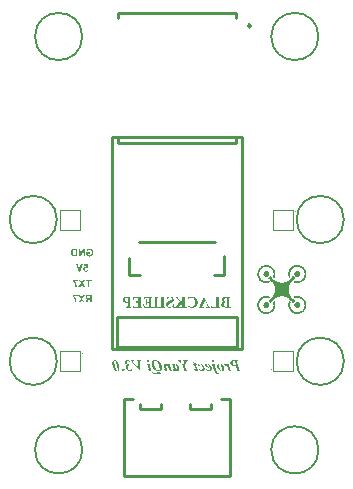
<source format=gbr>
G04*
G04 #@! TF.GenerationSoftware,Altium Limited,Altium Designer,24.1.2 (44)*
G04*
G04 Layer_Color=32896*
%FSLAX25Y25*%
%MOIN*%
G70*
G04*
G04 #@! TF.SameCoordinates,EC497B79-CED4-4E58-A43C-F9202C23BEB1*
G04*
G04*
G04 #@! TF.FilePolarity,Positive*
G04*
G01*
G75*
%ADD11C,0.01000*%
%ADD12C,0.00787*%
%ADD13C,0.00394*%
G36*
X91697Y71349D02*
X91706Y71343D01*
X91728Y71340D01*
X91752Y71337D01*
X91766Y71329D01*
X91776Y71322D01*
X91793Y71319D01*
X91813Y71312D01*
X91834Y71298D01*
X91853Y71283D01*
X91868Y71276D01*
X91921Y71245D01*
X92023Y71167D01*
X92152Y71029D01*
X92225Y70916D01*
X92232Y70900D01*
X92247Y70882D01*
X92261Y70864D01*
X92268Y70844D01*
X92271Y70827D01*
X92278Y70817D01*
X92286Y70803D01*
X92289Y70779D01*
X92292Y70757D01*
X92298Y70748D01*
X92347Y70451D01*
X92307Y70105D01*
X92294Y70085D01*
X92289Y70063D01*
X92267Y69993D01*
X92235Y69945D01*
X92228Y69939D01*
X92225Y69924D01*
X92222Y69909D01*
X92215Y69903D01*
X92207Y69898D01*
X92204Y69888D01*
X92197Y69870D01*
X92181Y69847D01*
X92153Y69815D01*
X92120Y69776D01*
X92042Y69692D01*
X91991Y69649D01*
X91977Y69640D01*
X91951Y69617D01*
X91921Y69595D01*
X91897Y69586D01*
X91883Y69582D01*
X91877Y69575D01*
X91835Y69545D01*
X91779Y69522D01*
X91764Y69516D01*
X91742Y69501D01*
X91715Y69486D01*
X91686Y69480D01*
X91663Y69477D01*
X91650Y69469D01*
X91626Y69462D01*
X91580Y69459D01*
X91525Y69454D01*
X91489Y69440D01*
X91363Y69421D01*
X91245Y69441D01*
X91215Y69454D01*
X91161Y69459D01*
X91113Y69462D01*
X91089Y69469D01*
X91076Y69477D01*
X91053Y69480D01*
X91024Y69486D01*
X90997Y69501D01*
X90972Y69516D01*
X90952Y69522D01*
X90926Y69531D01*
X90890Y69551D01*
X90850Y69576D01*
X90815Y69596D01*
X90672Y69723D01*
X90545Y69866D01*
X90525Y69901D01*
X90500Y69941D01*
X90480Y69977D01*
X90471Y70003D01*
X90465Y70023D01*
X90450Y70048D01*
X90435Y70075D01*
X90429Y70104D01*
X90426Y70127D01*
X90418Y70140D01*
X90411Y70165D01*
X90408Y70214D01*
X90404Y70267D01*
X90393Y70293D01*
X90370Y70430D01*
X90396Y70556D01*
X90404Y70577D01*
X90408Y70627D01*
X90411Y70676D01*
X90418Y70700D01*
X90426Y70714D01*
X90429Y70737D01*
X90434Y70765D01*
X90448Y70792D01*
X90466Y70822D01*
X90481Y70861D01*
X90497Y70898D01*
X90515Y70924D01*
X90529Y70940D01*
X90535Y70955D01*
X90544Y70974D01*
X90566Y71002D01*
X90589Y71028D01*
X90598Y71043D01*
X90638Y71088D01*
X90721Y71167D01*
X90752Y71195D01*
X90779Y71219D01*
X90809Y71241D01*
X90846Y71261D01*
X90880Y71279D01*
X90903Y71295D01*
X90955Y71324D01*
X91012Y71340D01*
X91035Y71346D01*
X91060Y71361D01*
X91090Y71376D01*
X91125Y71382D01*
X91157Y71385D01*
X91179Y71393D01*
X91457Y71397D01*
X91697Y71349D01*
D02*
G37*
G36*
X81370Y71358D02*
X81391Y71345D01*
X81413Y71340D01*
X81482Y71318D01*
X81531Y71286D01*
X81537Y71279D01*
X81552Y71276D01*
X81567Y71273D01*
X81573Y71266D01*
X81577Y71258D01*
X81587Y71255D01*
X81625Y71235D01*
X81689Y71179D01*
X81713Y71158D01*
X81728Y71149D01*
X81780Y71099D01*
X81827Y71040D01*
X81836Y71027D01*
X81858Y71002D01*
X81881Y70972D01*
X81890Y70948D01*
X81893Y70934D01*
X81900Y70928D01*
X81931Y70887D01*
X81953Y70832D01*
X81960Y70816D01*
X81975Y70793D01*
X81989Y70765D01*
X81996Y70737D01*
X81999Y70714D01*
X82006Y70700D01*
X82014Y70676D01*
X82017Y70627D01*
X82020Y70577D01*
X82029Y70556D01*
X82053Y70430D01*
X82031Y70292D01*
X82020Y70266D01*
X82017Y70214D01*
X82014Y70165D01*
X82006Y70140D01*
X81999Y70127D01*
X81996Y70104D01*
X81989Y70075D01*
X81975Y70048D01*
X81960Y70023D01*
X81953Y70003D01*
X81945Y69977D01*
X81924Y69941D01*
X81899Y69901D01*
X81879Y69866D01*
X81836Y69811D01*
X81753Y69723D01*
X81665Y69640D01*
X81610Y69596D01*
X81575Y69576D01*
X81534Y69551D01*
X81498Y69531D01*
X81473Y69522D01*
X81452Y69516D01*
X81428Y69501D01*
X81400Y69486D01*
X81371Y69480D01*
X81348Y69477D01*
X81335Y69469D01*
X81312Y69462D01*
X81264Y69459D01*
X81210Y69454D01*
X81180Y69441D01*
X81062Y69421D01*
X80936Y69440D01*
X80899Y69454D01*
X80845Y69459D01*
X80798Y69462D01*
X80775Y69469D01*
X80762Y69477D01*
X80739Y69480D01*
X80710Y69486D01*
X80682Y69501D01*
X80660Y69516D01*
X80643Y69522D01*
X80588Y69545D01*
X80548Y69575D01*
X80542Y69582D01*
X80528Y69586D01*
X80504Y69595D01*
X80474Y69617D01*
X80448Y69640D01*
X80433Y69649D01*
X80382Y69692D01*
X80305Y69776D01*
X80272Y69815D01*
X80244Y69847D01*
X80227Y69870D01*
X80220Y69888D01*
X80217Y69898D01*
X80210Y69903D01*
X80202Y69909D01*
X80199Y69924D01*
X80196Y69939D01*
X80190Y69945D01*
X80158Y69993D01*
X80136Y70063D01*
X80130Y70085D01*
X80118Y70105D01*
X80078Y70451D01*
X80126Y70748D01*
X80133Y70757D01*
X80136Y70779D01*
X80139Y70803D01*
X80146Y70817D01*
X80154Y70827D01*
X80157Y70844D01*
X80163Y70864D01*
X80178Y70885D01*
X80193Y70904D01*
X80199Y70919D01*
X80230Y70972D01*
X80309Y71074D01*
X80444Y71201D01*
X80557Y71276D01*
X80572Y71283D01*
X80590Y71298D01*
X80611Y71312D01*
X80632Y71319D01*
X80648Y71322D01*
X80659Y71329D01*
X80673Y71337D01*
X80696Y71340D01*
X80718Y71342D01*
X80727Y71349D01*
X80757Y71371D01*
X80815Y71382D01*
X80844Y71385D01*
X80865Y71393D01*
X81119Y71399D01*
X81370Y71358D01*
D02*
G37*
G36*
X81436Y73378D02*
X81463Y73372D01*
X81530Y73369D01*
X81599Y73366D01*
X81631Y73358D01*
X81649Y73351D01*
X81684Y73348D01*
X81752Y73337D01*
X81784Y73315D01*
X81801Y73308D01*
X81840Y73302D01*
X81945Y73285D01*
X82005Y73259D01*
X82024Y73247D01*
X82042Y73242D01*
X82116Y73224D01*
X82176Y73193D01*
X82192Y73183D01*
X82212Y73179D01*
X82276Y73158D01*
X82328Y73126D01*
X82339Y73118D01*
X82354Y73115D01*
X82405Y73099D01*
X82450Y73067D01*
X82464Y73056D01*
X82479Y73052D01*
X82504Y73042D01*
X82542Y73020D01*
X82577Y72998D01*
X82595Y72988D01*
X82617Y72976D01*
X82663Y72946D01*
X82708Y72916D01*
X82730Y72904D01*
X82779Y72871D01*
X82854Y72813D01*
X82870Y72803D01*
X82881Y72798D01*
X82899Y72786D01*
X82931Y72758D01*
X82984Y72711D01*
X83053Y72651D01*
X83184Y72528D01*
X83303Y72400D01*
X83428Y72248D01*
X83475Y72179D01*
X83480Y72168D01*
X83490Y72161D01*
X83507Y72146D01*
X83524Y72120D01*
X83545Y72084D01*
X83572Y72048D01*
X83593Y72017D01*
X83602Y71993D01*
X83605Y71979D01*
X83612Y71974D01*
X83644Y71931D01*
X83708Y71805D01*
X83727Y71767D01*
X83740Y71741D01*
X83777Y71669D01*
X83792Y71619D01*
X83796Y71601D01*
X83807Y71590D01*
X83836Y71536D01*
X83856Y71462D01*
X83862Y71444D01*
X83877Y71424D01*
X83892Y71399D01*
X83898Y71367D01*
X83901Y71339D01*
X83908Y71324D01*
X83916Y71307D01*
X83919Y71276D01*
X83922Y71246D01*
X83928Y71234D01*
X83950Y71203D01*
X83961Y71139D01*
X83964Y71108D01*
X83972Y71091D01*
X83979Y71067D01*
X83982Y71017D01*
X83985Y70969D01*
X83992Y70949D01*
X84026Y70813D01*
X84038Y70410D01*
X84026Y70013D01*
X83993Y69881D01*
X83985Y69861D01*
X83979Y69810D01*
X83962Y69676D01*
X83937Y69609D01*
X83924Y69584D01*
X83919Y69551D01*
X83916Y69522D01*
X83908Y69506D01*
X83901Y69493D01*
X83898Y69470D01*
X83892Y69441D01*
X83877Y69414D01*
X83862Y69389D01*
X83856Y69369D01*
X83837Y69295D01*
X83807Y69240D01*
X83796Y69231D01*
X83792Y69216D01*
X83757Y69123D01*
X83686Y69078D01*
X83547Y69184D01*
X83433Y69311D01*
X83414Y69335D01*
X83369Y69383D01*
X83306Y69448D01*
Y69522D01*
X83309Y69575D01*
X83317Y69601D01*
X83324Y69615D01*
X83327Y69637D01*
X83333Y69664D01*
X83348Y69686D01*
X83364Y69711D01*
X83369Y69750D01*
X83372Y69784D01*
X83379Y69801D01*
X83387Y69821D01*
X83393Y69860D01*
X83401Y69903D01*
X83415Y69932D01*
X83450Y70338D01*
X83444Y70741D01*
X83436Y70771D01*
X83433Y70826D01*
X83429Y70887D01*
X83416Y70919D01*
X83402Y70948D01*
X83393Y70991D01*
X83387Y71030D01*
X83379Y71050D01*
X83372Y71066D01*
X83369Y71098D01*
X83364Y71135D01*
X83348Y71163D01*
X83333Y71187D01*
X83327Y71214D01*
X83324Y71237D01*
X83317Y71250D01*
X83309Y71262D01*
X83306Y71283D01*
X83300Y71310D01*
X83285Y71337D01*
X83270Y71362D01*
X83264Y71383D01*
X83261Y71398D01*
X83253Y71408D01*
X83246Y71421D01*
X83243Y71441D01*
X83240Y71459D01*
X83234Y71467D01*
X83203Y71510D01*
X83179Y71568D01*
X83176Y71579D01*
X83169Y71583D01*
X83139Y71624D01*
X83116Y71679D01*
X83106Y71695D01*
X83084Y71722D01*
X83062Y71750D01*
X83052Y71767D01*
X83043Y71786D01*
X83020Y71815D01*
X82998Y71844D01*
X82989Y71863D01*
X82983Y71874D01*
X82968Y71887D01*
X82953Y71900D01*
X82947Y71915D01*
X82944Y71926D01*
X82939Y71933D01*
X82921Y71950D01*
X82889Y71984D01*
X82758Y72126D01*
X82629Y72249D01*
X82573Y72299D01*
X82547Y72325D01*
X82542Y72331D01*
X82533Y72333D01*
X82507Y72348D01*
X82458Y72383D01*
X82403Y72423D01*
X82363Y72448D01*
X82337Y72464D01*
X82315Y72480D01*
X82288Y72500D01*
X82247Y72521D01*
X82211Y72541D01*
X82196Y72555D01*
X82192Y72563D01*
X82183Y72566D01*
X82125Y72587D01*
X82075Y72618D01*
X82064Y72626D01*
X82048Y72629D01*
X82028Y72632D01*
X82009Y72639D01*
X81986Y72649D01*
X81956Y72661D01*
X81932Y72673D01*
X81922Y72683D01*
X81912Y72690D01*
X81891Y72693D01*
X81867Y72696D01*
X81853Y72703D01*
X81841Y72711D01*
X81821Y72714D01*
X81770Y72726D01*
X81742Y72747D01*
X81728Y72753D01*
X81695Y72756D01*
X81660Y72759D01*
X81642Y72766D01*
X81622Y72774D01*
X81586Y72777D01*
X81540Y72783D01*
X81503Y72797D01*
X81045Y72834D01*
X80586Y72797D01*
X80550Y72783D01*
X80509Y72777D01*
X80476Y72774D01*
X80458Y72766D01*
X80440Y72759D01*
X80405Y72756D01*
X80371Y72753D01*
X80358Y72747D01*
X80329Y72726D01*
X80278Y72714D01*
X80259Y72711D01*
X80247Y72703D01*
X80234Y72696D01*
X80213Y72693D01*
X80186Y72686D01*
X80160Y72671D01*
X80135Y72656D01*
X80114Y72650D01*
X80098Y72647D01*
X80088Y72640D01*
X80076Y72632D01*
X80056Y72629D01*
X80037Y72626D01*
X80025Y72618D01*
X79975Y72587D01*
X79917Y72566D01*
X79907Y72563D01*
X79903Y72556D01*
X79886Y72541D01*
X79845Y72519D01*
X79804Y72496D01*
X79787Y72480D01*
X79779Y72472D01*
X79760Y72464D01*
X79742Y72457D01*
X79734Y72448D01*
X79730Y72442D01*
X79721Y72438D01*
X79701Y72429D01*
X79671Y72407D01*
X79643Y72385D01*
X79627Y72375D01*
X79612Y72366D01*
X79586Y72344D01*
X79560Y72321D01*
X79544Y72312D01*
X79345Y72131D01*
X79163Y71932D01*
X79154Y71916D01*
X79132Y71889D01*
X79109Y71864D01*
X79100Y71850D01*
X79091Y71835D01*
X79068Y71805D01*
X79046Y71773D01*
X79037Y71753D01*
X79034Y71745D01*
X79027Y71741D01*
X79019Y71734D01*
X79011Y71715D01*
X79004Y71696D01*
X78995Y71688D01*
X78980Y71671D01*
X78957Y71630D01*
X78934Y71589D01*
X78919Y71572D01*
X78913Y71568D01*
X78910Y71558D01*
X78888Y71501D01*
X78857Y71451D01*
X78850Y71439D01*
X78846Y71419D01*
X78843Y71399D01*
X78836Y71387D01*
X78828Y71377D01*
X78825Y71362D01*
X78819Y71340D01*
X78804Y71316D01*
X78789Y71289D01*
X78783Y71262D01*
X78780Y71241D01*
X78772Y71229D01*
X78765Y71217D01*
X78762Y71197D01*
X78750Y71147D01*
X78729Y71118D01*
X78722Y71105D01*
X78716Y71073D01*
X78695Y70940D01*
X78675Y70883D01*
X78643Y70414D01*
X78666Y69987D01*
X78690Y69939D01*
X78716Y69778D01*
X78722Y69747D01*
X78729Y69734D01*
X78750Y69705D01*
X78762Y69654D01*
X78765Y69635D01*
X78772Y69622D01*
X78780Y69609D01*
X78783Y69585D01*
X78786Y69563D01*
X78792Y69554D01*
X78803Y69544D01*
X78814Y69520D01*
X78826Y69490D01*
X78837Y69467D01*
X78843Y69448D01*
X78846Y69428D01*
X78850Y69411D01*
X78857Y69401D01*
X78888Y69351D01*
X78910Y69293D01*
X78913Y69283D01*
X78920Y69279D01*
X78935Y69264D01*
X78954Y69229D01*
X78979Y69183D01*
X79007Y69142D01*
X79028Y69113D01*
X79037Y69097D01*
X79052Y69071D01*
X79089Y69020D01*
X79127Y68969D01*
X79142Y68942D01*
X79145Y68934D01*
X79150Y68929D01*
X79176Y68903D01*
X79227Y68846D01*
X79393Y68675D01*
X79552Y68534D01*
X79568Y68521D01*
X79586Y68506D01*
X79609Y68488D01*
X79637Y68472D01*
X79661Y68455D01*
X79674Y68439D01*
X79684Y68428D01*
X79700Y68423D01*
X79723Y68414D01*
X79754Y68391D01*
X79781Y68369D01*
X79798Y68360D01*
X79832Y68346D01*
X79877Y68316D01*
X79903Y68300D01*
X79938Y68285D01*
X79972Y68269D01*
X79998Y68252D01*
X80019Y68238D01*
X80040Y68233D01*
X80056Y68230D01*
X80067Y68222D01*
X80078Y68215D01*
X80094Y68212D01*
X80115Y68205D01*
X80136Y68191D01*
X80158Y68176D01*
X80183Y68169D01*
X80208Y68167D01*
X80228Y68160D01*
X80250Y68151D01*
X80275Y68144D01*
X80300Y68135D01*
X80319Y68122D01*
X80343Y68111D01*
X80377Y68106D01*
X80409Y68103D01*
X80426Y68095D01*
X80441Y68088D01*
X80469Y68085D01*
X80528Y68074D01*
X80558Y68051D01*
X80583Y68045D01*
X80642Y68043D01*
X80704Y68040D01*
X80733Y68032D01*
X80819Y68024D01*
X81050Y68022D01*
X81280Y68024D01*
X81367Y68032D01*
X81396Y68040D01*
X81457Y68043D01*
X81516Y68045D01*
X81541Y68051D01*
X81572Y68074D01*
X81631Y68085D01*
X81658Y68088D01*
X81673Y68095D01*
X81691Y68103D01*
X81723Y68106D01*
X81760Y68111D01*
X81785Y68123D01*
X81848Y68151D01*
X81954Y68166D01*
X82024Y68171D01*
X82091Y68107D01*
X82140Y68062D01*
X82165Y68043D01*
X82179Y68032D01*
X82203Y68008D01*
X82250Y67962D01*
X82316Y67900D01*
X82388Y67751D01*
X82260Y67683D01*
X82245Y67679D01*
X82235Y67669D01*
X82180Y67639D01*
X82103Y67620D01*
X82085Y67615D01*
X82073Y67605D01*
X82026Y67580D01*
X81932Y67560D01*
X81901Y67551D01*
X81878Y67539D01*
X81808Y67514D01*
X81681Y67496D01*
X81635Y67490D01*
X81615Y67483D01*
X81081Y67435D01*
X80498Y67474D01*
X80467Y67488D01*
X80416Y67497D01*
X80298Y67513D01*
X80227Y67539D01*
X80201Y67551D01*
X80176Y67557D01*
X80083Y67578D01*
X80019Y67611D01*
X80010Y67617D01*
X79988Y67620D01*
X79964Y67623D01*
X79951Y67630D01*
X79939Y67638D01*
X79920Y67641D01*
X79897Y67647D01*
X79874Y67662D01*
X79854Y67677D01*
X79837Y67683D01*
X79779Y67705D01*
X79729Y67736D01*
X79719Y67744D01*
X79703Y67747D01*
X79653Y67763D01*
X79612Y67790D01*
X79594Y67803D01*
X79558Y67821D01*
X79523Y67841D01*
X79505Y67858D01*
X79494Y67869D01*
X79476Y67874D01*
X79451Y67882D01*
X79421Y67903D01*
X79387Y67929D01*
X79350Y67952D01*
X79323Y67970D01*
X79311Y67985D01*
X79305Y67996D01*
X79290Y68002D01*
X79052Y68190D01*
X78751Y68497D01*
X78698Y68562D01*
X78659Y68608D01*
X78637Y68638D01*
X78621Y68665D01*
X78604Y68692D01*
X78580Y68721D01*
X78559Y68747D01*
X78550Y68765D01*
X78540Y68784D01*
X78518Y68814D01*
X78496Y68845D01*
X78487Y68869D01*
X78484Y68883D01*
X78477Y68888D01*
X78446Y68931D01*
X78424Y68989D01*
X78417Y69003D01*
X78403Y69020D01*
X78388Y69039D01*
X78381Y69059D01*
X78378Y69073D01*
X78371Y69078D01*
X78363Y69086D01*
X78360Y69103D01*
X78354Y69126D01*
X78339Y69147D01*
X78324Y69166D01*
X78318Y69185D01*
X78315Y69200D01*
X78307Y69210D01*
X78300Y69221D01*
X78297Y69238D01*
X78291Y69261D01*
X78276Y69287D01*
X78261Y69313D01*
X78254Y69338D01*
X78251Y69357D01*
X78244Y69369D01*
X78237Y69384D01*
X78233Y69410D01*
X78228Y69440D01*
X78213Y69463D01*
X78190Y69507D01*
X78174Y69609D01*
X78167Y69645D01*
X78159Y69660D01*
X78131Y69725D01*
X78110Y69892D01*
X78102Y69956D01*
X78087Y69991D01*
X78063Y70438D01*
X78096Y70854D01*
X78104Y70878D01*
X78107Y70938D01*
X78110Y70999D01*
X78117Y71028D01*
X78125Y71045D01*
X78128Y71076D01*
X78139Y71139D01*
X78161Y71171D01*
X78167Y71186D01*
X78170Y71223D01*
X78173Y71262D01*
X78181Y71282D01*
X78188Y71295D01*
X78191Y71317D01*
X78197Y71345D01*
X78212Y71369D01*
X78227Y71394D01*
X78233Y71423D01*
X78237Y71447D01*
X78244Y71461D01*
X78251Y71473D01*
X78254Y71492D01*
X78261Y71517D01*
X78276Y71543D01*
X78291Y71569D01*
X78297Y71592D01*
X78300Y71609D01*
X78307Y71620D01*
X78315Y71630D01*
X78318Y71645D01*
X78324Y71667D01*
X78339Y71691D01*
X78354Y71715D01*
X78360Y71734D01*
X78383Y71793D01*
X78415Y71837D01*
X78421Y71841D01*
X78424Y71852D01*
X78446Y71904D01*
X78478Y71942D01*
X78484Y71947D01*
X78487Y71958D01*
X78505Y72002D01*
X78537Y72040D01*
X78547Y72052D01*
X78550Y72067D01*
X78560Y72090D01*
X78582Y72120D01*
X78605Y72147D01*
X78614Y72164D01*
X78623Y72180D01*
X78646Y72206D01*
X78668Y72233D01*
X78677Y72248D01*
X78687Y72263D01*
X78709Y72289D01*
X78731Y72315D01*
X78741Y72330D01*
X78938Y72539D01*
X79147Y72735D01*
X79161Y72744D01*
X79186Y72766D01*
X79212Y72789D01*
X79227Y72798D01*
X79243Y72807D01*
X79269Y72830D01*
X79297Y72852D01*
X79315Y72862D01*
X79334Y72872D01*
X79364Y72894D01*
X79393Y72916D01*
X79413Y72925D01*
X79432Y72934D01*
X79459Y72957D01*
X79489Y72979D01*
X79513Y72988D01*
X79527Y72991D01*
X79533Y72999D01*
X79576Y73030D01*
X79636Y73052D01*
X79645Y73055D01*
X79650Y73062D01*
X79693Y73093D01*
X79752Y73115D01*
X79769Y73121D01*
X79789Y73136D01*
X79811Y73151D01*
X79830Y73157D01*
X79845Y73160D01*
X79856Y73168D01*
X79868Y73176D01*
X79888Y73179D01*
X79914Y73185D01*
X79937Y73200D01*
X79960Y73215D01*
X79984Y73221D01*
X80002Y73224D01*
X80014Y73231D01*
X80029Y73239D01*
X80057Y73242D01*
X80083Y73245D01*
X80093Y73251D01*
X80122Y73272D01*
X80172Y73284D01*
X80192Y73287D01*
X80204Y73295D01*
X80221Y73302D01*
X80252Y73305D01*
X80292Y73312D01*
X80328Y73326D01*
X80367Y73342D01*
X80412Y73348D01*
X80449Y73351D01*
X80468Y73358D01*
X80499Y73366D01*
X80564Y73369D01*
X80628Y73372D01*
X80654Y73379D01*
X80664Y73389D01*
X80688Y73399D01*
X81099Y73411D01*
X81436Y73378D01*
D02*
G37*
G36*
X91930Y73379D02*
X91949Y73372D01*
X91996Y73365D01*
X92145Y73344D01*
X92204Y73315D01*
X92214Y73308D01*
X92238Y73305D01*
X92340Y73284D01*
X92405Y73251D01*
X92414Y73245D01*
X92436Y73242D01*
X92460Y73239D01*
X92474Y73231D01*
X92486Y73224D01*
X92505Y73221D01*
X92530Y73215D01*
X92556Y73200D01*
X92579Y73185D01*
X92598Y73179D01*
X92644Y73162D01*
X92712Y73126D01*
X92738Y73113D01*
X92778Y73095D01*
X92813Y73076D01*
X92828Y73062D01*
X92832Y73055D01*
X92842Y73052D01*
X92890Y73035D01*
X92934Y73004D01*
X92946Y72993D01*
X92957Y72988D01*
X93048Y72934D01*
X93133Y72870D01*
X93139Y72864D01*
X93148Y72861D01*
X93169Y72850D01*
X93202Y72824D01*
X93232Y72798D01*
X93249Y72788D01*
X93272Y72771D01*
X93316Y72732D01*
X93364Y72689D01*
X93395Y72665D01*
X93412Y72650D01*
X93425Y72631D01*
X93435Y72615D01*
X93446Y72608D01*
X93506Y72556D01*
X93557Y72496D01*
X93564Y72486D01*
X93580Y72476D01*
X93599Y72463D01*
X93614Y72446D01*
X93639Y72415D01*
X93681Y72367D01*
X93720Y72322D01*
X93737Y72300D01*
X93748Y72283D01*
X93773Y72252D01*
X93799Y72221D01*
X93810Y72203D01*
X93816Y72191D01*
X93830Y72174D01*
X93848Y72151D01*
X93864Y72124D01*
X93879Y72101D01*
X93892Y72085D01*
X93907Y72064D01*
X93927Y72029D01*
X93946Y71996D01*
X93959Y71979D01*
X93985Y71940D01*
X94001Y71893D01*
X94004Y71883D01*
X94011Y71879D01*
X94042Y71835D01*
X94064Y71771D01*
X94067Y71758D01*
X94075Y71752D01*
X94106Y71708D01*
X94128Y71644D01*
X94134Y71623D01*
X94149Y71601D01*
X94164Y71579D01*
X94170Y71555D01*
X94173Y71536D01*
X94181Y71525D01*
X94188Y71511D01*
X94191Y71487D01*
X94194Y71465D01*
X94200Y71456D01*
X94233Y71391D01*
X94254Y71289D01*
X94257Y71265D01*
X94264Y71255D01*
X94292Y71199D01*
X94314Y71054D01*
X94324Y71001D01*
X94340Y70953D01*
X94364Y70386D01*
X94327Y69881D01*
X94321Y69861D01*
X94318Y69813D01*
X94315Y69763D01*
X94307Y69739D01*
X94300Y69723D01*
X94297Y69693D01*
X94291Y69656D01*
X94276Y69620D01*
X94261Y69586D01*
X94254Y69553D01*
X94252Y69526D01*
X94245Y69503D01*
X94236Y69482D01*
X94229Y69457D01*
X94220Y69432D01*
X94207Y69413D01*
X94196Y69394D01*
X94191Y69370D01*
X94188Y69350D01*
X94181Y69337D01*
X94173Y69325D01*
X94170Y69306D01*
X94164Y69281D01*
X94149Y69255D01*
X94134Y69230D01*
X94128Y69207D01*
X94125Y69190D01*
X94117Y69179D01*
X94110Y69169D01*
X94107Y69153D01*
X94100Y69134D01*
X94085Y69115D01*
X94071Y69098D01*
X94064Y69084D01*
X94042Y69026D01*
X94011Y68983D01*
X94004Y68979D01*
X94001Y68968D01*
X93977Y68910D01*
X93946Y68867D01*
X93940Y68863D01*
X93937Y68855D01*
X93869Y68741D01*
X93775Y68610D01*
X93755Y68586D01*
X93747Y68571D01*
X93729Y68544D01*
X93684Y68495D01*
X93639Y68447D01*
X93620Y68422D01*
X93611Y68409D01*
X93589Y68390D01*
X93566Y68370D01*
X93557Y68356D01*
X93476Y68270D01*
X93387Y68191D01*
X93364Y68172D01*
X93316Y68127D01*
X93265Y68082D01*
X93234Y68064D01*
X93223Y68061D01*
X93219Y68055D01*
X93146Y67992D01*
X93064Y67937D01*
X93052Y67931D01*
X93036Y67916D01*
X93019Y67901D01*
X93002Y67895D01*
X92991Y67892D01*
X92986Y67884D01*
X92980Y67877D01*
X92966Y67874D01*
X92951Y67871D01*
X92942Y67865D01*
X92903Y67832D01*
X92857Y67810D01*
X92841Y67804D01*
X92824Y67791D01*
X92798Y67773D01*
X92762Y67757D01*
X92724Y67741D01*
X92696Y67723D01*
X92676Y67710D01*
X92657Y67704D01*
X92642Y67701D01*
X92632Y67694D01*
X92620Y67686D01*
X92601Y67683D01*
X92582Y67679D01*
X92571Y67669D01*
X92516Y67639D01*
X92442Y67620D01*
X92422Y67614D01*
X92397Y67599D01*
X92370Y67584D01*
X92341Y67578D01*
X92318Y67575D01*
X92305Y67567D01*
X92290Y67560D01*
X92265Y67557D01*
X92236Y67551D01*
X92213Y67539D01*
X92184Y67525D01*
X92141Y67517D01*
X92102Y67510D01*
X92082Y67502D01*
X92061Y67496D01*
X92018Y67493D01*
X91969Y67488D01*
X91933Y67475D01*
X91375Y67435D01*
X90816Y67475D01*
X90781Y67488D01*
X90731Y67493D01*
X90689Y67496D01*
X90667Y67502D01*
X90649Y67510D01*
X90614Y67517D01*
X90574Y67526D01*
X90547Y67539D01*
X90522Y67551D01*
X90489Y67557D01*
X90461Y67560D01*
X90445Y67567D01*
X90431Y67575D01*
X90407Y67578D01*
X90380Y67584D01*
X90358Y67599D01*
X90335Y67614D01*
X90306Y67620D01*
X90280Y67623D01*
X90265Y67630D01*
X90255Y67638D01*
X90239Y67641D01*
X90218Y67647D01*
X90193Y67662D01*
X90170Y67677D01*
X90152Y67683D01*
X90059Y67726D01*
X90022Y67802D01*
X90138Y67930D01*
X90261Y68043D01*
X90284Y68062D01*
X90333Y68107D01*
X90399Y68171D01*
X90469Y68166D01*
X90579Y68150D01*
X90636Y68123D01*
X90657Y68110D01*
X90696Y68106D01*
X90732Y68103D01*
X90751Y68095D01*
X90766Y68088D01*
X90794Y68085D01*
X90853Y68074D01*
X90883Y68052D01*
X91285Y68027D01*
X91701Y68032D01*
X91730Y68039D01*
X91785Y68043D01*
X91848Y68047D01*
X91884Y68064D01*
X91915Y68079D01*
X91952Y68085D01*
X91982Y68088D01*
X91998Y68095D01*
X92015Y68103D01*
X92047Y68106D01*
X92082Y68111D01*
X92105Y68122D01*
X92125Y68135D01*
X92150Y68144D01*
X92175Y68151D01*
X92196Y68160D01*
X92217Y68167D01*
X92241Y68169D01*
X92266Y68176D01*
X92289Y68191D01*
X92310Y68205D01*
X92330Y68212D01*
X92347Y68215D01*
X92357Y68222D01*
X92368Y68230D01*
X92385Y68233D01*
X92406Y68238D01*
X92426Y68252D01*
X92452Y68269D01*
X92487Y68285D01*
X92521Y68300D01*
X92548Y68316D01*
X92593Y68346D01*
X92626Y68360D01*
X92643Y68369D01*
X92671Y68391D01*
X92700Y68414D01*
X92722Y68423D01*
X92742Y68433D01*
X92769Y68455D01*
X92794Y68477D01*
X92811Y68486D01*
X92823Y68493D01*
X92836Y68508D01*
X92850Y68523D01*
X92864Y68529D01*
X92875Y68531D01*
X92882Y68537D01*
X92908Y68562D01*
X92965Y68613D01*
X93086Y68725D01*
X93198Y68846D01*
X93248Y68903D01*
X93274Y68929D01*
X93280Y68934D01*
X93282Y68942D01*
X93297Y68968D01*
X93332Y69018D01*
X93372Y69073D01*
X93398Y69112D01*
X93413Y69138D01*
X93429Y69160D01*
X93448Y69188D01*
X93470Y69229D01*
X93489Y69264D01*
X93502Y69279D01*
X93512Y69293D01*
X93525Y69328D01*
X93541Y69369D01*
X93559Y69397D01*
X93572Y69417D01*
X93578Y69437D01*
X93581Y69453D01*
X93589Y69464D01*
X93596Y69476D01*
X93599Y69495D01*
X93606Y69520D01*
X93620Y69546D01*
X93635Y69571D01*
X93642Y69595D01*
X93645Y69612D01*
X93652Y69622D01*
X93660Y69637D01*
X93663Y69663D01*
X93669Y69694D01*
X93684Y69723D01*
X93699Y69753D01*
X93705Y69788D01*
X93708Y69818D01*
X93716Y69834D01*
X93723Y69852D01*
X93726Y69886D01*
X93737Y69960D01*
X93758Y69998D01*
X93774Y70120D01*
X93780Y70431D01*
X93774Y70741D01*
X93758Y70864D01*
X93735Y70905D01*
X93709Y71060D01*
X93700Y71095D01*
X93687Y71120D01*
X93667Y71162D01*
X93645Y71260D01*
X93636Y71286D01*
X93625Y71303D01*
X93596Y71358D01*
X93578Y71426D01*
X93574Y71442D01*
X93563Y71456D01*
X93533Y71498D01*
X93515Y71542D01*
X93505Y71561D01*
X93483Y71597D01*
X93461Y71634D01*
X93451Y71656D01*
X93445Y71670D01*
X93430Y71688D01*
X93415Y71708D01*
X93409Y71725D01*
X93406Y71737D01*
X93398Y71741D01*
X93391Y71745D01*
X93388Y71755D01*
X93378Y71775D01*
X93356Y71804D01*
X93334Y71834D01*
X93325Y71855D01*
X93322Y71864D01*
X93315Y71868D01*
X93293Y71889D01*
X93253Y71939D01*
X93080Y72131D01*
X92889Y72304D01*
X92838Y72344D01*
X92817Y72366D01*
X92813Y72373D01*
X92804Y72375D01*
X92783Y72385D01*
X92753Y72407D01*
X92724Y72429D01*
X92704Y72438D01*
X92694Y72442D01*
X92690Y72449D01*
X92686Y72457D01*
X92675Y72460D01*
X92658Y72466D01*
X92639Y72480D01*
X92618Y72496D01*
X92597Y72507D01*
X92572Y72519D01*
X92541Y72537D01*
X92505Y72558D01*
X92469Y72576D01*
X92436Y72592D01*
X92410Y72610D01*
X92390Y72623D01*
X92373Y72629D01*
X92307Y72647D01*
X92253Y72676D01*
X92235Y72688D01*
X92210Y72696D01*
X92119Y72717D01*
X92067Y72739D01*
X92043Y72751D01*
X92009Y72760D01*
X91854Y72786D01*
X91813Y72809D01*
X91392Y72832D01*
X90922Y72797D01*
X90884Y72783D01*
X90839Y72777D01*
X90802Y72774D01*
X90783Y72766D01*
X90764Y72759D01*
X90729Y72756D01*
X90696Y72753D01*
X90683Y72747D01*
X90654Y72726D01*
X90603Y72714D01*
X90584Y72711D01*
X90571Y72703D01*
X90558Y72696D01*
X90534Y72693D01*
X90512Y72690D01*
X90503Y72683D01*
X90493Y72673D01*
X90469Y72661D01*
X90439Y72649D01*
X90416Y72639D01*
X90397Y72632D01*
X90378Y72629D01*
X90358Y72623D01*
X90339Y72608D01*
X90320Y72593D01*
X90301Y72587D01*
X90286Y72584D01*
X90276Y72576D01*
X90265Y72569D01*
X90249Y72566D01*
X90234Y72563D01*
X90228Y72555D01*
X90213Y72541D01*
X90178Y72521D01*
X90137Y72500D01*
X90109Y72480D01*
X90087Y72464D01*
X90061Y72448D01*
X90022Y72423D01*
X89967Y72383D01*
X89917Y72348D01*
X89891Y72333D01*
X89883Y72331D01*
X89878Y72325D01*
X89852Y72299D01*
X89795Y72249D01*
X89622Y72082D01*
X89483Y71923D01*
X89470Y71907D01*
X89454Y71889D01*
X89441Y71872D01*
X89435Y71860D01*
X89427Y71844D01*
X89406Y71820D01*
X89381Y71789D01*
X89362Y71760D01*
X89346Y71733D01*
X89328Y71710D01*
X89314Y71692D01*
X89309Y71677D01*
X89300Y71655D01*
X89278Y71620D01*
X89252Y71576D01*
X89233Y71536D01*
X89218Y71503D01*
X89201Y71477D01*
X89187Y71457D01*
X89182Y71436D01*
X89179Y71419D01*
X89171Y71408D01*
X89164Y71398D01*
X89161Y71381D01*
X89154Y71361D01*
X89140Y71340D01*
X89125Y71317D01*
X89118Y71292D01*
X89116Y71268D01*
X89109Y71247D01*
X89100Y71226D01*
X89093Y71201D01*
X89084Y71176D01*
X89071Y71156D01*
X89060Y71133D01*
X89055Y71098D01*
X89052Y71066D01*
X89046Y71050D01*
X89038Y71032D01*
X89031Y70996D01*
X89023Y70957D01*
X89010Y70930D01*
X88977Y70425D01*
X89010Y69921D01*
X89023Y69893D01*
X89031Y69850D01*
X89038Y69810D01*
X89046Y69791D01*
X89052Y69774D01*
X89055Y69742D01*
X89059Y69707D01*
X89072Y69687D01*
X89099Y69630D01*
X89116Y69520D01*
X89120Y69450D01*
X89056Y69384D01*
X89011Y69335D01*
X88992Y69311D01*
X88981Y69297D01*
X88957Y69273D01*
X88911Y69226D01*
X88849Y69160D01*
X88731Y69074D01*
X88650Y69151D01*
X88637Y69181D01*
X88632Y69202D01*
X88626Y69221D01*
X88611Y69244D01*
X88596Y69269D01*
X88590Y69290D01*
X88587Y69306D01*
X88579Y69316D01*
X88572Y69330D01*
X88569Y69354D01*
X88563Y69382D01*
X88548Y69406D01*
X88533Y69430D01*
X88527Y69458D01*
X88524Y69482D01*
X88516Y69496D01*
X88509Y69511D01*
X88506Y69540D01*
X88499Y69574D01*
X88484Y69604D01*
X88469Y69634D01*
X88463Y69671D01*
X88460Y69701D01*
X88453Y69718D01*
X88445Y69740D01*
X88442Y69784D01*
X88438Y69834D01*
X88424Y69863D01*
X88408Y69899D01*
X88402Y69975D01*
X88396Y70043D01*
X88388Y70076D01*
X88379Y70433D01*
X88389Y70785D01*
X88397Y70812D01*
X88400Y70867D01*
X88405Y70934D01*
X88420Y70985D01*
X88436Y71031D01*
X88446Y71081D01*
X88464Y71204D01*
X88488Y71264D01*
X88500Y71289D01*
X88506Y71321D01*
X88509Y71350D01*
X88516Y71366D01*
X88524Y71380D01*
X88527Y71404D01*
X88533Y71431D01*
X88548Y71453D01*
X88563Y71472D01*
X88569Y71493D01*
X88586Y71561D01*
X88614Y71623D01*
X88628Y71649D01*
X88645Y71691D01*
X88663Y71734D01*
X88680Y71762D01*
X88691Y71778D01*
X88696Y71791D01*
X88719Y71847D01*
X88750Y71889D01*
X88757Y71894D01*
X88759Y71906D01*
X88768Y71932D01*
X88791Y71970D01*
X88813Y72006D01*
X88823Y72027D01*
X88826Y72034D01*
X88833Y72037D01*
X88841Y72042D01*
X88844Y72053D01*
X88850Y72070D01*
X88865Y72090D01*
X88880Y72107D01*
X88886Y72118D01*
X88962Y72226D01*
X89060Y72351D01*
X89086Y72380D01*
X89118Y72418D01*
X89267Y72573D01*
X89379Y72671D01*
X89389Y72676D01*
X89393Y72687D01*
X89403Y72703D01*
X89425Y72721D01*
X89447Y72736D01*
X89457Y72746D01*
X89487Y72773D01*
X89560Y72829D01*
X89704Y72932D01*
X89774Y72974D01*
X89801Y72989D01*
X89816Y72999D01*
X89860Y73032D01*
X89903Y73052D01*
X89919Y73058D01*
X89936Y73071D01*
X89962Y73089D01*
X89998Y73105D01*
X90036Y73121D01*
X90064Y73139D01*
X90083Y73152D01*
X90103Y73157D01*
X90118Y73160D01*
X90128Y73168D01*
X90138Y73176D01*
X90155Y73179D01*
X90175Y73185D01*
X90196Y73200D01*
X90219Y73215D01*
X90243Y73221D01*
X90263Y73224D01*
X90276Y73231D01*
X90288Y73239D01*
X90309Y73242D01*
X90336Y73248D01*
X90363Y73263D01*
X90390Y73278D01*
X90419Y73284D01*
X90442Y73287D01*
X90455Y73295D01*
X90472Y73302D01*
X90504Y73305D01*
X90533Y73308D01*
X90545Y73315D01*
X90603Y73343D01*
X90751Y73365D01*
X90801Y73373D01*
X90830Y73384D01*
X90846Y73396D01*
X90862Y73404D01*
X91423Y73412D01*
X91930Y73379D01*
D02*
G37*
G36*
X90048Y69905D02*
X90070Y69865D01*
X90072Y69847D01*
X90078Y69839D01*
X90092Y69823D01*
X90112Y69784D01*
X90311Y69498D01*
X90502Y69311D01*
X90510Y69308D01*
X90513Y69303D01*
X90519Y69294D01*
X90533Y69284D01*
X90566Y69264D01*
X90617Y69230D01*
X90674Y69195D01*
X90719Y69172D01*
X90752Y69157D01*
X90778Y69139D01*
X90798Y69126D01*
X90819Y69121D01*
X90867Y69075D01*
X90855Y69018D01*
X90837Y69007D01*
X90818Y68992D01*
X90800Y68978D01*
X90783Y68973D01*
X90772Y68970D01*
X90767Y68964D01*
X90762Y68956D01*
X90748Y68946D01*
X90680Y68905D01*
X90632Y68870D01*
X90609Y68853D01*
X90591Y68846D01*
X90581Y68843D01*
X90577Y68835D01*
X90574Y68828D01*
X90567Y68825D01*
X90550Y68815D01*
X90522Y68793D01*
X90494Y68771D01*
X90475Y68761D01*
X90457Y68753D01*
X90431Y68732D01*
X90378Y68685D01*
X90343Y68661D01*
X90285Y68618D01*
X90196Y68542D01*
X90165Y68518D01*
X90145Y68508D01*
X90136Y68505D01*
X90133Y68498D01*
X90105Y68468D01*
X90039Y68411D01*
X89695Y68083D01*
X89425Y67803D01*
X89408Y67778D01*
X89367Y67731D01*
X89326Y67686D01*
X89309Y67664D01*
X89291Y67637D01*
X89247Y67579D01*
X89198Y67512D01*
X89166Y67464D01*
X89148Y67440D01*
X89132Y67430D01*
X89122Y67423D01*
X89118Y67407D01*
X89109Y67380D01*
X89087Y67345D01*
X89064Y67315D01*
X89055Y67299D01*
X89047Y67281D01*
X89026Y67247D01*
X89001Y67205D01*
X88980Y67165D01*
X88963Y67135D01*
X88946Y67114D01*
X88933Y67098D01*
X88928Y67080D01*
X88925Y67065D01*
X88918Y67054D01*
X88910Y67044D01*
X88907Y67029D01*
X88901Y67010D01*
X88886Y66991D01*
X88871Y66973D01*
X88865Y66958D01*
X88862Y66942D01*
X88855Y66925D01*
X88845Y66902D01*
X88833Y66872D01*
X88821Y66848D01*
X88811Y66838D01*
X88804Y66830D01*
X88801Y66812D01*
X88798Y66792D01*
X88791Y66780D01*
X88783Y66768D01*
X88780Y66749D01*
X88774Y66726D01*
X88759Y66703D01*
X88744Y66678D01*
X88738Y66649D01*
X88735Y66625D01*
X88727Y66611D01*
X88720Y66599D01*
X88717Y66580D01*
X88711Y66555D01*
X88696Y66528D01*
X88681Y66500D01*
X88675Y66470D01*
X88671Y66445D01*
X88664Y66431D01*
X88657Y66417D01*
X88653Y66391D01*
X88648Y66357D01*
X88634Y66324D01*
X88618Y66288D01*
X88608Y66245D01*
X88586Y66104D01*
X88566Y66047D01*
X88552Y66013D01*
X88544Y65950D01*
X88537Y65852D01*
X88528Y65726D01*
X88516Y65610D01*
X88501Y65547D01*
X88483Y65263D01*
X88501Y64979D01*
X88516Y64917D01*
X88528Y64801D01*
X88537Y64675D01*
X88544Y64576D01*
X88552Y64514D01*
X88566Y64479D01*
X88586Y64423D01*
X88608Y64281D01*
X88618Y64239D01*
X88634Y64202D01*
X88648Y64169D01*
X88653Y64136D01*
X88657Y64110D01*
X88664Y64096D01*
X88671Y64082D01*
X88675Y64057D01*
X88681Y64026D01*
X88696Y63998D01*
X88711Y63972D01*
X88717Y63947D01*
X88720Y63928D01*
X88727Y63916D01*
X88735Y63903D01*
X88738Y63881D01*
X88744Y63853D01*
X88759Y63826D01*
X88774Y63801D01*
X88780Y63776D01*
X88783Y63758D01*
X88791Y63747D01*
X88798Y63735D01*
X88801Y63714D01*
X88804Y63696D01*
X88811Y63689D01*
X88821Y63679D01*
X88833Y63654D01*
X88845Y63625D01*
X88855Y63602D01*
X88862Y63585D01*
X88865Y63569D01*
X88871Y63553D01*
X88886Y63535D01*
X88901Y63516D01*
X88907Y63498D01*
X88910Y63482D01*
X88918Y63472D01*
X88925Y63462D01*
X88928Y63446D01*
X88933Y63428D01*
X88946Y63413D01*
X88963Y63392D01*
X88980Y63361D01*
X89001Y63322D01*
X89026Y63279D01*
X89047Y63246D01*
X89055Y63228D01*
X89064Y63212D01*
X89087Y63181D01*
X89109Y63148D01*
X89118Y63125D01*
X89123Y63111D01*
X89133Y63100D01*
X89149Y63085D01*
X89167Y63060D01*
X89199Y63013D01*
X89248Y62947D01*
X89291Y62889D01*
X89309Y62862D01*
X89326Y62841D01*
X89367Y62795D01*
X89408Y62748D01*
X89425Y62723D01*
X89695Y62443D01*
X90039Y62116D01*
X90105Y62058D01*
X90133Y62029D01*
X90136Y62022D01*
X90145Y62019D01*
X90165Y62009D01*
X90196Y61985D01*
X90278Y61915D01*
X90309Y61892D01*
X90317Y61888D01*
X90329Y61879D01*
X90348Y61863D01*
X90372Y61845D01*
X90401Y61821D01*
X90431Y61794D01*
X90457Y61774D01*
X90475Y61765D01*
X90494Y61756D01*
X90522Y61734D01*
X90550Y61711D01*
X90567Y61702D01*
X90574Y61699D01*
X90577Y61691D01*
X90581Y61684D01*
X90591Y61681D01*
X90609Y61674D01*
X90632Y61657D01*
X90680Y61621D01*
X90748Y61581D01*
X90762Y61571D01*
X90767Y61562D01*
X90772Y61556D01*
X90783Y61554D01*
X90800Y61548D01*
X90818Y61535D01*
X90837Y61519D01*
X90855Y61509D01*
X90867Y61452D01*
X90819Y61406D01*
X90798Y61401D01*
X90778Y61387D01*
X90752Y61370D01*
X90719Y61355D01*
X90674Y61332D01*
X90617Y61297D01*
X90566Y61263D01*
X90533Y61242D01*
X90519Y61233D01*
X90513Y61224D01*
X90510Y61218D01*
X90502Y61216D01*
X90376Y61100D01*
X90260Y60974D01*
X90257Y60966D01*
X90252Y60960D01*
X90186Y60871D01*
X90121Y60757D01*
X90106Y60724D01*
X90088Y60698D01*
X90075Y60677D01*
X90070Y60657D01*
X90023Y60607D01*
X89965Y60627D01*
X89953Y60648D01*
X89939Y60665D01*
X89927Y60680D01*
X89922Y60694D01*
X89919Y60704D01*
X89911Y60709D01*
X89904Y60712D01*
X89900Y60720D01*
X89894Y60737D01*
X89879Y60760D01*
X89826Y60833D01*
X89799Y60880D01*
X89792Y60893D01*
X89783Y60899D01*
X89776Y60902D01*
X89774Y60909D01*
X89764Y60926D01*
X89742Y60953D01*
X89720Y60982D01*
X89710Y61001D01*
X89701Y61020D01*
X89678Y61049D01*
X89628Y61104D01*
X89606Y61138D01*
X89593Y61159D01*
X89578Y61177D01*
X89552Y61208D01*
X89509Y61260D01*
X89460Y61320D01*
X89417Y61370D01*
X89375Y61418D01*
X89330Y61472D01*
X89024Y61788D01*
X88713Y62082D01*
X88665Y62121D01*
X88639Y62148D01*
X88628Y62161D01*
X88617Y62167D01*
X88587Y62185D01*
X88528Y62228D01*
X88462Y62277D01*
X88416Y62309D01*
X88391Y62327D01*
X88376Y62343D01*
X88365Y62353D01*
X88351Y62357D01*
X88327Y62366D01*
X88294Y62389D01*
X88264Y62411D01*
X88247Y62421D01*
X88228Y62429D01*
X88195Y62450D01*
X88152Y62476D01*
X88111Y62498D01*
X88081Y62516D01*
X88065Y62532D01*
X88054Y62543D01*
X88035Y62547D01*
X88015Y62550D01*
X88003Y62558D01*
X87993Y62565D01*
X87977Y62568D01*
X87958Y62575D01*
X87943Y62590D01*
X87928Y62605D01*
X87911Y62611D01*
X87892Y62614D01*
X87874Y62621D01*
X87851Y62631D01*
X87821Y62643D01*
X87797Y62655D01*
X87787Y62665D01*
X87779Y62672D01*
X87761Y62674D01*
X87741Y62677D01*
X87729Y62685D01*
X87717Y62692D01*
X87698Y62695D01*
X87675Y62701D01*
X87652Y62716D01*
X87627Y62731D01*
X87598Y62738D01*
X87573Y62741D01*
X87560Y62748D01*
X87548Y62756D01*
X87529Y62759D01*
X87504Y62765D01*
X87477Y62780D01*
X87449Y62795D01*
X87419Y62801D01*
X87394Y62804D01*
X87380Y62812D01*
X87366Y62819D01*
X87340Y62822D01*
X87306Y62828D01*
X87273Y62842D01*
X87237Y62858D01*
X87194Y62868D01*
X87041Y62893D01*
X86994Y62918D01*
X86969Y62925D01*
X86907Y62932D01*
X86566Y62958D01*
X86487Y62982D01*
X86221Y62992D01*
X85932Y62975D01*
X85880Y62960D01*
X85763Y62952D01*
X85660Y62945D01*
X85614Y62937D01*
X85587Y62930D01*
X85528Y62928D01*
X85461Y62924D01*
X85428Y62910D01*
X85394Y62894D01*
X85342Y62883D01*
X85282Y62875D01*
X85229Y62868D01*
X85188Y62858D01*
X85154Y62842D01*
X85125Y62828D01*
X85094Y62822D01*
X85069Y62819D01*
X85055Y62812D01*
X85040Y62804D01*
X85011Y62801D01*
X84977Y62795D01*
X84947Y62780D01*
X84921Y62765D01*
X84896Y62759D01*
X84877Y62756D01*
X84865Y62748D01*
X84852Y62741D01*
X84832Y62738D01*
X84805Y62732D01*
X84778Y62719D01*
X84716Y62689D01*
X84661Y62674D01*
X84645Y62668D01*
X84625Y62653D01*
X84602Y62638D01*
X84578Y62632D01*
X84559Y62629D01*
X84548Y62621D01*
X84538Y62614D01*
X84522Y62611D01*
X84503Y62605D01*
X84484Y62590D01*
X84465Y62575D01*
X84446Y62568D01*
X84431Y62565D01*
X84421Y62558D01*
X84410Y62550D01*
X84394Y62547D01*
X84377Y62543D01*
X84367Y62533D01*
X84350Y62517D01*
X84317Y62499D01*
X84273Y62476D01*
X84229Y62450D01*
X84195Y62429D01*
X84175Y62421D01*
X84166Y62418D01*
X84160Y62412D01*
X84122Y62380D01*
X84076Y62357D01*
X84057Y62347D01*
X84031Y62325D01*
X84007Y62303D01*
X83991Y62294D01*
X83980Y62289D01*
X83964Y62278D01*
X83876Y62212D01*
X83811Y62167D01*
X83790Y62150D01*
X83744Y62109D01*
X83697Y62068D01*
X83672Y62051D01*
X83400Y61789D01*
X83137Y61519D01*
X83109Y61480D01*
X83002Y61366D01*
X82978Y61339D01*
X82968Y61323D01*
X82959Y61309D01*
X82939Y61284D01*
X82907Y61248D01*
X82873Y61205D01*
X82845Y61171D01*
X82828Y61154D01*
X82822Y61147D01*
X82820Y61136D01*
X82814Y61121D01*
X82799Y61108D01*
X82784Y61095D01*
X82777Y61084D01*
X82756Y61049D01*
X82726Y61026D01*
X82718Y61020D01*
X82714Y61007D01*
X82706Y60984D01*
X82685Y60956D01*
X82658Y60922D01*
X82635Y60884D01*
X82616Y60854D01*
X82601Y60838D01*
X82591Y60831D01*
X82587Y60822D01*
X82579Y60803D01*
X82558Y60773D01*
X82532Y60735D01*
X82510Y60698D01*
X82492Y60669D01*
X82477Y60650D01*
X82466Y60637D01*
X82458Y60621D01*
X82401Y60608D01*
X82355Y60661D01*
X82352Y60681D01*
X82344Y60693D01*
X82329Y60712D01*
X82310Y60749D01*
X82285Y60797D01*
X82257Y60842D01*
X82237Y60877D01*
X82228Y60898D01*
X82225Y60906D01*
X82218Y60909D01*
X82205Y60919D01*
X82190Y60944D01*
X82049Y61101D01*
X81893Y61241D01*
X81868Y61256D01*
X81858Y61269D01*
X81855Y61276D01*
X81847Y61279D01*
X81825Y61288D01*
X81791Y61309D01*
X81743Y61337D01*
X81691Y61364D01*
X81652Y61384D01*
X81636Y61397D01*
X81629Y61404D01*
X81611Y61406D01*
X81570Y61428D01*
X81552Y61474D01*
X81568Y61503D01*
X81640Y61550D01*
X81665Y61567D01*
X81699Y61590D01*
X81790Y61655D01*
X81829Y61677D01*
X81842Y61684D01*
X81848Y61693D01*
X81851Y61699D01*
X81858Y61702D01*
X81875Y61711D01*
X81902Y61734D01*
X81930Y61756D01*
X81950Y61765D01*
X81968Y61774D01*
X81994Y61794D01*
X82035Y61831D01*
X82091Y61871D01*
X82120Y61893D01*
X82138Y61909D01*
X82166Y61932D01*
X82218Y61972D01*
X82270Y62014D01*
X82298Y62040D01*
X82332Y62072D01*
X82396Y62125D01*
X82731Y62445D01*
X83000Y62723D01*
X83017Y62748D01*
X83058Y62795D01*
X83099Y62841D01*
X83116Y62863D01*
X83135Y62891D01*
X83179Y62951D01*
X83224Y63012D01*
X83243Y63042D01*
X83252Y63058D01*
X83274Y63082D01*
X83296Y63108D01*
X83306Y63127D01*
X83315Y63149D01*
X83338Y63181D01*
X83360Y63212D01*
X83369Y63229D01*
X83378Y63247D01*
X83399Y63280D01*
X83425Y63324D01*
X83447Y63368D01*
X83466Y63401D01*
X83482Y63418D01*
X83492Y63428D01*
X83496Y63445D01*
X83499Y63461D01*
X83507Y63472D01*
X83514Y63482D01*
X83517Y63498D01*
X83524Y63516D01*
X83539Y63535D01*
X83553Y63555D01*
X83560Y63573D01*
X83563Y63589D01*
X83570Y63599D01*
X83578Y63611D01*
X83581Y63629D01*
X83587Y63653D01*
X83602Y63676D01*
X83617Y63698D01*
X83623Y63719D01*
X83626Y63736D01*
X83634Y63747D01*
X83641Y63758D01*
X83644Y63777D01*
X83650Y63801D01*
X83665Y63824D01*
X83680Y63849D01*
X83687Y63878D01*
X83690Y63902D01*
X83697Y63916D01*
X83705Y63928D01*
X83708Y63947D01*
X83714Y63972D01*
X83729Y63998D01*
X83744Y64026D01*
X83750Y64057D01*
X83753Y64082D01*
X83760Y64096D01*
X83768Y64111D01*
X83771Y64138D01*
X83782Y64197D01*
X83803Y64228D01*
X83811Y64242D01*
X83817Y64278D01*
X83838Y64418D01*
X83860Y64480D01*
X83873Y64513D01*
X83877Y64579D01*
X83879Y64638D01*
X83886Y64665D01*
X83894Y64711D01*
X83901Y64812D01*
X83909Y64928D01*
X83923Y64987D01*
X83942Y65263D01*
X83924Y65539D01*
X83909Y65601D01*
X83897Y65721D01*
X83888Y65850D01*
X83881Y65950D01*
X83872Y66013D01*
X83859Y66047D01*
X83838Y66104D01*
X83817Y66245D01*
X83807Y66288D01*
X83791Y66324D01*
X83777Y66357D01*
X83771Y66391D01*
X83768Y66417D01*
X83760Y66431D01*
X83753Y66445D01*
X83750Y66470D01*
X83744Y66500D01*
X83729Y66528D01*
X83714Y66556D01*
X83708Y66585D01*
X83705Y66608D01*
X83697Y66621D01*
X83690Y66634D01*
X83687Y66654D01*
X83680Y66679D01*
X83665Y66703D01*
X83650Y66726D01*
X83644Y66749D01*
X83641Y66768D01*
X83634Y66780D01*
X83626Y66791D01*
X83623Y66808D01*
X83617Y66831D01*
X83602Y66856D01*
X83587Y66881D01*
X83581Y66902D01*
X83578Y66918D01*
X83570Y66928D01*
X83563Y66939D01*
X83560Y66957D01*
X83553Y66978D01*
X83539Y66994D01*
X83524Y67009D01*
X83517Y67028D01*
X83514Y67044D01*
X83507Y67054D01*
X83499Y67066D01*
X83496Y67086D01*
X83492Y67105D01*
X83481Y67116D01*
X83465Y67132D01*
X83447Y67162D01*
X83425Y67203D01*
X83399Y67246D01*
X83378Y67282D01*
X83369Y67307D01*
X83367Y67319D01*
X83360Y67324D01*
X83329Y67360D01*
X83306Y67408D01*
X83297Y67424D01*
X83274Y67451D01*
X83252Y67477D01*
X83243Y67494D01*
X83233Y67510D01*
X83211Y67537D01*
X83188Y67564D01*
X83179Y67580D01*
X83170Y67596D01*
X83148Y67622D01*
X83125Y67647D01*
X83116Y67663D01*
X83109Y67677D01*
X83092Y67697D01*
X83064Y67728D01*
X83031Y67767D01*
X82707Y68110D01*
X82405Y68396D01*
X82320Y68467D01*
X82233Y68547D01*
X82214Y68564D01*
X82200Y68571D01*
X82184Y68580D01*
X82157Y68602D01*
X82112Y68639D01*
X82049Y68687D01*
X81996Y68729D01*
X81975Y68751D01*
X81967Y68758D01*
X81950Y68765D01*
X81924Y68778D01*
X81895Y68799D01*
X81865Y68824D01*
X81836Y68844D01*
X81793Y68872D01*
X81729Y68915D01*
X81632Y68980D01*
X81581Y69012D01*
X81557Y69077D01*
X81606Y69121D01*
X81627Y69127D01*
X81649Y69142D01*
X81669Y69157D01*
X81685Y69163D01*
X81949Y69338D01*
X82165Y69552D01*
X82167Y69561D01*
X82173Y69566D01*
X82238Y69656D01*
X82303Y69769D01*
X82319Y69803D01*
X82336Y69829D01*
X82349Y69849D01*
X82355Y69870D01*
X82362Y69889D01*
X82378Y69907D01*
X82426Y69922D01*
X82463Y69895D01*
X82497Y69842D01*
X82561Y69746D01*
X82601Y69685D01*
X82624Y69648D01*
X82634Y69634D01*
X82643Y69628D01*
X82648Y69625D01*
X82651Y69618D01*
X82660Y69601D01*
X82683Y69573D01*
X82705Y69545D01*
X82714Y69526D01*
X82723Y69507D01*
X82745Y69480D01*
X82795Y69422D01*
X82819Y69386D01*
X82832Y69367D01*
X82846Y69349D01*
X82873Y69319D01*
X82915Y69267D01*
X82964Y69207D01*
X83008Y69157D01*
X83049Y69109D01*
X83095Y69054D01*
X83399Y68739D01*
X83672Y68476D01*
X83697Y68459D01*
X83744Y68418D01*
X83790Y68377D01*
X83811Y68360D01*
X83838Y68342D01*
X83896Y68299D01*
X83962Y68250D01*
X84008Y68218D01*
X84034Y68200D01*
X84049Y68184D01*
X84060Y68174D01*
X84076Y68169D01*
X84100Y68160D01*
X84131Y68138D01*
X84159Y68116D01*
X84176Y68107D01*
X84196Y68098D01*
X84229Y68077D01*
X84273Y68050D01*
X84317Y68028D01*
X84350Y68010D01*
X84367Y67994D01*
X84377Y67984D01*
X84394Y67979D01*
X84410Y67976D01*
X84421Y67969D01*
X84431Y67961D01*
X84446Y67958D01*
X84465Y67952D01*
X84484Y67937D01*
X84503Y67922D01*
X84522Y67916D01*
X84538Y67913D01*
X84548Y67905D01*
X84559Y67898D01*
X84578Y67895D01*
X84602Y67888D01*
X84625Y67874D01*
X84647Y67859D01*
X84668Y67852D01*
X84685Y67849D01*
X84696Y67842D01*
X84707Y67834D01*
X84725Y67831D01*
X84750Y67825D01*
X84775Y67810D01*
X84802Y67795D01*
X84830Y67789D01*
X84852Y67786D01*
X84865Y67778D01*
X84877Y67771D01*
X84896Y67768D01*
X84921Y67762D01*
X84947Y67747D01*
X84977Y67732D01*
X85011Y67726D01*
X85040Y67722D01*
X85055Y67715D01*
X85070Y67708D01*
X85097Y67704D01*
X85129Y67699D01*
X85157Y67685D01*
X85189Y67669D01*
X85229Y67659D01*
X85282Y67652D01*
X85342Y67644D01*
X85394Y67632D01*
X85428Y67617D01*
X85461Y67603D01*
X85528Y67599D01*
X85587Y67596D01*
X85614Y67590D01*
X85660Y67582D01*
X85761Y67575D01*
X85877Y67566D01*
X85936Y67552D01*
X86212Y67534D01*
X86489Y67552D01*
X86547Y67566D01*
X86663Y67575D01*
X86765Y67582D01*
X86810Y67590D01*
X86840Y67596D01*
X86905Y67599D01*
X86968Y67602D01*
X86994Y67608D01*
X87040Y67633D01*
X87194Y67659D01*
X87237Y67669D01*
X87273Y67685D01*
X87306Y67699D01*
X87340Y67704D01*
X87366Y67708D01*
X87380Y67715D01*
X87394Y67722D01*
X87419Y67726D01*
X87449Y67732D01*
X87477Y67747D01*
X87504Y67762D01*
X87529Y67768D01*
X87548Y67771D01*
X87560Y67778D01*
X87573Y67786D01*
X87598Y67789D01*
X87627Y67795D01*
X87652Y67810D01*
X87675Y67825D01*
X87698Y67831D01*
X87717Y67834D01*
X87729Y67842D01*
X87740Y67849D01*
X87757Y67852D01*
X87780Y67859D01*
X87805Y67874D01*
X87830Y67888D01*
X87851Y67895D01*
X87866Y67898D01*
X87877Y67905D01*
X87888Y67913D01*
X87906Y67916D01*
X87927Y67922D01*
X87943Y67937D01*
X87958Y67952D01*
X87977Y67958D01*
X87993Y67961D01*
X88003Y67969D01*
X88015Y67976D01*
X88035Y67979D01*
X88054Y67984D01*
X88065Y67994D01*
X88081Y68010D01*
X88111Y68028D01*
X88152Y68050D01*
X88195Y68077D01*
X88231Y68097D01*
X88256Y68106D01*
X88268Y68109D01*
X88273Y68116D01*
X88311Y68147D01*
X88363Y68169D01*
X88374Y68174D01*
X88379Y68184D01*
X88390Y68200D01*
X88417Y68218D01*
X88454Y68241D01*
X88488Y68267D01*
X88514Y68288D01*
X88529Y68296D01*
X88545Y68306D01*
X88571Y68328D01*
X88596Y68350D01*
X88612Y68360D01*
X88627Y68368D01*
X88651Y68389D01*
X88684Y68419D01*
X88721Y68449D01*
X89061Y68770D01*
X89338Y69062D01*
X89404Y69142D01*
X89491Y69238D01*
X89512Y69261D01*
X89520Y69276D01*
X89529Y69292D01*
X89551Y69318D01*
X89588Y69364D01*
X89636Y69426D01*
X89678Y69479D01*
X89700Y69501D01*
X89707Y69508D01*
X89714Y69526D01*
X89726Y69551D01*
X89747Y69579D01*
X89766Y69602D01*
X89774Y69618D01*
X89776Y69625D01*
X89783Y69628D01*
X89792Y69633D01*
X89799Y69646D01*
X89820Y69685D01*
X89885Y69777D01*
X89908Y69810D01*
X89925Y69836D01*
X89973Y69907D01*
X90001Y69924D01*
X90048Y69905D01*
D02*
G37*
G36*
X81398Y63086D02*
X81427Y63079D01*
X81486Y63076D01*
X81558Y63071D01*
X81602Y63055D01*
X81642Y63039D01*
X81694Y63033D01*
X81736Y63030D01*
X81758Y63023D01*
X81774Y63015D01*
X81805Y63012D01*
X81841Y63007D01*
X81872Y62991D01*
X81902Y62976D01*
X81936Y62970D01*
X81964Y62967D01*
X81980Y62959D01*
X81994Y62952D01*
X82017Y62949D01*
X82046Y62943D01*
X82070Y62928D01*
X82094Y62913D01*
X82122Y62907D01*
X82146Y62904D01*
X82159Y62896D01*
X82170Y62889D01*
X82185Y62885D01*
X82206Y62879D01*
X82231Y62864D01*
X82254Y62849D01*
X82273Y62843D01*
X82365Y62800D01*
X82402Y62725D01*
X82286Y62596D01*
X82164Y62484D01*
X82140Y62465D01*
X82092Y62420D01*
X82025Y62356D01*
X81955Y62360D01*
X81845Y62376D01*
X81789Y62404D01*
X81768Y62416D01*
X81734Y62421D01*
X81701Y62423D01*
X81685Y62430D01*
X81665Y62438D01*
X81626Y62444D01*
X81583Y62453D01*
X81554Y62466D01*
X81050Y62499D01*
X80546Y62466D01*
X80519Y62453D01*
X80479Y62444D01*
X80444Y62438D01*
X80425Y62430D01*
X80409Y62423D01*
X80377Y62421D01*
X80343Y62416D01*
X80319Y62405D01*
X80300Y62392D01*
X80275Y62383D01*
X80250Y62376D01*
X80228Y62367D01*
X80208Y62360D01*
X80183Y62357D01*
X80158Y62351D01*
X80136Y62336D01*
X80115Y62321D01*
X80094Y62315D01*
X80078Y62312D01*
X80067Y62304D01*
X80056Y62297D01*
X80040Y62294D01*
X80019Y62288D01*
X79998Y62275D01*
X79973Y62257D01*
X79940Y62242D01*
X79899Y62223D01*
X79856Y62198D01*
X79819Y62176D01*
X79794Y62167D01*
X79782Y62163D01*
X79773Y62154D01*
X79758Y62138D01*
X79727Y62119D01*
X79690Y62096D01*
X79657Y62069D01*
X79633Y62049D01*
X79617Y62040D01*
X79604Y62035D01*
X79587Y62022D01*
X79568Y62006D01*
X79552Y61993D01*
X79393Y61852D01*
X79227Y61680D01*
X79176Y61624D01*
X79150Y61598D01*
X79145Y61593D01*
X79142Y61585D01*
X79128Y61558D01*
X79092Y61509D01*
X79052Y61454D01*
X79027Y61414D01*
X79011Y61388D01*
X78995Y61367D01*
X78976Y61339D01*
X78954Y61298D01*
X78935Y61262D01*
X78920Y61247D01*
X78913Y61242D01*
X78910Y61227D01*
X78907Y61211D01*
X78899Y61200D01*
X78892Y61189D01*
X78889Y61173D01*
X78882Y61152D01*
X78868Y61131D01*
X78853Y61112D01*
X78846Y61094D01*
X78843Y61077D01*
X78837Y61060D01*
X78826Y61037D01*
X78814Y61007D01*
X78803Y60983D01*
X78792Y60973D01*
X78786Y60964D01*
X78783Y60942D01*
X78780Y60918D01*
X78772Y60904D01*
X78765Y60891D01*
X78762Y60869D01*
X78756Y60839D01*
X78741Y60806D01*
X78726Y60771D01*
X78720Y60735D01*
X78716Y60708D01*
X78709Y60693D01*
X78702Y60675D01*
X78698Y60641D01*
X78688Y60566D01*
X78666Y60529D01*
X78651Y60405D01*
X78644Y60090D01*
X78650Y59782D01*
X78666Y59662D01*
X78689Y59622D01*
X78716Y59467D01*
X78724Y59432D01*
X78736Y59409D01*
X78759Y59357D01*
X78780Y59266D01*
X78788Y59240D01*
X78799Y59223D01*
X78828Y59169D01*
X78846Y59103D01*
X78852Y59086D01*
X78866Y59066D01*
X78884Y59040D01*
X78900Y59007D01*
X78917Y58971D01*
X78938Y58935D01*
X78957Y58904D01*
X78969Y58878D01*
X78979Y58858D01*
X78995Y58837D01*
X79009Y58818D01*
X79015Y58801D01*
X79018Y58790D01*
X79026Y58785D01*
X79034Y58781D01*
X79037Y58772D01*
X79046Y58752D01*
X79069Y58722D01*
X79091Y58692D01*
X79100Y58672D01*
X79103Y58662D01*
X79110Y58658D01*
X79127Y58644D01*
X79155Y58608D01*
X79334Y58406D01*
X79536Y58223D01*
X79586Y58182D01*
X79607Y58160D01*
X79611Y58154D01*
X79621Y58151D01*
X79641Y58142D01*
X79671Y58120D01*
X79701Y58098D01*
X79721Y58088D01*
X79730Y58085D01*
X79734Y58077D01*
X79739Y58070D01*
X79750Y58067D01*
X79767Y58060D01*
X79787Y58046D01*
X79805Y58031D01*
X79820Y58024D01*
X79842Y58015D01*
X79878Y57993D01*
X79914Y57970D01*
X79934Y57961D01*
X79978Y57943D01*
X80020Y57913D01*
X80034Y57902D01*
X80050Y57897D01*
X80118Y57880D01*
X80173Y57851D01*
X80189Y57840D01*
X80215Y57831D01*
X80314Y57809D01*
X80355Y57789D01*
X80380Y57776D01*
X80416Y57767D01*
X80571Y57740D01*
X80611Y57717D01*
X80734Y57702D01*
X81045Y57696D01*
X81355Y57702D01*
X81478Y57718D01*
X81515Y57739D01*
X81590Y57750D01*
X81624Y57753D01*
X81642Y57760D01*
X81658Y57768D01*
X81687Y57771D01*
X81723Y57777D01*
X81753Y57792D01*
X81781Y57806D01*
X81813Y57813D01*
X81838Y57816D01*
X81853Y57824D01*
X81864Y57831D01*
X81881Y57834D01*
X81904Y57840D01*
X81929Y57855D01*
X81955Y57870D01*
X81981Y57876D01*
X82000Y57880D01*
X82011Y57887D01*
X82022Y57894D01*
X82038Y57898D01*
X82059Y57903D01*
X82078Y57917D01*
X82107Y57935D01*
X82147Y57951D01*
X82182Y57964D01*
X82196Y57974D01*
X82211Y57987D01*
X82247Y58006D01*
X82288Y58028D01*
X82315Y58046D01*
X82337Y58063D01*
X82363Y58078D01*
X82403Y58103D01*
X82458Y58143D01*
X82507Y58179D01*
X82533Y58193D01*
X82542Y58196D01*
X82547Y58201D01*
X82573Y58227D01*
X82629Y58278D01*
X82800Y58445D01*
X82941Y58604D01*
X82954Y58619D01*
X82968Y58636D01*
X82984Y58657D01*
X82999Y58683D01*
X83016Y58707D01*
X83034Y58723D01*
X83047Y58736D01*
X83052Y58751D01*
X83062Y58775D01*
X83084Y58805D01*
X83106Y58832D01*
X83116Y58849D01*
X83129Y58883D01*
X83160Y58928D01*
X83176Y58955D01*
X83191Y58989D01*
X83206Y59023D01*
X83224Y59049D01*
X83237Y59070D01*
X83243Y59091D01*
X83246Y59107D01*
X83253Y59118D01*
X83261Y59129D01*
X83264Y59145D01*
X83270Y59166D01*
X83285Y59187D01*
X83300Y59210D01*
X83306Y59234D01*
X83309Y59259D01*
X83316Y59279D01*
X83325Y59301D01*
X83332Y59326D01*
X83341Y59351D01*
X83354Y59370D01*
X83365Y59394D01*
X83369Y59429D01*
X83373Y59460D01*
X83380Y59477D01*
X83388Y59494D01*
X83391Y59524D01*
X83396Y59560D01*
X83411Y59590D01*
X83447Y60111D01*
X83423Y60592D01*
X83402Y60623D01*
X83391Y60682D01*
X83388Y60709D01*
X83380Y60724D01*
X83373Y60743D01*
X83369Y60779D01*
X83365Y60818D01*
X83353Y60840D01*
X83325Y60896D01*
X83309Y61006D01*
X83304Y61076D01*
X83369Y61143D01*
X83414Y61191D01*
X83433Y61216D01*
X83443Y61230D01*
X83467Y61254D01*
X83513Y61301D01*
X83575Y61367D01*
X83694Y61452D01*
X83775Y61375D01*
X83787Y61345D01*
X83792Y61324D01*
X83798Y61306D01*
X83813Y61282D01*
X83828Y61257D01*
X83834Y61236D01*
X83837Y61221D01*
X83845Y61211D01*
X83852Y61197D01*
X83856Y61173D01*
X83862Y61145D01*
X83877Y61121D01*
X83892Y61097D01*
X83898Y61068D01*
X83901Y61045D01*
X83908Y61031D01*
X83916Y61015D01*
X83919Y60987D01*
X83925Y60953D01*
X83940Y60923D01*
X83956Y60892D01*
X83961Y60856D01*
X83964Y60825D01*
X83972Y60809D01*
X83979Y60787D01*
X83982Y60745D01*
X83988Y60694D01*
X84004Y60653D01*
X84020Y60609D01*
X84025Y60539D01*
X84028Y60479D01*
X84035Y60448D01*
X84041Y59974D01*
X83993Y59525D01*
X83985Y59506D01*
X83979Y59459D01*
X83961Y59331D01*
X83935Y59261D01*
X83924Y59237D01*
X83919Y59205D01*
X83916Y59176D01*
X83908Y59160D01*
X83901Y59149D01*
X83898Y59130D01*
X83892Y59104D01*
X83877Y59078D01*
X83862Y59054D01*
X83856Y59034D01*
X83837Y58959D01*
X83807Y58905D01*
X83796Y58895D01*
X83792Y58880D01*
X83774Y58823D01*
X83740Y58754D01*
X83728Y58731D01*
X83714Y58700D01*
X83698Y58669D01*
X83681Y58648D01*
X83670Y58634D01*
X83665Y58619D01*
X83656Y58594D01*
X83634Y58556D01*
X83611Y58520D01*
X83602Y58499D01*
X83599Y58492D01*
X83591Y58489D01*
X83584Y58485D01*
X83581Y58473D01*
X83575Y58456D01*
X83560Y58437D01*
X83545Y58420D01*
X83539Y58409D01*
X83452Y58287D01*
X83359Y58172D01*
X83349Y58163D01*
X83334Y58141D01*
X83316Y58118D01*
X83300Y58109D01*
X83289Y58104D01*
X83285Y58094D01*
X83175Y57969D01*
X83053Y57855D01*
X83029Y57837D01*
X82980Y57792D01*
X82929Y57747D01*
X82899Y57728D01*
X82888Y57726D01*
X82883Y57719D01*
X82845Y57683D01*
X82725Y57597D01*
X82688Y57573D01*
X82651Y57553D01*
X82623Y57537D01*
X82609Y57527D01*
X82562Y57495D01*
X82511Y57475D01*
X82498Y57472D01*
X82492Y57464D01*
X82450Y57434D01*
X82392Y57411D01*
X82377Y57405D01*
X82360Y57390D01*
X82341Y57375D01*
X82322Y57369D01*
X82307Y57366D01*
X82297Y57359D01*
X82286Y57351D01*
X82269Y57348D01*
X82246Y57342D01*
X82220Y57327D01*
X82196Y57312D01*
X82174Y57306D01*
X82159Y57303D01*
X82149Y57295D01*
X82136Y57288D01*
X82116Y57285D01*
X82089Y57278D01*
X82062Y57263D01*
X82034Y57249D01*
X82005Y57242D01*
X81982Y57239D01*
X81969Y57232D01*
X81953Y57224D01*
X81924Y57221D01*
X81892Y57216D01*
X81867Y57203D01*
X81799Y57178D01*
X81665Y57161D01*
X81615Y57155D01*
X81594Y57147D01*
X81067Y57114D01*
X80509Y57138D01*
X80477Y57152D01*
X80426Y57161D01*
X80278Y57183D01*
X80220Y57212D01*
X80210Y57218D01*
X80187Y57221D01*
X80085Y57242D01*
X80019Y57275D01*
X80010Y57282D01*
X79988Y57285D01*
X79964Y57288D01*
X79951Y57295D01*
X79939Y57303D01*
X79920Y57306D01*
X79895Y57312D01*
X79869Y57327D01*
X79845Y57342D01*
X79827Y57348D01*
X79767Y57370D01*
X79724Y57401D01*
X79718Y57408D01*
X79704Y57411D01*
X79641Y57433D01*
X79597Y57464D01*
X79593Y57472D01*
X79582Y57475D01*
X79536Y57491D01*
X79497Y57517D01*
X79479Y57530D01*
X79446Y57548D01*
X79411Y57568D01*
X79391Y57584D01*
X79375Y57597D01*
X79351Y57611D01*
X79325Y57627D01*
X79301Y57646D01*
X79284Y57659D01*
X79272Y57665D01*
X79254Y57676D01*
X79223Y57702D01*
X79192Y57728D01*
X79175Y57739D01*
X79153Y57755D01*
X79108Y57794D01*
X79060Y57837D01*
X79029Y57861D01*
X79013Y57876D01*
X79000Y57896D01*
X78989Y57912D01*
X78979Y57919D01*
X78918Y57970D01*
X78868Y58031D01*
X78861Y58041D01*
X78845Y58051D01*
X78825Y58064D01*
X78810Y58080D01*
X78786Y58111D01*
X78743Y58160D01*
X78704Y58204D01*
X78688Y58227D01*
X78677Y58243D01*
X78651Y58274D01*
X78625Y58305D01*
X78614Y58323D01*
X78608Y58335D01*
X78594Y58353D01*
X78576Y58376D01*
X78560Y58402D01*
X78546Y58426D01*
X78533Y58442D01*
X78517Y58463D01*
X78497Y58497D01*
X78478Y58531D01*
X78465Y58548D01*
X78440Y58587D01*
X78424Y58634D01*
X78421Y58644D01*
X78413Y58648D01*
X78382Y58692D01*
X78360Y58755D01*
X78357Y58769D01*
X78350Y58775D01*
X78319Y58819D01*
X78297Y58883D01*
X78291Y58903D01*
X78276Y58925D01*
X78261Y58948D01*
X78254Y58972D01*
X78251Y58990D01*
X78244Y59002D01*
X78237Y59016D01*
X78233Y59039D01*
X78231Y59061D01*
X78224Y59071D01*
X78191Y59136D01*
X78170Y59238D01*
X78167Y59262D01*
X78161Y59271D01*
X78132Y59329D01*
X78110Y59477D01*
X78101Y59529D01*
X78087Y59560D01*
X78063Y60119D01*
X78096Y60645D01*
X78104Y60666D01*
X78110Y60716D01*
X78126Y60847D01*
X78150Y60911D01*
X78164Y60942D01*
X78170Y60976D01*
X78173Y61005D01*
X78181Y61020D01*
X78188Y61034D01*
X78191Y61057D01*
X78197Y61085D01*
X78212Y61113D01*
X78227Y61140D01*
X78233Y61167D01*
X78237Y61187D01*
X78244Y61200D01*
X78251Y61210D01*
X78254Y61226D01*
X78261Y61247D01*
X78276Y61272D01*
X78291Y61297D01*
X78297Y61320D01*
X78300Y61337D01*
X78307Y61348D01*
X78315Y61358D01*
X78318Y61373D01*
X78324Y61392D01*
X78339Y61411D01*
X78354Y61428D01*
X78360Y61443D01*
X78383Y61501D01*
X78413Y61543D01*
X78421Y61549D01*
X78424Y61562D01*
X78444Y61612D01*
X78475Y61660D01*
X78486Y61675D01*
X78503Y61704D01*
X78576Y61818D01*
X78650Y61917D01*
X78669Y61940D01*
X78677Y61956D01*
X78696Y61982D01*
X78741Y62031D01*
X78786Y62080D01*
X78804Y62104D01*
X78918Y62225D01*
X79043Y62336D01*
X79053Y62340D01*
X79058Y62351D01*
X79067Y62367D01*
X79089Y62385D01*
X79112Y62400D01*
X79121Y62411D01*
X79235Y62502D01*
X79367Y62593D01*
X79380Y62601D01*
X79385Y62610D01*
X79392Y62619D01*
X79409Y62627D01*
X79443Y62645D01*
X79492Y62676D01*
X79539Y62704D01*
X79568Y62716D01*
X79583Y62721D01*
X79597Y62732D01*
X79618Y62749D01*
X79648Y62765D01*
X79680Y62780D01*
X79702Y62791D01*
X79721Y62802D01*
X79745Y62813D01*
X79769Y62824D01*
X79789Y62834D01*
X79808Y62840D01*
X79828Y62843D01*
X79845Y62847D01*
X79856Y62855D01*
X79911Y62886D01*
X79979Y62907D01*
X80002Y62913D01*
X80027Y62928D01*
X80055Y62943D01*
X80084Y62949D01*
X80107Y62952D01*
X80120Y62959D01*
X80137Y62967D01*
X80168Y62970D01*
X80197Y62973D01*
X80210Y62979D01*
X80240Y63001D01*
X80299Y63012D01*
X80327Y63015D01*
X80342Y63023D01*
X80364Y63030D01*
X80408Y63033D01*
X80457Y63038D01*
X80487Y63051D01*
X80524Y63067D01*
X80600Y63075D01*
X80669Y63082D01*
X80702Y63089D01*
X81052Y63097D01*
X81398Y63086D01*
D02*
G37*
G36*
X91505Y61080D02*
X91526Y61071D01*
X91576Y61068D01*
X91625Y61065D01*
X91650Y61057D01*
X91663Y61050D01*
X91686Y61047D01*
X91715Y61041D01*
X91742Y61026D01*
X91765Y61011D01*
X91781Y61005D01*
X91836Y60982D01*
X91877Y60951D01*
X91883Y60944D01*
X91897Y60941D01*
X91921Y60932D01*
X91951Y60909D01*
X91977Y60887D01*
X91991Y60878D01*
X92042Y60834D01*
X92120Y60751D01*
X92153Y60712D01*
X92181Y60680D01*
X92197Y60656D01*
X92204Y60638D01*
X92207Y60628D01*
X92215Y60624D01*
X92222Y60618D01*
X92225Y60603D01*
X92228Y60588D01*
X92235Y60582D01*
X92267Y60533D01*
X92289Y60464D01*
X92294Y60442D01*
X92307Y60421D01*
X92347Y60076D01*
X92298Y59779D01*
X92292Y59769D01*
X92289Y59747D01*
X92286Y59724D01*
X92278Y59710D01*
X92271Y59699D01*
X92268Y59683D01*
X92261Y59663D01*
X92247Y59644D01*
X92232Y59627D01*
X92225Y59611D01*
X92149Y59493D01*
X92020Y59356D01*
X91916Y59278D01*
X91868Y59250D01*
X91853Y59244D01*
X91834Y59229D01*
X91813Y59214D01*
X91793Y59208D01*
X91776Y59205D01*
X91766Y59197D01*
X91752Y59190D01*
X91728Y59187D01*
X91706Y59184D01*
X91697Y59177D01*
X91400Y59129D01*
X91054Y59169D01*
X91034Y59182D01*
X91013Y59187D01*
X90955Y59202D01*
X90903Y59232D01*
X90881Y59247D01*
X90848Y59265D01*
X90814Y59283D01*
X90789Y59301D01*
X90762Y59325D01*
X90725Y59356D01*
X90642Y59433D01*
X90598Y59484D01*
X90589Y59499D01*
X90566Y59525D01*
X90544Y59553D01*
X90535Y59572D01*
X90529Y59586D01*
X90515Y59603D01*
X90497Y59628D01*
X90481Y59665D01*
X90466Y59704D01*
X90448Y59735D01*
X90434Y59762D01*
X90429Y59790D01*
X90426Y59813D01*
X90418Y59826D01*
X90411Y59849D01*
X90408Y59896D01*
X90404Y59947D01*
X90393Y59974D01*
X90369Y60106D01*
X90393Y60234D01*
X90404Y60260D01*
X90408Y60313D01*
X90411Y60362D01*
X90418Y60386D01*
X90426Y60400D01*
X90429Y60422D01*
X90435Y60451D01*
X90450Y60479D01*
X90465Y60503D01*
X90471Y60524D01*
X90480Y60549D01*
X90500Y60585D01*
X90525Y60626D01*
X90545Y60661D01*
X90589Y60716D01*
X90672Y60804D01*
X90760Y60887D01*
X90815Y60931D01*
X90850Y60950D01*
X90890Y60975D01*
X90927Y60996D01*
X90955Y61005D01*
X90974Y61009D01*
X90989Y61020D01*
X91010Y61034D01*
X91043Y61043D01*
X91074Y61050D01*
X91090Y61059D01*
X91114Y61065D01*
X91163Y61068D01*
X91213Y61071D01*
X91234Y61080D01*
X91251Y61091D01*
X91285Y61100D01*
X91426Y61104D01*
X91505Y61080D01*
D02*
G37*
G36*
X81183Y61083D02*
X81212Y61072D01*
X81264Y61068D01*
X81312Y61065D01*
X81335Y61057D01*
X81348Y61050D01*
X81371Y61047D01*
X81400Y61041D01*
X81428Y61026D01*
X81452Y61011D01*
X81473Y61005D01*
X81498Y60996D01*
X81534Y60975D01*
X81575Y60950D01*
X81610Y60931D01*
X81665Y60887D01*
X81753Y60804D01*
X81836Y60716D01*
X81879Y60661D01*
X81899Y60626D01*
X81924Y60585D01*
X81945Y60549D01*
X81953Y60524D01*
X81960Y60503D01*
X81975Y60479D01*
X81989Y60451D01*
X81996Y60422D01*
X81999Y60400D01*
X82006Y60386D01*
X82014Y60362D01*
X82017Y60313D01*
X82020Y60260D01*
X82031Y60234D01*
X82053Y60097D01*
X82029Y59971D01*
X82020Y59950D01*
X82017Y59900D01*
X82014Y59851D01*
X82006Y59826D01*
X81999Y59813D01*
X81996Y59790D01*
X81989Y59761D01*
X81975Y59733D01*
X81960Y59712D01*
X81953Y59697D01*
X81931Y59641D01*
X81900Y59599D01*
X81893Y59593D01*
X81890Y59579D01*
X81881Y59555D01*
X81858Y59525D01*
X81836Y59500D01*
X81827Y59486D01*
X81780Y59428D01*
X81728Y59377D01*
X81713Y59368D01*
X81689Y59348D01*
X81625Y59291D01*
X81587Y59271D01*
X81577Y59268D01*
X81573Y59261D01*
X81567Y59253D01*
X81552Y59250D01*
X81537Y59247D01*
X81531Y59241D01*
X81482Y59209D01*
X81413Y59187D01*
X81391Y59182D01*
X81370Y59169D01*
X81024Y59129D01*
X80727Y59177D01*
X80718Y59184D01*
X80696Y59187D01*
X80673Y59190D01*
X80659Y59197D01*
X80648Y59205D01*
X80632Y59208D01*
X80612Y59214D01*
X80593Y59229D01*
X80576Y59244D01*
X80560Y59250D01*
X80404Y59362D01*
X80273Y59494D01*
X80262Y59513D01*
X80236Y59547D01*
X80210Y59584D01*
X80199Y59607D01*
X80193Y59622D01*
X80178Y59641D01*
X80163Y59662D01*
X80157Y59683D01*
X80154Y59699D01*
X80146Y59710D01*
X80139Y59724D01*
X80136Y59747D01*
X80133Y59769D01*
X80126Y59779D01*
X80078Y60076D01*
X80118Y60421D01*
X80130Y60442D01*
X80136Y60464D01*
X80158Y60533D01*
X80190Y60582D01*
X80196Y60588D01*
X80199Y60603D01*
X80202Y60618D01*
X80210Y60624D01*
X80217Y60628D01*
X80220Y60639D01*
X80227Y60658D01*
X80244Y60683D01*
X80358Y60808D01*
X80433Y60878D01*
X80448Y60887D01*
X80474Y60909D01*
X80502Y60932D01*
X80521Y60941D01*
X80535Y60947D01*
X80552Y60961D01*
X80577Y60979D01*
X80614Y60994D01*
X80653Y61010D01*
X80684Y61028D01*
X80711Y61041D01*
X80739Y61047D01*
X80762Y61050D01*
X80775Y61057D01*
X80799Y61065D01*
X80849Y61068D01*
X80899Y61071D01*
X80920Y61080D01*
X80937Y61091D01*
X80971Y61101D01*
X81094Y61103D01*
X81183Y61083D01*
D02*
G37*
G36*
X91713Y63087D02*
X91747Y63080D01*
X91815Y63074D01*
X91890Y63067D01*
X91926Y63053D01*
X91957Y63039D01*
X92009Y63030D01*
X92127Y63013D01*
X92198Y62988D01*
X92224Y62975D01*
X92248Y62970D01*
X92342Y62948D01*
X92405Y62916D01*
X92414Y62909D01*
X92436Y62907D01*
X92460Y62904D01*
X92474Y62896D01*
X92485Y62889D01*
X92504Y62885D01*
X92528Y62880D01*
X92553Y62867D01*
X92587Y62849D01*
X92632Y62830D01*
X92673Y62812D01*
X92697Y62796D01*
X92710Y62784D01*
X92724Y62780D01*
X92772Y62764D01*
X92812Y62737D01*
X92829Y62725D01*
X92863Y62708D01*
X92898Y62689D01*
X92922Y62671D01*
X92937Y62658D01*
X92953Y62653D01*
X92977Y62644D01*
X93008Y62623D01*
X93044Y62596D01*
X93079Y62573D01*
X93103Y62557D01*
X93113Y62545D01*
X93120Y62536D01*
X93135Y62528D01*
X93367Y62343D01*
X93650Y62056D01*
X93760Y61919D01*
X93811Y61847D01*
X93820Y61833D01*
X93842Y61808D01*
X93865Y61780D01*
X93875Y61762D01*
X93884Y61742D01*
X93906Y61713D01*
X93928Y61682D01*
X93937Y61658D01*
X93942Y61642D01*
X93951Y61631D01*
X93982Y61589D01*
X94001Y61538D01*
X94007Y61524D01*
X94022Y61506D01*
X94037Y61487D01*
X94043Y61468D01*
X94046Y61454D01*
X94054Y61448D01*
X94061Y61441D01*
X94064Y61423D01*
X94071Y61400D01*
X94085Y61380D01*
X94100Y61361D01*
X94107Y61342D01*
X94110Y61326D01*
X94117Y61316D01*
X94125Y61305D01*
X94128Y61288D01*
X94134Y61265D01*
X94149Y61240D01*
X94164Y61214D01*
X94170Y61189D01*
X94173Y61169D01*
X94181Y61158D01*
X94188Y61145D01*
X94191Y61124D01*
X94197Y61098D01*
X94212Y61071D01*
X94227Y61041D01*
X94233Y61009D01*
X94236Y60982D01*
X94244Y60967D01*
X94251Y60949D01*
X94254Y60914D01*
X94257Y60881D01*
X94264Y60867D01*
X94293Y60804D01*
X94314Y60640D01*
X94324Y60575D01*
X94340Y60523D01*
X94363Y60068D01*
X94329Y59673D01*
X94321Y59649D01*
X94314Y59591D01*
X94294Y59422D01*
X94265Y59356D01*
X94257Y59341D01*
X94251Y59306D01*
X94234Y59203D01*
X94211Y59156D01*
X94197Y59132D01*
X94191Y59103D01*
X94188Y59079D01*
X94181Y59065D01*
X94173Y59053D01*
X94170Y59034D01*
X94164Y59009D01*
X94149Y58983D01*
X94134Y58959D01*
X94128Y58939D01*
X94125Y58922D01*
X94118Y58904D01*
X94108Y58883D01*
X94097Y58859D01*
X94086Y58836D01*
X94076Y58817D01*
X94064Y58792D01*
X94047Y58755D01*
X94030Y58718D01*
X94017Y58697D01*
X94002Y58674D01*
X93982Y58635D01*
X93963Y58599D01*
X93948Y58584D01*
X93941Y58579D01*
X93937Y58564D01*
X93928Y58540D01*
X93906Y58511D01*
X93883Y58483D01*
X93874Y58466D01*
X93851Y58423D01*
X93819Y58385D01*
X93813Y58379D01*
X93811Y58368D01*
X93801Y58348D01*
X93779Y58320D01*
X93757Y58294D01*
X93747Y58278D01*
X93738Y58263D01*
X93716Y58237D01*
X93693Y58212D01*
X93684Y58198D01*
X93557Y58058D01*
X93360Y57866D01*
X93255Y57776D01*
X93196Y57730D01*
X93181Y57719D01*
X93155Y57696D01*
X93128Y57674D01*
X93109Y57665D01*
X93090Y57655D01*
X93061Y57633D01*
X93031Y57611D01*
X93012Y57602D01*
X92993Y57592D01*
X92965Y57570D01*
X92935Y57547D01*
X92911Y57538D01*
X92897Y57535D01*
X92891Y57528D01*
X92848Y57497D01*
X92789Y57475D01*
X92779Y57472D01*
X92775Y57466D01*
X92732Y57435D01*
X92673Y57411D01*
X92656Y57405D01*
X92635Y57390D01*
X92614Y57375D01*
X92594Y57369D01*
X92579Y57366D01*
X92569Y57359D01*
X92557Y57351D01*
X92536Y57348D01*
X92511Y57342D01*
X92487Y57327D01*
X92464Y57312D01*
X92441Y57306D01*
X92422Y57303D01*
X92410Y57295D01*
X92395Y57288D01*
X92368Y57285D01*
X92342Y57282D01*
X92331Y57276D01*
X92303Y57254D01*
X92252Y57242D01*
X92232Y57239D01*
X92220Y57232D01*
X92202Y57224D01*
X92166Y57221D01*
X92123Y57216D01*
X92091Y57200D01*
X92058Y57184D01*
X92013Y57179D01*
X91975Y57176D01*
X91956Y57168D01*
X91927Y57161D01*
X91865Y57158D01*
X91793Y57154D01*
X91753Y57139D01*
X91349Y57114D01*
X90989Y57148D01*
X90962Y57155D01*
X90895Y57158D01*
X90826Y57161D01*
X90794Y57168D01*
X90775Y57176D01*
X90741Y57179D01*
X90672Y57190D01*
X90640Y57212D01*
X90626Y57219D01*
X90593Y57221D01*
X90558Y57224D01*
X90540Y57232D01*
X90526Y57239D01*
X90503Y57242D01*
X90448Y57254D01*
X90418Y57276D01*
X90410Y57282D01*
X90391Y57285D01*
X90311Y57302D01*
X90248Y57333D01*
X90233Y57344D01*
X90213Y57348D01*
X90149Y57368D01*
X90096Y57401D01*
X90086Y57408D01*
X90071Y57411D01*
X90020Y57428D01*
X89974Y57459D01*
X89960Y57470D01*
X89946Y57475D01*
X89921Y57484D01*
X89883Y57507D01*
X89848Y57529D01*
X89830Y57538D01*
X89807Y57551D01*
X89762Y57581D01*
X89716Y57610D01*
X89694Y57623D01*
X89670Y57638D01*
X89620Y57676D01*
X89570Y57713D01*
X89544Y57729D01*
X89526Y57740D01*
X89493Y57768D01*
X89440Y57816D01*
X89372Y57876D01*
X89241Y57998D01*
X89121Y58127D01*
X88996Y58279D01*
X88949Y58347D01*
X88945Y58358D01*
X88934Y58366D01*
X88918Y58381D01*
X88901Y58407D01*
X88879Y58442D01*
X88853Y58478D01*
X88831Y58510D01*
X88823Y58534D01*
X88819Y58547D01*
X88812Y58553D01*
X88796Y58569D01*
X88774Y58608D01*
X88748Y58660D01*
X88722Y58706D01*
X88704Y58740D01*
X88696Y58762D01*
X88690Y58778D01*
X88675Y58798D01*
X88660Y58820D01*
X88653Y58839D01*
X88650Y58854D01*
X88643Y58864D01*
X88635Y58877D01*
X88632Y58897D01*
X88626Y58921D01*
X88611Y58944D01*
X88596Y58965D01*
X88590Y58985D01*
X88587Y59002D01*
X88579Y59012D01*
X88572Y59026D01*
X88569Y59050D01*
X88563Y59078D01*
X88548Y59102D01*
X88532Y59127D01*
X88527Y59160D01*
X88524Y59187D01*
X88516Y59203D01*
X88509Y59219D01*
X88506Y59251D01*
X88503Y59280D01*
X88497Y59293D01*
X88474Y59324D01*
X88463Y59387D01*
X88460Y59418D01*
X88453Y59435D01*
X88445Y59460D01*
X88442Y59510D01*
X88439Y59558D01*
X88433Y59578D01*
X88398Y59710D01*
X88387Y60117D01*
X88398Y60514D01*
X88432Y60645D01*
X88439Y60666D01*
X88446Y60716D01*
X88467Y60870D01*
X88496Y60931D01*
X88503Y60943D01*
X88506Y60972D01*
X88509Y61004D01*
X88516Y61020D01*
X88524Y61034D01*
X88527Y61057D01*
X88533Y61085D01*
X88548Y61113D01*
X88563Y61137D01*
X88569Y61157D01*
X88588Y61232D01*
X88618Y61287D01*
X88628Y61298D01*
X88632Y61317D01*
X88635Y61336D01*
X88643Y61348D01*
X88650Y61358D01*
X88653Y61372D01*
X88682Y61423D01*
X88739Y61448D01*
X88877Y61343D01*
X88992Y61215D01*
X89011Y61191D01*
X89056Y61143D01*
X89120Y61076D01*
X89116Y61006D01*
X89100Y60899D01*
X89072Y60836D01*
X89060Y60811D01*
X89055Y60774D01*
X89052Y60742D01*
X89046Y60725D01*
X89038Y60706D01*
X89031Y60666D01*
X89023Y60624D01*
X89010Y60595D01*
X88975Y60188D01*
X88981Y59785D01*
X88988Y59756D01*
X88992Y59703D01*
X88996Y59639D01*
X89013Y59597D01*
X89028Y59561D01*
X89034Y59523D01*
X89037Y59493D01*
X89044Y59477D01*
X89052Y59460D01*
X89055Y59429D01*
X89060Y59392D01*
X89076Y59364D01*
X89091Y59339D01*
X89097Y59312D01*
X89100Y59290D01*
X89108Y59277D01*
X89115Y59263D01*
X89118Y59239D01*
X89125Y59211D01*
X89140Y59187D01*
X89154Y59166D01*
X89161Y59145D01*
X89164Y59129D01*
X89171Y59118D01*
X89179Y59107D01*
X89182Y59091D01*
X89187Y59070D01*
X89201Y59049D01*
X89218Y59023D01*
X89234Y58989D01*
X89249Y58955D01*
X89265Y58928D01*
X89295Y58883D01*
X89309Y58849D01*
X89318Y58832D01*
X89340Y58805D01*
X89363Y58777D01*
X89372Y58759D01*
X89382Y58741D01*
X89404Y58712D01*
X89426Y58683D01*
X89435Y58664D01*
X89442Y58652D01*
X89457Y58640D01*
X89472Y58626D01*
X89478Y58612D01*
X89480Y58600D01*
X89486Y58593D01*
X89503Y58577D01*
X89535Y58542D01*
X89667Y58400D01*
X89795Y58278D01*
X89852Y58227D01*
X89878Y58201D01*
X89883Y58196D01*
X89891Y58193D01*
X89917Y58179D01*
X89967Y58143D01*
X90022Y58103D01*
X90061Y58078D01*
X90087Y58062D01*
X90109Y58046D01*
X90137Y58027D01*
X90178Y58005D01*
X90213Y57986D01*
X90228Y57974D01*
X90242Y57964D01*
X90277Y57951D01*
X90318Y57935D01*
X90346Y57917D01*
X90366Y57903D01*
X90386Y57898D01*
X90402Y57894D01*
X90413Y57887D01*
X90425Y57880D01*
X90444Y57876D01*
X90469Y57870D01*
X90495Y57855D01*
X90521Y57840D01*
X90544Y57834D01*
X90561Y57831D01*
X90571Y57824D01*
X90584Y57816D01*
X90603Y57813D01*
X90654Y57801D01*
X90683Y57780D01*
X90696Y57773D01*
X90729Y57771D01*
X90764Y57768D01*
X90783Y57760D01*
X90802Y57753D01*
X90839Y57749D01*
X90884Y57744D01*
X90922Y57729D01*
X91392Y57694D01*
X91813Y57718D01*
X91850Y57739D01*
X91920Y57750D01*
X91950Y57753D01*
X91966Y57760D01*
X91985Y57768D01*
X92020Y57771D01*
X92053Y57774D01*
X92067Y57780D01*
X92076Y57790D01*
X92096Y57800D01*
X92177Y57826D01*
X92223Y57834D01*
X92241Y57837D01*
X92252Y57846D01*
X92307Y57877D01*
X92373Y57898D01*
X92391Y57904D01*
X92410Y57919D01*
X92429Y57934D01*
X92448Y57940D01*
X92464Y57943D01*
X92474Y57950D01*
X92484Y57958D01*
X92501Y57961D01*
X92515Y57964D01*
X92521Y57970D01*
X92536Y57984D01*
X92571Y58004D01*
X92612Y58028D01*
X92640Y58048D01*
X92658Y58061D01*
X92675Y58067D01*
X92686Y58070D01*
X92690Y58077D01*
X92694Y58085D01*
X92704Y58088D01*
X92724Y58098D01*
X92753Y58120D01*
X92783Y58142D01*
X92804Y58151D01*
X92813Y58154D01*
X92817Y58160D01*
X92838Y58182D01*
X92889Y58223D01*
X93112Y58427D01*
X93261Y58595D01*
X93270Y58611D01*
X93293Y58637D01*
X93315Y58663D01*
X93325Y58678D01*
X93334Y58694D01*
X93356Y58722D01*
X93378Y58752D01*
X93388Y58772D01*
X93391Y58781D01*
X93398Y58785D01*
X93406Y58790D01*
X93409Y58801D01*
X93414Y58818D01*
X93427Y58836D01*
X93448Y58864D01*
X93471Y58904D01*
X93492Y58940D01*
X93506Y58954D01*
X93512Y58958D01*
X93515Y58968D01*
X93536Y59026D01*
X93568Y59076D01*
X93575Y59088D01*
X93578Y59108D01*
X93581Y59127D01*
X93589Y59139D01*
X93596Y59149D01*
X93599Y59165D01*
X93606Y59186D01*
X93620Y59211D01*
X93635Y59235D01*
X93642Y59256D01*
X93650Y59301D01*
X93676Y59380D01*
X93686Y59400D01*
X93696Y59409D01*
X93702Y59422D01*
X93705Y59456D01*
X93708Y59491D01*
X93716Y59509D01*
X93723Y59527D01*
X93726Y59560D01*
X93732Y59601D01*
X93747Y59637D01*
X93783Y60096D01*
X93747Y60554D01*
X93732Y60591D01*
X93726Y60637D01*
X93723Y60674D01*
X93716Y60693D01*
X93708Y60711D01*
X93705Y60746D01*
X93702Y60779D01*
X93696Y60793D01*
X93675Y60821D01*
X93663Y60872D01*
X93660Y60892D01*
X93652Y60904D01*
X93645Y60918D01*
X93642Y60942D01*
X93639Y60964D01*
X93632Y60973D01*
X93622Y60983D01*
X93610Y61007D01*
X93598Y61037D01*
X93588Y61060D01*
X93581Y61079D01*
X93578Y61099D01*
X93575Y61115D01*
X93568Y61126D01*
X93536Y61176D01*
X93515Y61234D01*
X93512Y61243D01*
X93504Y61247D01*
X93490Y61262D01*
X93471Y61298D01*
X93445Y61344D01*
X93418Y61385D01*
X93397Y61414D01*
X93388Y61432D01*
X93378Y61451D01*
X93356Y61480D01*
X93334Y61509D01*
X93325Y61527D01*
X93318Y61539D01*
X93303Y61551D01*
X93288Y61565D01*
X93282Y61580D01*
X93280Y61591D01*
X93274Y61598D01*
X93248Y61624D01*
X93198Y61680D01*
X93031Y61853D01*
X92872Y61993D01*
X92857Y62005D01*
X92839Y62020D01*
X92816Y62038D01*
X92787Y62057D01*
X92764Y62073D01*
X92754Y62084D01*
X92743Y62095D01*
X92718Y62109D01*
X92687Y62127D01*
X92663Y62147D01*
X92646Y62161D01*
X92630Y62167D01*
X92605Y62176D01*
X92569Y62198D01*
X92526Y62223D01*
X92485Y62242D01*
X92452Y62257D01*
X92426Y62275D01*
X92406Y62288D01*
X92385Y62294D01*
X92368Y62297D01*
X92357Y62304D01*
X92347Y62312D01*
X92330Y62315D01*
X92310Y62321D01*
X92289Y62336D01*
X92266Y62351D01*
X92241Y62357D01*
X92217Y62360D01*
X92196Y62367D01*
X92175Y62376D01*
X92150Y62383D01*
X92125Y62392D01*
X92105Y62405D01*
X92082Y62416D01*
X92047Y62421D01*
X92015Y62424D01*
X91998Y62431D01*
X91982Y62439D01*
X91952Y62442D01*
X91915Y62448D01*
X91884Y62463D01*
X91848Y62480D01*
X91785Y62484D01*
X91730Y62487D01*
X91701Y62495D01*
X91285Y62500D01*
X90883Y62474D01*
X90839Y62450D01*
X90698Y62424D01*
X90661Y62414D01*
X90631Y62398D01*
X90606Y62384D01*
X90581Y62378D01*
X90562Y62375D01*
X90550Y62368D01*
X90525Y62360D01*
X90471Y62357D01*
X90399D01*
X90333Y62421D01*
X90284Y62465D01*
X90260Y62484D01*
X90246Y62494D01*
X90222Y62518D01*
X90176Y62564D01*
X90109Y62627D01*
X90029Y62760D01*
X90103Y62822D01*
X90118Y62825D01*
X90128Y62833D01*
X90138Y62840D01*
X90153Y62843D01*
X90171Y62848D01*
X90185Y62858D01*
X90246Y62888D01*
X90320Y62907D01*
X90339Y62913D01*
X90358Y62928D01*
X90380Y62943D01*
X90407Y62949D01*
X90431Y62952D01*
X90445Y62959D01*
X90461Y62967D01*
X90489Y62970D01*
X90522Y62975D01*
X90546Y62986D01*
X90612Y63011D01*
X90734Y63030D01*
X90784Y63040D01*
X90824Y63056D01*
X90867Y63071D01*
X90936Y63076D01*
X90997Y63079D01*
X91031Y63086D01*
X91375Y63097D01*
X91713Y63087D01*
D02*
G37*
G36*
X49140Y62864D02*
X49222Y62853D01*
X49299Y62839D01*
X49373Y62820D01*
X49444Y62798D01*
X49506Y62774D01*
X49566Y62746D01*
X49618Y62719D01*
X49667Y62689D01*
X49711Y62664D01*
X49747Y62637D01*
X49777Y62615D01*
X49801Y62596D01*
X49820Y62582D01*
X49831Y62572D01*
X49834Y62569D01*
X49888Y62511D01*
X49935Y62454D01*
X49976Y62394D01*
X50011Y62334D01*
X50041Y62271D01*
X50066Y62214D01*
X50088Y62157D01*
X50104Y62102D01*
X50118Y62050D01*
X50126Y62001D01*
X50134Y61960D01*
X50137Y61924D01*
X50140Y61895D01*
X50142Y61873D01*
Y61859D01*
Y61853D01*
X50137Y61764D01*
X50126Y61679D01*
X50107Y61602D01*
X50096Y61567D01*
X50085Y61534D01*
X50077Y61504D01*
X50066Y61480D01*
X50055Y61455D01*
X50047Y61436D01*
X50041Y61422D01*
X50036Y61409D01*
X50030Y61403D01*
Y61400D01*
X49984Y61327D01*
X49932Y61256D01*
X49880Y61193D01*
X49828Y61138D01*
X49804Y61114D01*
X49779Y61092D01*
X49760Y61073D01*
X49744Y61059D01*
X49727Y61045D01*
X49716Y61037D01*
X49711Y61032D01*
X49708Y61029D01*
X49665Y60996D01*
X49618Y60964D01*
X49566Y60931D01*
X49512Y60895D01*
X49397Y60830D01*
X49282Y60767D01*
X49228Y60737D01*
X49179Y60710D01*
X49132Y60688D01*
X49094Y60666D01*
X49061Y60650D01*
X49037Y60639D01*
X49020Y60631D01*
X49015Y60628D01*
X48952Y60598D01*
X48895Y60568D01*
X48843Y60540D01*
X48794Y60513D01*
X48750Y60488D01*
X48712Y60467D01*
X48676Y60445D01*
X48646Y60426D01*
X48619Y60409D01*
X48594Y60396D01*
X48575Y60382D01*
X48562Y60371D01*
X48548Y60363D01*
X48540Y60357D01*
X48537Y60352D01*
X48534D01*
X48485Y60314D01*
X48444Y60273D01*
X48412Y60237D01*
X48382Y60202D01*
X48360Y60175D01*
X48343Y60150D01*
X48335Y60136D01*
X48332Y60134D01*
Y60131D01*
X48311Y60087D01*
X48294Y60044D01*
X48281Y60003D01*
X48272Y59967D01*
X48267Y59937D01*
X48264Y59913D01*
Y59896D01*
Y59893D01*
Y59891D01*
X48267Y59852D01*
X48272Y59814D01*
X48281Y59779D01*
X48291Y59743D01*
X48319Y59680D01*
X48351Y59629D01*
X48368Y59604D01*
X48384Y59582D01*
X48398Y59566D01*
X48412Y59549D01*
X48422Y59539D01*
X48431Y59530D01*
X48436Y59525D01*
X48439Y59522D01*
X48472Y59495D01*
X48507Y59470D01*
X48545Y59448D01*
X48583Y59432D01*
X48622Y59416D01*
X48660Y59402D01*
X48736Y59383D01*
X48769Y59377D01*
X48802Y59372D01*
X48829Y59369D01*
X48854Y59367D01*
X48876Y59364D01*
X48903D01*
X48974Y59367D01*
X49042Y59377D01*
X49108Y59391D01*
X49173Y59410D01*
X49236Y59432D01*
X49293Y59457D01*
X49348Y59484D01*
X49400Y59511D01*
X49446Y59539D01*
X49487Y59563D01*
X49523Y59588D01*
X49553Y59610D01*
X49577Y59629D01*
X49596Y59642D01*
X49607Y59653D01*
X49610Y59656D01*
X49667Y59713D01*
X49722Y59779D01*
X49771Y59844D01*
X49815Y59915D01*
X49856Y59986D01*
X49891Y60057D01*
X49924Y60128D01*
X49951Y60196D01*
X49976Y60259D01*
X49995Y60319D01*
X50014Y60374D01*
X50028Y60420D01*
X50036Y60458D01*
X50044Y60488D01*
X50047Y60500D01*
Y60508D01*
X50050Y60510D01*
Y60513D01*
X50145D01*
Y59181D01*
X50050D01*
X50030Y59219D01*
X50011Y59252D01*
X49992Y59279D01*
X49973Y59301D01*
X49954Y59317D01*
X49940Y59328D01*
X49932Y59337D01*
X49929Y59339D01*
X49902Y59358D01*
X49875Y59372D01*
X49850Y59380D01*
X49828Y59388D01*
X49809Y59391D01*
X49796Y59394D01*
X49785D01*
X49752Y59391D01*
X49719Y59386D01*
X49684Y59377D01*
X49654Y59367D01*
X49624Y59356D01*
X49602Y59347D01*
X49585Y59342D01*
X49580Y59339D01*
X49501Y59309D01*
X49427Y59282D01*
X49364Y59260D01*
X49310Y59244D01*
X49288Y59238D01*
X49266Y59233D01*
X49250Y59227D01*
X49236Y59222D01*
X49222Y59219D01*
X49214D01*
X49211Y59216D01*
X49209D01*
X49151Y59205D01*
X49097Y59197D01*
X49042Y59189D01*
X48993Y59186D01*
X48952Y59184D01*
X48936Y59181D01*
X48892D01*
X48794Y59184D01*
X48701Y59194D01*
X48614Y59211D01*
X48532Y59230D01*
X48452Y59255D01*
X48382Y59282D01*
X48313Y59309D01*
X48253Y59339D01*
X48201Y59369D01*
X48152Y59396D01*
X48111Y59424D01*
X48078Y59448D01*
X48051Y59468D01*
X48032Y59484D01*
X48018Y59495D01*
X48016Y59498D01*
X47956Y59558D01*
X47901Y59623D01*
X47855Y59686D01*
X47816Y59751D01*
X47781Y59817D01*
X47754Y59880D01*
X47732Y59940D01*
X47713Y59997D01*
X47699Y60052D01*
X47688Y60104D01*
X47680Y60147D01*
X47674Y60185D01*
X47672Y60216D01*
X47669Y60240D01*
Y60254D01*
Y60259D01*
X47672Y60322D01*
X47677Y60385D01*
X47688Y60445D01*
X47702Y60502D01*
X47718Y60557D01*
X47737Y60606D01*
X47756Y60655D01*
X47775Y60699D01*
X47794Y60737D01*
X47814Y60773D01*
X47833Y60803D01*
X47849Y60830D01*
X47863Y60849D01*
X47874Y60865D01*
X47879Y60874D01*
X47882Y60876D01*
X47926Y60928D01*
X47980Y60977D01*
X48040Y61029D01*
X48103Y61081D01*
X48171Y61130D01*
X48242Y61177D01*
X48313Y61223D01*
X48382Y61264D01*
X48450Y61305D01*
X48513Y61340D01*
X48570Y61370D01*
X48619Y61398D01*
X48660Y61419D01*
X48679Y61428D01*
X48693Y61436D01*
X48704Y61441D01*
X48712Y61447D01*
X48717Y61449D01*
X48720D01*
X48799Y61488D01*
X48873Y61526D01*
X48938Y61559D01*
X48996Y61589D01*
X49048Y61616D01*
X49094Y61643D01*
X49135Y61665D01*
X49170Y61684D01*
X49198Y61701D01*
X49222Y61717D01*
X49244Y61728D01*
X49261Y61739D01*
X49272Y61747D01*
X49280Y61752D01*
X49282Y61755D01*
X49285D01*
X49345Y61799D01*
X49394Y61843D01*
X49435Y61884D01*
X49471Y61919D01*
X49495Y61952D01*
X49514Y61974D01*
X49525Y61990D01*
X49528Y61996D01*
X49547Y62031D01*
X49561Y62067D01*
X49569Y62102D01*
X49575Y62132D01*
X49580Y62162D01*
X49583Y62184D01*
Y62198D01*
Y62203D01*
X49580Y62239D01*
X49577Y62271D01*
X49558Y62331D01*
X49534Y62389D01*
X49506Y62438D01*
X49479Y62476D01*
X49465Y62492D01*
X49454Y62506D01*
X49444Y62517D01*
X49435Y62525D01*
X49433Y62528D01*
X49430Y62531D01*
X49400Y62555D01*
X49367Y62577D01*
X49332Y62596D01*
X49299Y62612D01*
X49228Y62637D01*
X49160Y62656D01*
X49130Y62662D01*
X49099Y62664D01*
X49072Y62667D01*
X49050Y62670D01*
X49031Y62673D01*
X49007D01*
X48944Y62670D01*
X48881Y62662D01*
X48821Y62648D01*
X48761Y62632D01*
X48706Y62610D01*
X48654Y62588D01*
X48603Y62563D01*
X48559Y62539D01*
X48515Y62511D01*
X48480Y62487D01*
X48447Y62465D01*
X48420Y62446D01*
X48398Y62427D01*
X48382Y62413D01*
X48371Y62405D01*
X48368Y62402D01*
X48313Y62350D01*
X48267Y62293D01*
X48223Y62236D01*
X48185Y62178D01*
X48149Y62118D01*
X48119Y62058D01*
X48092Y62001D01*
X48070Y61946D01*
X48048Y61895D01*
X48035Y61845D01*
X48021Y61802D01*
X48010Y61766D01*
X48002Y61736D01*
X47997Y61712D01*
X47994Y61698D01*
Y61693D01*
X47887D01*
X47915Y62866D01*
X47994D01*
X47999Y62836D01*
X48008Y62812D01*
X48021Y62768D01*
X48035Y62733D01*
X48046Y62705D01*
X48057Y62686D01*
X48062Y62673D01*
X48068Y62667D01*
X48070Y62664D01*
X48087Y62651D01*
X48103Y62640D01*
X48119Y62634D01*
X48136Y62629D01*
X48152Y62626D01*
X48163Y62623D01*
X48174D01*
X48204Y62626D01*
X48242Y62637D01*
X48283Y62651D01*
X48324Y62667D01*
X48362Y62681D01*
X48392Y62694D01*
X48406Y62700D01*
X48414Y62705D01*
X48420Y62708D01*
X48422D01*
X48485Y62738D01*
X48542Y62763D01*
X48594Y62782D01*
X48635Y62798D01*
X48671Y62809D01*
X48698Y62817D01*
X48715Y62820D01*
X48717Y62823D01*
X48720D01*
X48780Y62836D01*
X48840Y62847D01*
X48895Y62855D01*
X48947Y62861D01*
X48990Y62864D01*
X49009Y62866D01*
X49053D01*
X49140Y62864D01*
D02*
G37*
G36*
X56358D02*
X56451Y62855D01*
X56541Y62845D01*
X56629Y62828D01*
X56711Y62809D01*
X56790Y62787D01*
X56864Y62765D01*
X56932Y62741D01*
X56995Y62716D01*
X57049Y62694D01*
X57098Y62673D01*
X57139Y62653D01*
X57175Y62640D01*
X57199Y62626D01*
X57213Y62618D01*
X57218Y62615D01*
X57300Y62566D01*
X57377Y62514D01*
X57450Y62460D01*
X57519Y62400D01*
X57582Y62342D01*
X57642Y62285D01*
X57693Y62227D01*
X57743Y62170D01*
X57786Y62118D01*
X57824Y62069D01*
X57855Y62025D01*
X57882Y61987D01*
X57904Y61957D01*
X57917Y61933D01*
X57928Y61919D01*
X57931Y61914D01*
X57977Y61829D01*
X58018Y61744D01*
X58051Y61657D01*
X58081Y61575D01*
X58109Y61493D01*
X58130Y61414D01*
X58147Y61338D01*
X58160Y61267D01*
X58171Y61201D01*
X58179Y61141D01*
X58185Y61089D01*
X58188Y61045D01*
X58190Y61007D01*
X58193Y60980D01*
Y60972D01*
Y60964D01*
Y60961D01*
Y60958D01*
X58190Y60868D01*
X58182Y60783D01*
X58171Y60699D01*
X58155Y60617D01*
X58139Y60538D01*
X58117Y60464D01*
X58098Y60393D01*
X58073Y60328D01*
X58051Y60270D01*
X58029Y60216D01*
X58010Y60169D01*
X57994Y60131D01*
X57977Y60098D01*
X57967Y60076D01*
X57958Y60063D01*
X57956Y60057D01*
X57909Y59981D01*
X57857Y59907D01*
X57805Y59842D01*
X57751Y59776D01*
X57693Y59719D01*
X57639Y59667D01*
X57582Y59618D01*
X57530Y59574D01*
X57478Y59536D01*
X57431Y59500D01*
X57390Y59473D01*
X57352Y59448D01*
X57322Y59432D01*
X57300Y59418D01*
X57287Y59410D01*
X57281Y59408D01*
X57197Y59369D01*
X57112Y59334D01*
X57027Y59304D01*
X56940Y59279D01*
X56855Y59257D01*
X56774Y59238D01*
X56692Y59224D01*
X56615Y59211D01*
X56547Y59203D01*
X56481Y59194D01*
X56424Y59192D01*
X56375Y59186D01*
X56334D01*
X56318Y59184D01*
X56279D01*
X56200Y59186D01*
X56124Y59189D01*
X56050Y59197D01*
X55982Y59205D01*
X55916Y59216D01*
X55853Y59227D01*
X55796Y59241D01*
X55744Y59255D01*
X55698Y59266D01*
X55654Y59279D01*
X55619Y59290D01*
X55589Y59301D01*
X55564Y59309D01*
X55545Y59317D01*
X55534Y59320D01*
X55531Y59323D01*
X55471Y59350D01*
X55411Y59383D01*
X55299Y59451D01*
X55245Y59489D01*
X55193Y59525D01*
X55146Y59563D01*
X55100Y59599D01*
X55059Y59634D01*
X55024Y59667D01*
X54991Y59694D01*
X54963Y59721D01*
X54942Y59741D01*
X54925Y59757D01*
X54914Y59768D01*
X54912Y59771D01*
Y60074D01*
X54969Y60011D01*
X55026Y59951D01*
X55081Y59896D01*
X55133Y59847D01*
X55185Y59801D01*
X55231Y59760D01*
X55278Y59724D01*
X55318Y59691D01*
X55357Y59661D01*
X55392Y59640D01*
X55422Y59618D01*
X55447Y59601D01*
X55469Y59590D01*
X55482Y59582D01*
X55493Y59577D01*
X55496Y59574D01*
X55548Y59549D01*
X55602Y59528D01*
X55654Y59506D01*
X55706Y59489D01*
X55810Y59465D01*
X55859Y59454D01*
X55903Y59448D01*
X55946Y59440D01*
X55984Y59438D01*
X56020Y59435D01*
X56047Y59432D01*
X56072Y59429D01*
X56105D01*
X56178Y59432D01*
X56249Y59438D01*
X56315Y59448D01*
X56378Y59459D01*
X56435Y59476D01*
X56490Y59492D01*
X56539Y59509D01*
X56585Y59528D01*
X56626Y59547D01*
X56662Y59563D01*
X56692Y59579D01*
X56716Y59596D01*
X56735Y59607D01*
X56752Y59618D01*
X56760Y59623D01*
X56763Y59626D01*
X56809Y59664D01*
X56853Y59708D01*
X56891Y59754D01*
X56929Y59801D01*
X56962Y59850D01*
X56992Y59899D01*
X57019Y59948D01*
X57044Y59994D01*
X57066Y60038D01*
X57085Y60079D01*
X57101Y60117D01*
X57115Y60150D01*
X57123Y60175D01*
X57131Y60196D01*
X57134Y60207D01*
X57137Y60213D01*
X57158Y60286D01*
X57175Y60360D01*
X57205Y60510D01*
X57216Y60584D01*
X57224Y60655D01*
X57232Y60723D01*
X57240Y60789D01*
X57243Y60849D01*
X57249Y60904D01*
X57251Y60953D01*
Y60994D01*
X57254Y61026D01*
Y61051D01*
Y61067D01*
Y61073D01*
X57251Y61163D01*
X57246Y61247D01*
X57240Y61332D01*
X57229Y61411D01*
X57216Y61488D01*
X57202Y61561D01*
X57188Y61627D01*
X57172Y61690D01*
X57158Y61747D01*
X57145Y61796D01*
X57131Y61840D01*
X57117Y61878D01*
X57107Y61908D01*
X57101Y61930D01*
X57096Y61941D01*
X57093Y61946D01*
X57068Y62004D01*
X57038Y62056D01*
X57008Y62105D01*
X56976Y62154D01*
X56943Y62198D01*
X56910Y62239D01*
X56877Y62274D01*
X56845Y62309D01*
X56814Y62340D01*
X56784Y62364D01*
X56760Y62389D01*
X56735Y62408D01*
X56719Y62421D01*
X56703Y62432D01*
X56694Y62438D01*
X56692Y62441D01*
X56640Y62473D01*
X56585Y62503D01*
X56533Y62528D01*
X56481Y62552D01*
X56429Y62569D01*
X56378Y62585D01*
X56331Y62599D01*
X56285Y62607D01*
X56244Y62615D01*
X56206Y62621D01*
X56170Y62626D01*
X56140Y62629D01*
X56118Y62632D01*
X56085D01*
X56012Y62629D01*
X55941Y62621D01*
X55873Y62607D01*
X55807Y62591D01*
X55747Y62572D01*
X55687Y62550D01*
X55632Y62528D01*
X55583Y62503D01*
X55537Y62479D01*
X55499Y62457D01*
X55463Y62435D01*
X55433Y62416D01*
X55409Y62400D01*
X55392Y62386D01*
X55381Y62378D01*
X55379Y62375D01*
X55321Y62326D01*
X55272Y62271D01*
X55223Y62214D01*
X55179Y62154D01*
X55141Y62094D01*
X55108Y62031D01*
X55075Y61971D01*
X55048Y61914D01*
X55026Y61859D01*
X55005Y61807D01*
X54988Y61761D01*
X54974Y61722D01*
X54966Y61690D01*
X54958Y61665D01*
X54953Y61649D01*
Y61646D01*
Y61643D01*
X54852D01*
Y62866D01*
X54953D01*
X54961Y62820D01*
X54974Y62779D01*
X54988Y62746D01*
X55002Y62719D01*
X55013Y62700D01*
X55024Y62683D01*
X55032Y62675D01*
X55035Y62673D01*
X55059Y62653D01*
X55081Y62637D01*
X55106Y62626D01*
X55127Y62621D01*
X55146Y62615D01*
X55163Y62612D01*
X55190D01*
X55209Y62615D01*
X55228Y62621D01*
X55253Y62626D01*
X55302Y62643D01*
X55354Y62659D01*
X55403Y62675D01*
X55425Y62683D01*
X55444Y62692D01*
X55460Y62697D01*
X55471Y62703D01*
X55480Y62705D01*
X55482D01*
X55559Y62733D01*
X55635Y62760D01*
X55709Y62779D01*
X55780Y62798D01*
X55845Y62814D01*
X55911Y62828D01*
X55971Y62839D01*
X56028Y62847D01*
X56080Y62853D01*
X56126Y62858D01*
X56167Y62861D01*
X56200Y62864D01*
X56227Y62866D01*
X56266D01*
X56358Y62864D01*
D02*
G37*
G36*
X47347Y62692D02*
X47232D01*
X47178Y62689D01*
X47131Y62683D01*
X47090Y62675D01*
X47057Y62667D01*
X47030Y62656D01*
X47011Y62648D01*
X46997Y62643D01*
X46995Y62640D01*
X46965Y62621D01*
X46940Y62599D01*
X46921Y62580D01*
X46905Y62561D01*
X46894Y62544D01*
X46885Y62531D01*
X46880Y62522D01*
Y62520D01*
X46874Y62506D01*
X46869Y62487D01*
X46866Y62465D01*
X46864Y62441D01*
X46858Y62386D01*
X46853Y62329D01*
Y62274D01*
X46850Y62249D01*
Y62227D01*
Y62208D01*
Y62195D01*
Y62187D01*
Y62184D01*
Y59866D01*
Y59820D01*
Y59776D01*
X46853Y59735D01*
X46855Y59702D01*
X46858Y59672D01*
Y59645D01*
X46861Y59620D01*
X46864Y59601D01*
X46866Y59585D01*
X46869Y59569D01*
X46874Y59549D01*
X46877Y59539D01*
X46880Y59536D01*
X46894Y59506D01*
X46910Y59481D01*
X46929Y59459D01*
X46946Y59443D01*
X46959Y59429D01*
X46973Y59421D01*
X46981Y59416D01*
X46984Y59413D01*
X47022Y59394D01*
X47063Y59380D01*
X47104Y59372D01*
X47142Y59367D01*
X47178Y59361D01*
X47208Y59358D01*
X47347D01*
Y59263D01*
X45507D01*
Y59358D01*
X45624D01*
X45676Y59361D01*
X45722Y59367D01*
X45763Y59375D01*
X45796Y59383D01*
X45823Y59391D01*
X45843Y59399D01*
X45853Y59405D01*
X45859Y59408D01*
X45889Y59427D01*
X45914Y59448D01*
X45935Y59468D01*
X45949Y59487D01*
X45963Y59500D01*
X45971Y59514D01*
X45974Y59522D01*
X45976Y59525D01*
X45982Y59541D01*
X45985Y59560D01*
X45990Y59582D01*
X45993Y59607D01*
X45998Y59664D01*
X46001Y59721D01*
Y59776D01*
X46004Y59801D01*
Y59822D01*
Y59842D01*
Y59855D01*
Y59863D01*
Y59866D01*
Y60958D01*
X44756D01*
Y59866D01*
Y59820D01*
Y59776D01*
X44759Y59735D01*
X44761Y59702D01*
X44764Y59672D01*
Y59645D01*
X44767Y59620D01*
X44770Y59601D01*
X44772Y59585D01*
X44775Y59569D01*
X44781Y59549D01*
X44783Y59539D01*
X44786Y59536D01*
X44802Y59506D01*
X44819Y59481D01*
X44835Y59459D01*
X44854Y59443D01*
X44868Y59429D01*
X44882Y59421D01*
X44890Y59416D01*
X44892Y59413D01*
X44928Y59394D01*
X44969Y59380D01*
X45010Y59372D01*
X45051Y59367D01*
X45086Y59361D01*
X45114Y59358D01*
X45253D01*
Y59263D01*
X43413D01*
Y59358D01*
X43527D01*
X43582Y59361D01*
X43629Y59367D01*
X43670Y59375D01*
X43705Y59383D01*
X43732Y59391D01*
X43751Y59399D01*
X43762Y59405D01*
X43768Y59408D01*
X43798Y59427D01*
X43822Y59448D01*
X43841Y59468D01*
X43858Y59487D01*
X43869Y59500D01*
X43877Y59514D01*
X43880Y59522D01*
X43882Y59525D01*
X43888Y59541D01*
X43891Y59560D01*
X43896Y59582D01*
X43899Y59607D01*
X43904Y59664D01*
X43907Y59721D01*
Y59776D01*
X43910Y59801D01*
Y59822D01*
Y59842D01*
Y59855D01*
Y59863D01*
Y59866D01*
Y62184D01*
Y62230D01*
Y62274D01*
X43907Y62312D01*
X43904Y62348D01*
Y62378D01*
X43902Y62405D01*
X43899Y62427D01*
X43896Y62446D01*
X43893Y62465D01*
X43891Y62479D01*
X43888Y62498D01*
X43882Y62509D01*
Y62511D01*
X43866Y62542D01*
X43850Y62569D01*
X43831Y62588D01*
X43814Y62607D01*
X43801Y62618D01*
X43787Y62629D01*
X43779Y62632D01*
X43776Y62634D01*
X43740Y62653D01*
X43699Y62667D01*
X43659Y62678D01*
X43618Y62683D01*
X43582Y62689D01*
X43555Y62692D01*
X43413D01*
Y62787D01*
X45253D01*
Y62692D01*
X45141D01*
X45086Y62689D01*
X45040Y62683D01*
X44999Y62675D01*
X44966Y62667D01*
X44939Y62656D01*
X44920Y62648D01*
X44906Y62643D01*
X44903Y62640D01*
X44873Y62621D01*
X44846Y62599D01*
X44827Y62580D01*
X44811Y62561D01*
X44800Y62544D01*
X44791Y62531D01*
X44786Y62522D01*
Y62520D01*
X44781Y62506D01*
X44775Y62487D01*
X44772Y62465D01*
X44770Y62441D01*
X44764Y62386D01*
X44759Y62329D01*
Y62274D01*
X44756Y62249D01*
Y62227D01*
Y62208D01*
Y62195D01*
Y62187D01*
Y62184D01*
Y61187D01*
X46004D01*
Y62184D01*
Y62230D01*
Y62274D01*
X46001Y62312D01*
X45998Y62348D01*
Y62378D01*
X45996Y62405D01*
X45993Y62427D01*
X45990Y62446D01*
X45987Y62465D01*
X45985Y62479D01*
X45982Y62498D01*
X45976Y62509D01*
Y62511D01*
X45960Y62542D01*
X45944Y62569D01*
X45924Y62588D01*
X45908Y62607D01*
X45895Y62618D01*
X45881Y62629D01*
X45873Y62632D01*
X45870Y62634D01*
X45832Y62653D01*
X45793Y62667D01*
X45753Y62678D01*
X45711Y62683D01*
X45676Y62689D01*
X45649Y62692D01*
X45507D01*
Y62787D01*
X47347D01*
Y62692D01*
D02*
G37*
G36*
X43214D02*
X43099D01*
X43039Y62689D01*
X42984Y62681D01*
X42938Y62667D01*
X42900Y62656D01*
X42870Y62643D01*
X42848Y62629D01*
X42834Y62621D01*
X42829Y62618D01*
X42804Y62599D01*
X42782Y62574D01*
X42766Y62552D01*
X42752Y62528D01*
X42744Y62509D01*
X42736Y62492D01*
X42730Y62481D01*
Y62476D01*
X42728Y62465D01*
X42725Y62449D01*
Y62430D01*
X42722Y62408D01*
X42720Y62359D01*
Y62309D01*
X42717Y62263D01*
Y62241D01*
Y62222D01*
Y62206D01*
Y62195D01*
Y62187D01*
Y62184D01*
Y59866D01*
Y59820D01*
Y59776D01*
X42720Y59735D01*
X42722Y59702D01*
X42725Y59672D01*
Y59645D01*
X42728Y59620D01*
X42730Y59601D01*
X42733Y59585D01*
X42736Y59569D01*
X42741Y59549D01*
X42744Y59539D01*
X42747Y59536D01*
X42760Y59506D01*
X42777Y59481D01*
X42796Y59459D01*
X42812Y59443D01*
X42826Y59429D01*
X42840Y59421D01*
X42848Y59416D01*
X42851Y59413D01*
X42889Y59394D01*
X42930Y59380D01*
X42971Y59372D01*
X43009Y59367D01*
X43044Y59361D01*
X43074Y59358D01*
X43214D01*
Y59263D01*
X40167Y59263D01*
X40006Y60382D01*
X40104D01*
X40129Y60297D01*
X40159Y60218D01*
X40192Y60145D01*
X40224Y60074D01*
X40260Y60011D01*
X40295Y59953D01*
X40331Y59902D01*
X40366Y59858D01*
X40399Y59817D01*
X40432Y59781D01*
X40459Y59751D01*
X40484Y59727D01*
X40505Y59708D01*
X40519Y59694D01*
X40530Y59686D01*
X40533Y59683D01*
X40590Y59642D01*
X40653Y59610D01*
X40716Y59579D01*
X40781Y59552D01*
X40849Y59530D01*
X40915Y59511D01*
X40978Y59498D01*
X41041Y59484D01*
X41098Y59476D01*
X41152Y59468D01*
X41202Y59465D01*
X41243Y59459D01*
X41278D01*
X41303Y59457D01*
X41535D01*
X41589Y59459D01*
X41633Y59462D01*
X41671Y59470D01*
X41701Y59478D01*
X41726Y59484D01*
X41742Y59492D01*
X41753Y59495D01*
X41756Y59498D01*
X41778Y59514D01*
X41797Y59530D01*
X41813Y59549D01*
X41824Y59566D01*
X41835Y59582D01*
X41840Y59593D01*
X41846Y59601D01*
Y59604D01*
X41851Y59618D01*
X41854Y59640D01*
X41857Y59661D01*
X41859Y59686D01*
X41865Y59746D01*
X41868Y59806D01*
Y59863D01*
X41870Y59891D01*
Y59913D01*
Y59932D01*
Y59945D01*
Y59956D01*
Y59959D01*
Y60955D01*
X41824D01*
X41780Y60953D01*
X41739Y60950D01*
X41704Y60944D01*
X41668Y60939D01*
X41636Y60934D01*
X41608Y60928D01*
X41581Y60923D01*
X41559Y60914D01*
X41537Y60909D01*
X41521Y60904D01*
X41507Y60898D01*
X41496Y60893D01*
X41488Y60890D01*
X41486Y60887D01*
X41483D01*
X41458Y60874D01*
X41434Y60857D01*
X41390Y60819D01*
X41349Y60775D01*
X41316Y60734D01*
X41286Y60693D01*
X41267Y60660D01*
X41259Y60647D01*
X41253Y60636D01*
X41248Y60631D01*
Y60628D01*
X41212Y60551D01*
X41185Y60469D01*
X41161Y60387D01*
X41144Y60311D01*
X41136Y60276D01*
X41131Y60243D01*
X41125Y60213D01*
X41120Y60185D01*
X41117Y60166D01*
Y60150D01*
X41114Y60139D01*
Y60136D01*
X41019D01*
Y61982D01*
X41114D01*
X41122Y61908D01*
X41136Y61837D01*
X41150Y61772D01*
X41163Y61712D01*
X41180Y61654D01*
X41196Y61605D01*
X41212Y61559D01*
X41229Y61515D01*
X41245Y61480D01*
X41259Y61447D01*
X41273Y61419D01*
X41286Y61398D01*
X41297Y61381D01*
X41305Y61370D01*
X41308Y61362D01*
X41311Y61359D01*
X41341Y61321D01*
X41374Y61291D01*
X41412Y61261D01*
X41450Y61239D01*
X41491Y61217D01*
X41532Y61201D01*
X41573Y61187D01*
X41614Y61177D01*
X41652Y61166D01*
X41688Y61160D01*
X41717Y61155D01*
X41748Y61152D01*
X41769D01*
X41786Y61149D01*
X41870D01*
Y62585D01*
X41428D01*
X41363Y62582D01*
X41303Y62580D01*
X41248Y62577D01*
X41196Y62574D01*
X41152Y62569D01*
X41114Y62566D01*
X41079Y62561D01*
X41049Y62555D01*
X41021Y62552D01*
X41002Y62547D01*
X40986Y62544D01*
X40972Y62542D01*
X40964Y62539D01*
X40959Y62536D01*
X40956D01*
X40909Y62520D01*
X40866Y62503D01*
X40828Y62484D01*
X40789Y62465D01*
X40754Y62446D01*
X40724Y62427D01*
X40694Y62405D01*
X40666Y62386D01*
X40645Y62367D01*
X40626Y62350D01*
X40606Y62334D01*
X40593Y62320D01*
X40582Y62309D01*
X40574Y62301D01*
X40571Y62296D01*
X40568Y62293D01*
X40544Y62260D01*
X40519Y62222D01*
X40497Y62181D01*
X40478Y62138D01*
X40440Y62047D01*
X40410Y61957D01*
X40399Y61914D01*
X40385Y61875D01*
X40377Y61837D01*
X40369Y61807D01*
X40363Y61780D01*
X40358Y61761D01*
X40355Y61750D01*
Y61744D01*
X40260D01*
Y62787D01*
X43214Y62787D01*
Y62692D01*
D02*
G37*
G36*
X39662Y62692D02*
X39547D01*
X39487Y62689D01*
X39432Y62681D01*
X39386Y62667D01*
X39348Y62656D01*
X39318Y62643D01*
X39296Y62629D01*
X39282Y62621D01*
X39277Y62618D01*
X39252Y62599D01*
X39230Y62574D01*
X39214Y62552D01*
X39200Y62528D01*
X39192Y62509D01*
X39184Y62492D01*
X39179Y62481D01*
Y62476D01*
X39176Y62465D01*
X39173Y62449D01*
Y62430D01*
X39171Y62408D01*
X39168Y62359D01*
Y62309D01*
X39165Y62263D01*
Y62241D01*
Y62222D01*
Y62206D01*
Y62195D01*
Y62187D01*
Y62184D01*
Y59866D01*
Y59820D01*
Y59776D01*
X39168Y59735D01*
X39171Y59702D01*
X39173Y59672D01*
Y59645D01*
X39176Y59620D01*
X39179Y59601D01*
X39181Y59585D01*
X39184Y59569D01*
X39190Y59549D01*
X39192Y59539D01*
X39195Y59536D01*
X39209Y59506D01*
X39225Y59481D01*
X39244Y59459D01*
X39261Y59443D01*
X39274Y59429D01*
X39288Y59421D01*
X39296Y59416D01*
X39299Y59413D01*
X39337Y59394D01*
X39378Y59380D01*
X39419Y59372D01*
X39457Y59367D01*
X39493Y59361D01*
X39523Y59358D01*
X39662D01*
Y59263D01*
X36615D01*
X36454Y60382D01*
X36552D01*
X36577Y60297D01*
X36607Y60218D01*
X36640Y60145D01*
X36672Y60074D01*
X36708Y60011D01*
X36744Y59953D01*
X36779Y59902D01*
X36814Y59858D01*
X36847Y59817D01*
X36880Y59781D01*
X36907Y59751D01*
X36932Y59727D01*
X36954Y59708D01*
X36967Y59694D01*
X36978Y59686D01*
X36981Y59683D01*
X37038Y59642D01*
X37101Y59610D01*
X37164Y59579D01*
X37229Y59552D01*
X37298Y59530D01*
X37363Y59511D01*
X37426Y59497D01*
X37489Y59484D01*
X37546Y59476D01*
X37601Y59468D01*
X37650Y59465D01*
X37691Y59459D01*
X37726D01*
X37751Y59457D01*
X37983D01*
X38037Y59459D01*
X38081Y59462D01*
X38119Y59470D01*
X38149Y59478D01*
X38174Y59484D01*
X38190Y59492D01*
X38201Y59495D01*
X38204Y59497D01*
X38226Y59514D01*
X38245Y59530D01*
X38261Y59549D01*
X38272Y59566D01*
X38283Y59582D01*
X38289Y59593D01*
X38294Y59601D01*
Y59604D01*
X38300Y59618D01*
X38302Y59640D01*
X38305Y59661D01*
X38308Y59686D01*
X38313Y59746D01*
X38316Y59806D01*
Y59863D01*
X38319Y59891D01*
Y59913D01*
Y59932D01*
Y59945D01*
Y59956D01*
Y59959D01*
Y60955D01*
X38272D01*
X38229Y60953D01*
X38188Y60950D01*
X38152Y60944D01*
X38117Y60939D01*
X38084Y60934D01*
X38057Y60928D01*
X38029Y60923D01*
X38008Y60914D01*
X37986Y60909D01*
X37969Y60904D01*
X37956Y60898D01*
X37945Y60893D01*
X37936Y60890D01*
X37934Y60887D01*
X37931D01*
X37907Y60874D01*
X37882Y60857D01*
X37838Y60819D01*
X37797Y60775D01*
X37764Y60734D01*
X37734Y60693D01*
X37715Y60660D01*
X37707Y60647D01*
X37702Y60636D01*
X37696Y60631D01*
Y60628D01*
X37661Y60551D01*
X37633Y60469D01*
X37609Y60387D01*
X37593Y60311D01*
X37584Y60276D01*
X37579Y60243D01*
X37573Y60213D01*
X37568Y60185D01*
X37565Y60166D01*
Y60150D01*
X37563Y60139D01*
Y60136D01*
X37467D01*
Y61982D01*
X37563D01*
X37571Y61908D01*
X37584Y61837D01*
X37598Y61772D01*
X37612Y61712D01*
X37628Y61654D01*
X37644Y61605D01*
X37661Y61559D01*
X37677Y61515D01*
X37694Y61480D01*
X37707Y61447D01*
X37721Y61419D01*
X37734Y61398D01*
X37745Y61381D01*
X37754Y61370D01*
X37756Y61362D01*
X37759Y61359D01*
X37789Y61321D01*
X37822Y61291D01*
X37860Y61261D01*
X37898Y61239D01*
X37939Y61217D01*
X37980Y61201D01*
X38021Y61187D01*
X38062Y61177D01*
X38100Y61166D01*
X38136Y61160D01*
X38166Y61155D01*
X38196Y61152D01*
X38218D01*
X38234Y61149D01*
X38319D01*
Y62585D01*
X37876D01*
X37811Y62582D01*
X37751Y62580D01*
X37696Y62577D01*
X37644Y62574D01*
X37601Y62569D01*
X37563Y62566D01*
X37527Y62561D01*
X37497Y62555D01*
X37470Y62552D01*
X37451Y62547D01*
X37434Y62544D01*
X37420Y62542D01*
X37412Y62539D01*
X37407Y62536D01*
X37404D01*
X37358Y62520D01*
X37314Y62503D01*
X37276Y62484D01*
X37238Y62465D01*
X37202Y62446D01*
X37172Y62427D01*
X37142Y62405D01*
X37115Y62386D01*
X37093Y62367D01*
X37074Y62350D01*
X37055Y62334D01*
X37041Y62320D01*
X37030Y62309D01*
X37022Y62301D01*
X37019Y62296D01*
X37016Y62293D01*
X36992Y62260D01*
X36967Y62222D01*
X36946Y62181D01*
X36926Y62138D01*
X36888Y62047D01*
X36858Y61957D01*
X36847Y61914D01*
X36834Y61875D01*
X36825Y61837D01*
X36817Y61807D01*
X36812Y61780D01*
X36806Y61761D01*
X36804Y61750D01*
Y61744D01*
X36708D01*
Y62787D01*
X39662D01*
Y62692D01*
D02*
G37*
G36*
X54442Y62692D02*
X54325D01*
X54273Y62689D01*
X54226Y62683D01*
X54185Y62675D01*
X54153Y62667D01*
X54125Y62656D01*
X54106Y62648D01*
X54093Y62643D01*
X54090Y62640D01*
X54060Y62621D01*
X54035Y62599D01*
X54016Y62580D01*
X54000Y62561D01*
X53989Y62544D01*
X53981Y62531D01*
X53975Y62522D01*
Y62520D01*
X53970Y62506D01*
X53964Y62487D01*
X53962Y62465D01*
X53959Y62441D01*
X53953Y62386D01*
X53948Y62329D01*
Y62274D01*
X53945Y62249D01*
Y62227D01*
Y62208D01*
Y62195D01*
Y62187D01*
Y62184D01*
Y59866D01*
Y59820D01*
Y59776D01*
X53948Y59735D01*
X53951Y59702D01*
X53953Y59672D01*
Y59645D01*
X53956Y59620D01*
X53959Y59601D01*
X53962Y59585D01*
X53964Y59569D01*
X53970Y59549D01*
X53973Y59539D01*
X53975Y59536D01*
X53989Y59506D01*
X54005Y59481D01*
X54024Y59459D01*
X54041Y59443D01*
X54054Y59429D01*
X54068Y59421D01*
X54076Y59416D01*
X54079Y59413D01*
X54117Y59394D01*
X54155Y59380D01*
X54196Y59372D01*
X54237Y59367D01*
X54270Y59361D01*
X54300Y59358D01*
X54442D01*
Y59263D01*
X52665D01*
Y59358D01*
X52733Y59361D01*
X52793Y59367D01*
X52842Y59372D01*
X52881Y59383D01*
X52911Y59391D01*
X52932Y59396D01*
X52943Y59402D01*
X52949Y59405D01*
X52979Y59424D01*
X53003Y59443D01*
X53025Y59462D01*
X53042Y59481D01*
X53053Y59495D01*
X53063Y59509D01*
X53066Y59517D01*
X53069Y59519D01*
X53074Y59536D01*
X53080Y59555D01*
X53083Y59577D01*
X53085Y59601D01*
X53091Y59659D01*
X53096Y59719D01*
Y59773D01*
X53099Y59801D01*
Y59822D01*
Y59839D01*
Y59855D01*
Y59863D01*
Y59866D01*
Y60827D01*
X52968Y60934D01*
X52160Y59918D01*
X52119Y59863D01*
X52081Y59814D01*
X52051Y59768D01*
X52023Y59727D01*
X51999Y59689D01*
X51980Y59656D01*
X51963Y59626D01*
X51952Y59601D01*
X51941Y59579D01*
X51936Y59558D01*
X51930Y59544D01*
X51925Y59530D01*
Y59519D01*
X51922Y59514D01*
Y59511D01*
Y59509D01*
X51925Y59487D01*
X51930Y59470D01*
X51947Y59438D01*
X51958Y59427D01*
X51966Y59418D01*
X51971Y59413D01*
X51974Y59410D01*
X51985Y59405D01*
X51999Y59396D01*
X52029Y59386D01*
X52067Y59377D01*
X52105Y59369D01*
X52141Y59364D01*
X52171Y59361D01*
X52182D01*
X52190Y59358D01*
X52198D01*
Y59263D01*
X50363D01*
Y59358D01*
X50421Y59361D01*
X50473Y59372D01*
X50522Y59386D01*
X50565Y59399D01*
X50604Y59416D01*
X50631Y59427D01*
X50642Y59432D01*
X50650Y59438D01*
X50653Y59440D01*
X50656D01*
X50691Y59465D01*
X50729Y59492D01*
X50767Y59525D01*
X50806Y59558D01*
X50882Y59631D01*
X50953Y59705D01*
X50986Y59741D01*
X51016Y59773D01*
X51041Y59803D01*
X51065Y59831D01*
X51084Y59852D01*
X51098Y59869D01*
X51106Y59880D01*
X51109Y59882D01*
X52343Y61433D01*
X51311Y62263D01*
X51243Y62318D01*
X51180Y62367D01*
X51125Y62410D01*
X51076Y62449D01*
X51030Y62484D01*
X50991Y62511D01*
X50956Y62539D01*
X50926Y62558D01*
X50901Y62577D01*
X50879Y62591D01*
X50863Y62602D01*
X50849Y62610D01*
X50839Y62618D01*
X50833Y62621D01*
X50828Y62623D01*
X50784Y62643D01*
X50738Y62656D01*
X50688Y62670D01*
X50642Y62678D01*
X50601Y62683D01*
X50585Y62686D01*
X50568Y62689D01*
X50555D01*
X50546Y62692D01*
X50538D01*
Y62787D01*
X51911D01*
Y62692D01*
X51870Y62689D01*
X51835D01*
X51802Y62686D01*
X51772Y62683D01*
X51745Y62678D01*
X51723Y62675D01*
X51701Y62673D01*
X51685Y62670D01*
X51657Y62664D01*
X51641Y62659D01*
X51630Y62656D01*
X51627Y62653D01*
X51589Y62632D01*
X51562Y62604D01*
X51543Y62580D01*
X51529Y62555D01*
X51521Y62533D01*
X51518Y62514D01*
X51516Y62503D01*
Y62498D01*
X51518Y62471D01*
X51526Y62443D01*
X51540Y62416D01*
X51559Y62386D01*
X51578Y62356D01*
X51603Y62326D01*
X51652Y62271D01*
X51701Y62219D01*
X51726Y62198D01*
X51745Y62178D01*
X51764Y62165D01*
X51778Y62154D01*
X51786Y62146D01*
X51789Y62143D01*
X53099Y61086D01*
Y62184D01*
Y62233D01*
X53096Y62274D01*
Y62315D01*
X53093Y62348D01*
X53091Y62380D01*
X53088Y62408D01*
X53085Y62430D01*
X53083Y62451D01*
X53080Y62468D01*
X53077Y62481D01*
Y62492D01*
X53074Y62503D01*
X53069Y62514D01*
Y62517D01*
X53053Y62547D01*
X53036Y62572D01*
X53017Y62593D01*
X53001Y62610D01*
X52987Y62621D01*
X52973Y62632D01*
X52965Y62634D01*
X52962Y62637D01*
X52924Y62656D01*
X52881Y62670D01*
X52834Y62678D01*
X52790Y62686D01*
X52752Y62689D01*
X52719Y62692D01*
X52689D01*
Y62787D01*
X54442D01*
Y62692D01*
D02*
G37*
G36*
X65701D02*
X65586D01*
X65531Y62689D01*
X65485Y62683D01*
X65444Y62675D01*
X65411Y62667D01*
X65384Y62656D01*
X65365Y62648D01*
X65351Y62643D01*
X65348Y62640D01*
X65318Y62621D01*
X65294Y62599D01*
X65275Y62580D01*
X65258Y62561D01*
X65247Y62544D01*
X65239Y62531D01*
X65234Y62522D01*
Y62520D01*
X65228Y62506D01*
X65223Y62487D01*
X65220Y62465D01*
X65217Y62441D01*
X65212Y62386D01*
X65206Y62329D01*
Y62274D01*
X65204Y62249D01*
Y62227D01*
Y62208D01*
Y62195D01*
Y62187D01*
Y62184D01*
Y59866D01*
Y59820D01*
Y59776D01*
X65206Y59735D01*
X65209Y59702D01*
X65212Y59672D01*
Y59645D01*
X65215Y59620D01*
X65217Y59601D01*
X65220Y59585D01*
X65223Y59569D01*
X65228Y59549D01*
X65231Y59539D01*
X65234Y59536D01*
X65247Y59506D01*
X65264Y59481D01*
X65283Y59459D01*
X65299Y59443D01*
X65313Y59429D01*
X65327Y59421D01*
X65335Y59416D01*
X65338Y59413D01*
X65376Y59394D01*
X65417Y59380D01*
X65458Y59372D01*
X65496Y59367D01*
X65531Y59361D01*
X65561Y59358D01*
X65701D01*
Y59263D01*
X62572D01*
X62438Y60500D01*
X62545D01*
X62567Y60423D01*
X62591Y60352D01*
X62613Y60286D01*
X62638Y60224D01*
X62659Y60169D01*
X62681Y60117D01*
X62700Y60071D01*
X62719Y60027D01*
X62739Y59992D01*
X62755Y59959D01*
X62769Y59932D01*
X62779Y59910D01*
X62790Y59891D01*
X62799Y59880D01*
X62801Y59872D01*
X62804Y59869D01*
X62856Y59795D01*
X62913Y59730D01*
X62968Y59678D01*
X63017Y59634D01*
X63061Y59601D01*
X63080Y59588D01*
X63096Y59577D01*
X63110Y59569D01*
X63121Y59563D01*
X63126Y59558D01*
X63129D01*
X63203Y59525D01*
X63279Y59500D01*
X63358Y59484D01*
X63432Y59473D01*
X63465Y59468D01*
X63498Y59465D01*
X63525Y59462D01*
X63549D01*
X63569Y59459D01*
X63975D01*
X64011Y59462D01*
X64043D01*
X64073Y59465D01*
X64098Y59468D01*
X64123D01*
X64142Y59470D01*
X64158Y59473D01*
X64172Y59476D01*
X64191Y59478D01*
X64202Y59481D01*
X64205D01*
X64237Y59495D01*
X64262Y59514D01*
X64284Y59530D01*
X64300Y59549D01*
X64314Y59566D01*
X64322Y59579D01*
X64325Y59588D01*
X64327Y59590D01*
X64333Y59607D01*
X64338Y59629D01*
X64341Y59650D01*
X64344Y59678D01*
X64349Y59735D01*
X64355Y59792D01*
Y59847D01*
X64357Y59872D01*
Y59893D01*
Y59913D01*
Y59926D01*
Y59934D01*
Y59937D01*
Y62184D01*
Y62230D01*
Y62274D01*
X64355Y62312D01*
X64352Y62348D01*
Y62378D01*
X64349Y62405D01*
X64346Y62427D01*
X64344Y62446D01*
X64341Y62465D01*
X64338Y62479D01*
X64336Y62498D01*
X64330Y62509D01*
Y62511D01*
X64314Y62542D01*
X64297Y62569D01*
X64278Y62588D01*
X64262Y62607D01*
X64248Y62618D01*
X64235Y62629D01*
X64226Y62632D01*
X64224Y62634D01*
X64186Y62653D01*
X64147Y62667D01*
X64106Y62678D01*
X64065Y62683D01*
X64030Y62689D01*
X64003Y62692D01*
X63822D01*
Y62787D01*
X65701D01*
Y62692D01*
D02*
G37*
G36*
X69239D02*
X69195D01*
X69157Y62689D01*
X69119Y62686D01*
X69086Y62683D01*
X69056Y62681D01*
X69029Y62678D01*
X69007Y62673D01*
X68985Y62670D01*
X68966Y62664D01*
X68952Y62659D01*
X68928Y62653D01*
X68916Y62648D01*
X68911Y62645D01*
X68881Y62629D01*
X68854Y62610D01*
X68832Y62588D01*
X68815Y62572D01*
X68802Y62552D01*
X68794Y62542D01*
X68788Y62531D01*
X68786Y62528D01*
X68780Y62511D01*
X68775Y62492D01*
X68769Y62468D01*
X68764Y62441D01*
X68758Y62380D01*
X68756Y62320D01*
X68753Y62263D01*
X68750Y62236D01*
Y62214D01*
Y62195D01*
Y62181D01*
Y62170D01*
Y62168D01*
Y59882D01*
Y59831D01*
X68753Y59784D01*
Y59741D01*
X68756Y59705D01*
X68758Y59670D01*
X68761Y59640D01*
X68764Y59615D01*
X68766Y59593D01*
X68772Y59574D01*
X68775Y59558D01*
X68777Y59547D01*
X68780Y59536D01*
X68783Y59522D01*
X68786Y59519D01*
X68802Y59495D01*
X68818Y59470D01*
X68840Y59451D01*
X68859Y59435D01*
X68878Y59421D01*
X68895Y59410D01*
X68906Y59405D01*
X68908Y59402D01*
X68928Y59394D01*
X68947Y59388D01*
X68996Y59377D01*
X69050Y59369D01*
X69105Y59364D01*
X69157Y59361D01*
X69179D01*
X69200Y59358D01*
X69239D01*
Y59263D01*
X67448D01*
X67311Y59266D01*
X67183Y59276D01*
X67066Y59293D01*
X66954Y59312D01*
X66853Y59337D01*
X66760Y59361D01*
X66675Y59391D01*
X66599Y59421D01*
X66531Y59448D01*
X66473Y59478D01*
X66421Y59503D01*
X66383Y59528D01*
X66350Y59547D01*
X66329Y59563D01*
X66315Y59574D01*
X66309Y59577D01*
X66252Y59626D01*
X66203Y59680D01*
X66159Y59735D01*
X66124Y59790D01*
X66091Y59844D01*
X66066Y59899D01*
X66045Y59953D01*
X66028Y60003D01*
X66014Y60052D01*
X66004Y60095D01*
X65998Y60134D01*
X65993Y60169D01*
X65990Y60196D01*
X65987Y60218D01*
Y60229D01*
Y60235D01*
X65990Y60303D01*
X66001Y60368D01*
X66014Y60431D01*
X66034Y60488D01*
X66056Y60543D01*
X66080Y60595D01*
X66107Y60639D01*
X66135Y60682D01*
X66162Y60718D01*
X66189Y60753D01*
X66214Y60781D01*
X66236Y60803D01*
X66255Y60822D01*
X66268Y60835D01*
X66279Y60843D01*
X66282Y60846D01*
X66323Y60876D01*
X66372Y60906D01*
X66424Y60934D01*
X66479Y60961D01*
X66596Y61010D01*
X66713Y61051D01*
X66768Y61067D01*
X66820Y61084D01*
X66869Y61097D01*
X66910Y61108D01*
X66943Y61119D01*
X66970Y61125D01*
X66986Y61130D01*
X66992D01*
X66907Y61152D01*
X66828Y61177D01*
X66757Y61204D01*
X66692Y61228D01*
X66632Y61256D01*
X66577Y61280D01*
X66531Y61308D01*
X66487Y61332D01*
X66451Y61354D01*
X66421Y61376D01*
X66394Y61395D01*
X66372Y61411D01*
X66356Y61425D01*
X66345Y61436D01*
X66339Y61441D01*
X66337Y61444D01*
X66304Y61482D01*
X66274Y61520D01*
X66249Y61561D01*
X66228Y61600D01*
X66208Y61638D01*
X66195Y61676D01*
X66181Y61712D01*
X66173Y61747D01*
X66165Y61780D01*
X66159Y61807D01*
X66154Y61834D01*
X66151Y61856D01*
X66148Y61875D01*
Y61889D01*
Y61897D01*
Y61900D01*
X66151Y61944D01*
X66154Y61987D01*
X66170Y62072D01*
X66195Y62148D01*
X66208Y62184D01*
X66222Y62217D01*
X66236Y62247D01*
X66249Y62274D01*
X66260Y62296D01*
X66274Y62315D01*
X66282Y62331D01*
X66290Y62345D01*
X66293Y62350D01*
X66296Y62353D01*
X66353Y62430D01*
X66419Y62495D01*
X66484Y62550D01*
X66550Y62596D01*
X66580Y62615D01*
X66607Y62632D01*
X66632Y62645D01*
X66653Y62659D01*
X66670Y62667D01*
X66683Y62673D01*
X66692Y62678D01*
X66694D01*
X66746Y62697D01*
X66803Y62713D01*
X66866Y62730D01*
X66935Y62741D01*
X67074Y62760D01*
X67145Y62768D01*
X67216Y62774D01*
X67281Y62779D01*
X67344Y62782D01*
X67401Y62784D01*
X67450D01*
X67492Y62787D01*
X69239D01*
Y62692D01*
D02*
G37*
G36*
X61595Y60046D02*
X61627Y59973D01*
X61658Y59907D01*
X61687Y59847D01*
X61717Y59792D01*
X61742Y59743D01*
X61767Y59700D01*
X61791Y59661D01*
X61810Y59629D01*
X61830Y59601D01*
X61846Y59577D01*
X61862Y59555D01*
X61873Y59541D01*
X61881Y59528D01*
X61889Y59519D01*
X61892Y59517D01*
X61895Y59514D01*
X61944Y59470D01*
X61996Y59435D01*
X62048Y59408D01*
X62097Y59388D01*
X62141Y59375D01*
X62160Y59369D01*
X62173Y59364D01*
X62187Y59361D01*
X62198D01*
X62204Y59358D01*
X62206D01*
Y59263D01*
X61035D01*
Y59358D01*
X61084Y59361D01*
X61128Y59367D01*
X61169Y59372D01*
X61204Y59375D01*
X61237Y59380D01*
X61267Y59386D01*
X61292Y59391D01*
X61311Y59396D01*
X61330Y59399D01*
X61343Y59405D01*
X61357Y59408D01*
X61365Y59413D01*
X61379Y59416D01*
X61382Y59418D01*
X61404Y59432D01*
X61420Y59448D01*
X61450Y59484D01*
X61469Y59519D01*
X61485Y59555D01*
X61494Y59588D01*
X61496Y59615D01*
X61499Y59626D01*
Y59634D01*
Y59637D01*
Y59640D01*
X61496Y59683D01*
X61488Y59732D01*
X61477Y59779D01*
X61464Y59822D01*
X61450Y59863D01*
X61439Y59896D01*
X61434Y59907D01*
X61431Y59915D01*
X61428Y59921D01*
Y59923D01*
X61273Y60267D01*
X60039D01*
X59847Y59825D01*
X59834Y59795D01*
X59823Y59768D01*
X59812Y59743D01*
X59804Y59721D01*
X59796Y59705D01*
X59790Y59689D01*
X59779Y59664D01*
X59774Y59648D01*
X59771Y59637D01*
X59768Y59631D01*
X59760Y59596D01*
X59757Y59563D01*
X59755Y59552D01*
Y59541D01*
Y59536D01*
Y59533D01*
X59757Y59506D01*
X59763Y59484D01*
X59774Y59462D01*
X59782Y59446D01*
X59793Y59432D01*
X59804Y59424D01*
X59809Y59418D01*
X59812Y59416D01*
X59828Y59405D01*
X59847Y59396D01*
X59891Y59383D01*
X59938Y59372D01*
X59987Y59367D01*
X60030Y59361D01*
X60049D01*
X60066Y59358D01*
X60170D01*
Y59263D01*
X58463D01*
Y59358D01*
X58521Y59367D01*
X58570Y59377D01*
X58614Y59394D01*
X58649Y59410D01*
X58676Y59424D01*
X58698Y59438D01*
X58709Y59448D01*
X58714Y59451D01*
X58736Y59476D01*
X58761Y59503D01*
X58785Y59539D01*
X58810Y59577D01*
X58835Y59618D01*
X58859Y59661D01*
X58908Y59751D01*
X58930Y59792D01*
X58949Y59833D01*
X58966Y59872D01*
X58982Y59904D01*
X58996Y59932D01*
X59004Y59951D01*
X59009Y59964D01*
X59012Y59970D01*
X60284Y62861D01*
X60333D01*
X61595Y60046D01*
D02*
G37*
G36*
X36080Y62692D02*
X36036D01*
X35996Y62689D01*
X35960Y62686D01*
X35927Y62683D01*
X35895Y62681D01*
X35870Y62678D01*
X35845Y62673D01*
X35824Y62670D01*
X35804Y62664D01*
X35791Y62659D01*
X35766Y62653D01*
X35755Y62648D01*
X35750Y62645D01*
X35720Y62629D01*
X35692Y62610D01*
X35673Y62588D01*
X35654Y62572D01*
X35643Y62552D01*
X35632Y62542D01*
X35630Y62531D01*
X35627Y62528D01*
X35622Y62511D01*
X35616Y62492D01*
X35610Y62468D01*
X35605Y62441D01*
X35600Y62380D01*
X35597Y62320D01*
X35594Y62263D01*
X35591Y62236D01*
Y62214D01*
Y62195D01*
Y62181D01*
Y62170D01*
Y62168D01*
Y59882D01*
Y59831D01*
X35594Y59784D01*
Y59741D01*
X35597Y59705D01*
X35600Y59670D01*
X35602Y59640D01*
X35605Y59615D01*
X35608Y59593D01*
X35613Y59574D01*
X35616Y59558D01*
X35619Y59547D01*
X35622Y59536D01*
X35624Y59522D01*
X35627Y59519D01*
X35643Y59495D01*
X35660Y59470D01*
X35682Y59451D01*
X35701Y59435D01*
X35720Y59421D01*
X35736Y59410D01*
X35747Y59405D01*
X35750Y59402D01*
X35766Y59394D01*
X35788Y59388D01*
X35837Y59377D01*
X35892Y59369D01*
X35946Y59364D01*
X35998Y59361D01*
X36020D01*
X36039Y59358D01*
X36080D01*
Y59263D01*
X34289D01*
Y59358D01*
X34333D01*
X34371Y59361D01*
X34409Y59364D01*
X34442Y59367D01*
X34472Y59369D01*
X34499Y59372D01*
X34524Y59377D01*
X34543Y59380D01*
X34562Y59386D01*
X34579Y59388D01*
X34600Y59396D01*
X34614Y59399D01*
X34620Y59402D01*
X34650Y59418D01*
X34674Y59440D01*
X34696Y59459D01*
X34712Y59478D01*
X34726Y59495D01*
X34734Y59509D01*
X34740Y59517D01*
X34742Y59519D01*
X34748Y59536D01*
X34753Y59555D01*
X34759Y59579D01*
X34762Y59607D01*
X34770Y59667D01*
X34772Y59730D01*
X34775Y59787D01*
X34778Y59814D01*
Y59836D01*
Y59855D01*
Y59869D01*
Y59880D01*
Y59882D01*
Y60860D01*
X34669D01*
X34568Y60862D01*
X34475Y60865D01*
X34390Y60868D01*
X34314Y60874D01*
X34245Y60879D01*
X34183Y60884D01*
X34125Y60890D01*
X34079Y60895D01*
X34038Y60901D01*
X34003Y60906D01*
X33975Y60912D01*
X33953Y60914D01*
X33937Y60917D01*
X33929Y60920D01*
X33926D01*
X33858Y60939D01*
X33792Y60961D01*
X33732Y60985D01*
X33678Y61010D01*
X33623Y61037D01*
X33577Y61065D01*
X33533Y61092D01*
X33492Y61119D01*
X33457Y61146D01*
X33426Y61171D01*
X33399Y61193D01*
X33377Y61215D01*
X33361Y61231D01*
X33350Y61242D01*
X33342Y61250D01*
X33339Y61253D01*
X33301Y61299D01*
X33268Y61348D01*
X33238Y61398D01*
X33214Y61449D01*
X33195Y61499D01*
X33175Y61548D01*
X33162Y61594D01*
X33151Y61638D01*
X33143Y61681D01*
X33134Y61720D01*
X33129Y61752D01*
X33126Y61783D01*
X33123Y61807D01*
Y61823D01*
Y61837D01*
Y61840D01*
X33126Y61914D01*
X33137Y61985D01*
X33154Y62053D01*
X33175Y62118D01*
X33200Y62178D01*
X33227Y62233D01*
X33257Y62285D01*
X33287Y62331D01*
X33320Y62372D01*
X33350Y62410D01*
X33377Y62443D01*
X33402Y62468D01*
X33424Y62490D01*
X33440Y62503D01*
X33451Y62514D01*
X33454Y62517D01*
X33519Y62563D01*
X33596Y62607D01*
X33678Y62643D01*
X33762Y62673D01*
X33852Y62700D01*
X33942Y62722D01*
X34035Y62738D01*
X34123Y62754D01*
X34207Y62765D01*
X34286Y62774D01*
X34358Y62779D01*
X34420Y62782D01*
X34448Y62784D01*
X34472D01*
X34491Y62787D01*
X36080D01*
Y62692D01*
D02*
G37*
G36*
X34703Y41736D02*
X34752Y41733D01*
X34845Y41717D01*
X34929Y41695D01*
X34968Y41681D01*
X35003Y41667D01*
X35036Y41654D01*
X35063Y41640D01*
X35088Y41629D01*
X35110Y41618D01*
X35126Y41610D01*
X35137Y41602D01*
X35145Y41599D01*
X35148Y41596D01*
X35189Y41569D01*
X35230Y41536D01*
X35268Y41501D01*
X35309Y41465D01*
X35383Y41389D01*
X35448Y41310D01*
X35478Y41274D01*
X35503Y41241D01*
X35527Y41209D01*
X35546Y41184D01*
X35563Y41160D01*
X35574Y41143D01*
X35582Y41132D01*
X35585Y41130D01*
X35481Y41078D01*
X35429Y41143D01*
X35380Y41198D01*
X35336Y41241D01*
X35295Y41280D01*
X35265Y41307D01*
X35241Y41326D01*
X35224Y41337D01*
X35219Y41340D01*
X35172Y41364D01*
X35126Y41383D01*
X35080Y41397D01*
X35039Y41408D01*
X35003Y41414D01*
X34976Y41416D01*
X34918D01*
X34886Y41411D01*
X34828Y41397D01*
X34776Y41378D01*
X34733Y41356D01*
X34697Y41332D01*
X34670Y41313D01*
X34654Y41299D01*
X34648Y41296D01*
Y41293D01*
X34626Y41269D01*
X34607Y41244D01*
X34577Y41195D01*
X34555Y41146D01*
X34542Y41100D01*
X34531Y41059D01*
X34528Y41042D01*
Y41029D01*
X34525Y41015D01*
Y41007D01*
Y41001D01*
Y40999D01*
X34528Y40960D01*
X34531Y40925D01*
X34547Y40857D01*
X34566Y40794D01*
X34591Y40736D01*
X34604Y40712D01*
X34615Y40690D01*
X34629Y40671D01*
X34637Y40655D01*
X34646Y40641D01*
X34654Y40633D01*
X34656Y40627D01*
X34659Y40624D01*
X34686Y40592D01*
X34716Y40562D01*
X34782Y40504D01*
X34853Y40453D01*
X34924Y40409D01*
X34959Y40390D01*
X34990Y40371D01*
X35017Y40357D01*
X35041Y40343D01*
X35063Y40335D01*
X35077Y40327D01*
X35088Y40324D01*
X35091Y40321D01*
X35134Y40302D01*
X35178Y40286D01*
X35276Y40256D01*
X35372Y40229D01*
X35465Y40207D01*
X35508Y40199D01*
X35549Y40190D01*
X35585Y40185D01*
X35615Y40179D01*
X35639Y40174D01*
X35658Y40171D01*
X35669Y40169D01*
X35675D01*
X35708Y40057D01*
X35653Y40049D01*
X35604Y40040D01*
X35555Y40029D01*
X35508Y40021D01*
X35467Y40007D01*
X35429Y39997D01*
X35394Y39986D01*
X35361Y39975D01*
X35331Y39964D01*
X35306Y39953D01*
X35284Y39942D01*
X35268Y39934D01*
X35254Y39928D01*
X35243Y39923D01*
X35238Y39917D01*
X35235D01*
X35170Y39874D01*
X35112Y39825D01*
X35063Y39773D01*
X35019Y39724D01*
X34987Y39677D01*
X34973Y39655D01*
X34962Y39639D01*
X34951Y39623D01*
X34946Y39612D01*
X34940Y39606D01*
Y39603D01*
X34918Y39562D01*
X34902Y39522D01*
X34872Y39437D01*
X34850Y39352D01*
X34837Y39276D01*
X34834Y39240D01*
X34828Y39208D01*
X34826Y39180D01*
Y39156D01*
X34823Y39134D01*
Y39120D01*
Y39109D01*
Y39107D01*
X34826Y39041D01*
X34831Y38976D01*
X34839Y38916D01*
X34850Y38858D01*
X34864Y38806D01*
X34880Y38754D01*
X34897Y38711D01*
X34913Y38667D01*
X34929Y38629D01*
X34946Y38596D01*
X34962Y38569D01*
X34976Y38544D01*
X34987Y38525D01*
X34995Y38511D01*
X35000Y38503D01*
X35003Y38501D01*
X35028Y38473D01*
X35050Y38449D01*
X35074Y38427D01*
X35099Y38408D01*
X35123Y38391D01*
X35148Y38378D01*
X35192Y38359D01*
X35230Y38348D01*
X35260Y38342D01*
X35271Y38339D01*
X35287D01*
X35312Y38342D01*
X35339Y38345D01*
X35394Y38361D01*
X35448Y38383D01*
X35500Y38408D01*
X35546Y38432D01*
X35568Y38443D01*
X35585Y38451D01*
X35598Y38462D01*
X35609Y38468D01*
X35615Y38471D01*
X35617Y38473D01*
X35686Y38520D01*
X35746Y38558D01*
X35798Y38588D01*
X35838Y38610D01*
X35871Y38629D01*
X35893Y38640D01*
X35907Y38645D01*
X35912Y38648D01*
X35956Y38664D01*
X35994Y38673D01*
X36011Y38675D01*
X36032D01*
X36076Y38673D01*
X36114Y38664D01*
X36150Y38651D01*
X36180Y38637D01*
X36204Y38621D01*
X36221Y38610D01*
X36234Y38599D01*
X36237Y38596D01*
X36264Y38566D01*
X36283Y38533D01*
X36300Y38501D01*
X36308Y38468D01*
X36314Y38440D01*
X36316Y38419D01*
X36319Y38405D01*
Y38402D01*
Y38400D01*
X36314Y38353D01*
X36303Y38309D01*
X36286Y38274D01*
X36264Y38241D01*
X36245Y38217D01*
X36229Y38197D01*
X36218Y38187D01*
X36213Y38184D01*
X36180Y38165D01*
X36147Y38146D01*
X36070Y38118D01*
X35991Y38096D01*
X35915Y38083D01*
X35879Y38080D01*
X35847Y38075D01*
X35817Y38072D01*
X35792D01*
X35770Y38069D01*
X35740D01*
X35631Y38072D01*
X35527Y38083D01*
X35429Y38099D01*
X35333Y38121D01*
X35243Y38148D01*
X35159Y38176D01*
X35080Y38206D01*
X35009Y38238D01*
X34943Y38269D01*
X34886Y38299D01*
X34834Y38329D01*
X34793Y38353D01*
X34757Y38375D01*
X34733Y38391D01*
X34719Y38402D01*
X34714Y38405D01*
X34665Y38443D01*
X34621Y38482D01*
X34577Y38522D01*
X34539Y38563D01*
X34501Y38604D01*
X34468Y38648D01*
X34405Y38733D01*
X34353Y38817D01*
X34312Y38902D01*
X34277Y38984D01*
X34247Y39063D01*
X34225Y39137D01*
X34209Y39202D01*
X34198Y39265D01*
X34190Y39317D01*
X34184Y39358D01*
Y39377D01*
X34181Y39391D01*
Y39402D01*
Y39410D01*
Y39415D01*
Y39418D01*
X34184Y39478D01*
X34190Y39535D01*
X34198Y39593D01*
X34209Y39644D01*
X34222Y39694D01*
X34236Y39740D01*
X34252Y39781D01*
X34269Y39822D01*
X34285Y39855D01*
X34301Y39887D01*
X34315Y39915D01*
X34329Y39937D01*
X34340Y39953D01*
X34348Y39967D01*
X34353Y39975D01*
X34356Y39977D01*
X34381Y40007D01*
X34408Y40035D01*
X34468Y40087D01*
X34536Y40136D01*
X34602Y40177D01*
X34662Y40210D01*
X34689Y40226D01*
X34714Y40237D01*
X34733Y40245D01*
X34747Y40253D01*
X34757Y40259D01*
X34760D01*
X34703Y40275D01*
X34648Y40291D01*
X34599Y40308D01*
X34553Y40324D01*
X34512Y40338D01*
X34473Y40352D01*
X34441Y40365D01*
X34408Y40379D01*
X34383Y40390D01*
X34359Y40401D01*
X34340Y40412D01*
X34323Y40420D01*
X34312Y40425D01*
X34304Y40431D01*
X34299Y40433D01*
X34296D01*
X34225Y40477D01*
X34162Y40523D01*
X34110Y40570D01*
X34067Y40614D01*
X34034Y40649D01*
X34009Y40679D01*
X34001Y40690D01*
X33996Y40698D01*
X33990Y40704D01*
Y40706D01*
X33955Y40769D01*
X33928Y40832D01*
X33908Y40895D01*
X33898Y40955D01*
X33889Y41004D01*
X33887Y41026D01*
Y41045D01*
X33884Y41059D01*
Y41072D01*
Y41078D01*
Y41080D01*
X33887Y41130D01*
X33892Y41179D01*
X33903Y41222D01*
X33917Y41266D01*
X33933Y41307D01*
X33952Y41345D01*
X33971Y41381D01*
X33990Y41414D01*
X34012Y41443D01*
X34031Y41468D01*
X34050Y41493D01*
X34067Y41509D01*
X34080Y41525D01*
X34091Y41536D01*
X34097Y41542D01*
X34100Y41544D01*
X34140Y41580D01*
X34184Y41607D01*
X34231Y41635D01*
X34277Y41657D01*
X34323Y41676D01*
X34367Y41692D01*
X34413Y41703D01*
X34457Y41714D01*
X34498Y41722D01*
X34534Y41727D01*
X34569Y41733D01*
X34596Y41736D01*
X34621Y41738D01*
X34654D01*
X34703Y41736D01*
D02*
G37*
G36*
X41604Y41741D02*
X41656Y41727D01*
X41702Y41711D01*
X41743Y41689D01*
X41774Y41667D01*
X41798Y41651D01*
X41812Y41637D01*
X41817Y41632D01*
X41853Y41588D01*
X41880Y41542D01*
X41899Y41498D01*
X41913Y41454D01*
X41921Y41419D01*
X41924Y41389D01*
X41926Y41378D01*
Y41370D01*
Y41364D01*
Y41362D01*
X41921Y41304D01*
X41910Y41252D01*
X41891Y41206D01*
X41872Y41168D01*
X41853Y41135D01*
X41834Y41110D01*
X41823Y41097D01*
X41817Y41091D01*
X41774Y41053D01*
X41727Y41026D01*
X41683Y41007D01*
X41640Y40993D01*
X41601Y40985D01*
X41574Y40982D01*
X41563Y40979D01*
X41547D01*
X41490Y40985D01*
X41438Y40996D01*
X41391Y41015D01*
X41353Y41037D01*
X41320Y41056D01*
X41296Y41075D01*
X41282Y41086D01*
X41277Y41091D01*
X41238Y41135D01*
X41211Y41181D01*
X41192Y41225D01*
X41178Y41269D01*
X41170Y41307D01*
X41168Y41334D01*
X41165Y41345D01*
Y41353D01*
Y41359D01*
Y41362D01*
X41170Y41419D01*
X41181Y41471D01*
X41200Y41517D01*
X41219Y41555D01*
X41241Y41588D01*
X41260Y41613D01*
X41271Y41626D01*
X41277Y41632D01*
X41320Y41670D01*
X41364Y41697D01*
X41410Y41719D01*
X41451Y41733D01*
X41490Y41741D01*
X41520Y41744D01*
X41530Y41747D01*
X41547D01*
X41604Y41741D01*
D02*
G37*
G36*
X63368Y41741D02*
X63420Y41727D01*
X63469Y41711D01*
X63507Y41689D01*
X63540Y41667D01*
X63564Y41651D01*
X63578Y41637D01*
X63583Y41632D01*
X63622Y41588D01*
X63649Y41542D01*
X63668Y41495D01*
X63682Y41454D01*
X63690Y41416D01*
X63693Y41386D01*
X63695Y41375D01*
Y41367D01*
Y41362D01*
Y41359D01*
X63690Y41302D01*
X63679Y41250D01*
X63660Y41201D01*
X63638Y41162D01*
X63619Y41130D01*
X63600Y41105D01*
X63589Y41091D01*
X63583Y41086D01*
X63540Y41048D01*
X63493Y41020D01*
X63447Y41001D01*
X63406Y40988D01*
X63368Y40979D01*
X63338Y40977D01*
X63327Y40974D01*
X63310D01*
X63253Y40979D01*
X63199Y40990D01*
X63152Y41009D01*
X63114Y41031D01*
X63081Y41050D01*
X63057Y41069D01*
X63043Y41080D01*
X63038Y41086D01*
X62999Y41130D01*
X62972Y41176D01*
X62950Y41222D01*
X62937Y41263D01*
X62928Y41302D01*
X62926Y41332D01*
X62923Y41342D01*
Y41351D01*
Y41356D01*
Y41359D01*
X62928Y41416D01*
X62939Y41471D01*
X62958Y41517D01*
X62977Y41556D01*
X62999Y41588D01*
X63018Y41613D01*
X63029Y41626D01*
X63035Y41632D01*
X63078Y41670D01*
X63125Y41697D01*
X63171Y41719D01*
X63215Y41733D01*
X63253Y41741D01*
X63283Y41744D01*
X63294Y41747D01*
X63310D01*
X63368Y41741D01*
D02*
G37*
G36*
X50780Y40551D02*
X50832Y40543D01*
X50881Y40532D01*
X50930Y40515D01*
X50979Y40499D01*
X51025Y40477D01*
X51069Y40455D01*
X51113Y40433D01*
X51151Y40412D01*
X51187Y40390D01*
X51217Y40368D01*
X51244Y40352D01*
X51266Y40335D01*
X51282Y40324D01*
X51293Y40316D01*
X51296Y40313D01*
X51361Y40256D01*
X51427Y40199D01*
X51487Y40136D01*
X51542Y40073D01*
X51593Y40007D01*
X51643Y39945D01*
X51686Y39882D01*
X51727Y39822D01*
X51763Y39767D01*
X51795Y39715D01*
X51823Y39669D01*
X51845Y39628D01*
X51864Y39595D01*
X51875Y39571D01*
X51883Y39554D01*
X51885Y39552D01*
Y39549D01*
X51924Y39461D01*
X51959Y39377D01*
X51989Y39295D01*
X52014Y39219D01*
X52036Y39145D01*
X52055Y39077D01*
X52068Y39011D01*
X52082Y38954D01*
X52090Y38899D01*
X52098Y38853D01*
X52101Y38809D01*
X52107Y38776D01*
Y38749D01*
X52109Y38727D01*
Y38716D01*
Y38711D01*
X52104Y38621D01*
X52093Y38536D01*
X52077Y38460D01*
X52066Y38427D01*
X52055Y38394D01*
X52047Y38367D01*
X52036Y38342D01*
X52027Y38320D01*
X52019Y38301D01*
X52014Y38285D01*
X52008Y38274D01*
X52003Y38269D01*
Y38266D01*
X51981Y38233D01*
X51956Y38203D01*
X51932Y38176D01*
X51904Y38154D01*
X51875Y38135D01*
X51847Y38118D01*
X51820Y38107D01*
X51790Y38096D01*
X51741Y38083D01*
X51716Y38077D01*
X51697Y38075D01*
X51681Y38072D01*
X51659D01*
X51626Y38075D01*
X51591Y38077D01*
X51528Y38091D01*
X51471Y38110D01*
X51419Y38135D01*
X51375Y38157D01*
X51359Y38168D01*
X51342Y38176D01*
X51331Y38184D01*
X51323Y38189D01*
X51318Y38195D01*
X51315D01*
X51263Y38238D01*
X51211Y38288D01*
X51157Y38342D01*
X51107Y38400D01*
X51009Y38522D01*
X50963Y38583D01*
X50919Y38642D01*
X50881Y38700D01*
X50843Y38752D01*
X50813Y38801D01*
X50785Y38842D01*
X50763Y38877D01*
X50747Y38905D01*
X50736Y38921D01*
X50735Y38923D01*
X50796Y38716D01*
X50810Y38667D01*
X50823Y38621D01*
X50834Y38580D01*
X50845Y38541D01*
X50854Y38506D01*
X50859Y38476D01*
X50864Y38449D01*
X50870Y38424D01*
X50873Y38405D01*
X50875Y38386D01*
X50878Y38372D01*
Y38359D01*
X50881Y38350D01*
Y38345D01*
Y38339D01*
X50878Y38299D01*
X50870Y38260D01*
X50856Y38228D01*
X50843Y38198D01*
X50829Y38176D01*
X50815Y38159D01*
X50807Y38148D01*
X50804Y38146D01*
X50772Y38121D01*
X50736Y38102D01*
X50698Y38091D01*
X50662Y38080D01*
X50630Y38075D01*
X50602Y38072D01*
X50578D01*
X50531Y38075D01*
X50488Y38077D01*
X50403Y38096D01*
X50327Y38121D01*
X50291Y38135D01*
X50261Y38148D01*
X50231Y38162D01*
X50204Y38176D01*
X50182Y38189D01*
X50160Y38200D01*
X50146Y38211D01*
X50133Y38219D01*
X50127Y38222D01*
X50125Y38225D01*
X50086Y38255D01*
X50048Y38290D01*
X50010Y38326D01*
X49974Y38367D01*
X49909Y38446D01*
X49849Y38528D01*
X49824Y38563D01*
X49800Y38599D01*
X49781Y38632D01*
X49764Y38659D01*
X49751Y38681D01*
X49740Y38700D01*
X49734Y38711D01*
X49731Y38713D01*
X49822Y38763D01*
X49849Y38727D01*
X49871Y38694D01*
X49893Y38664D01*
X49912Y38640D01*
X49931Y38615D01*
X49944Y38596D01*
X49958Y38580D01*
X49969Y38566D01*
X49988Y38544D01*
X49999Y38531D01*
X50005Y38525D01*
X50007Y38522D01*
X50043Y38495D01*
X50073Y38476D01*
X50100Y38460D01*
X50119Y38451D01*
X50138Y38446D01*
X50149Y38443D01*
X50157Y38440D01*
X50160D01*
X50177Y38443D01*
X50190Y38451D01*
X50201Y38460D01*
X50207Y38462D01*
X50220Y38482D01*
X50226Y38498D01*
X50228Y38511D01*
Y38517D01*
X50226Y38533D01*
X50223Y38552D01*
X50220Y38569D01*
Y38572D01*
Y38574D01*
X50165Y38785D01*
X49655Y40515D01*
X50269Y40480D01*
X50365Y40160D01*
X50373Y40201D01*
X50381Y40237D01*
X50392Y40272D01*
X50403Y40302D01*
X50414Y40332D01*
X50425Y40357D01*
X50436Y40379D01*
X50447Y40398D01*
X50466Y40431D01*
X50482Y40453D01*
X50493Y40466D01*
X50496Y40469D01*
X50531Y40496D01*
X50570Y40518D01*
X50608Y40532D01*
X50646Y40543D01*
X50679Y40548D01*
X50706Y40554D01*
X50731D01*
X50780Y40551D01*
D02*
G37*
G36*
X54831Y41572D02*
X54793Y41564D01*
X54757Y41556D01*
X54725Y41544D01*
X54695Y41534D01*
X54667Y41523D01*
X54646Y41512D01*
X54605Y41490D01*
X54575Y41471D01*
X54553Y41454D01*
X54539Y41443D01*
X54536Y41438D01*
X54517Y41414D01*
X54498Y41383D01*
X54479Y41351D01*
X54463Y41315D01*
X54432Y41239D01*
X54405Y41165D01*
X54394Y41127D01*
X54386Y41094D01*
X54375Y41064D01*
X54370Y41037D01*
X54364Y41015D01*
X54359Y40996D01*
X54356Y40985D01*
Y40982D01*
X54058Y39699D01*
X54296Y38768D01*
X54310Y38719D01*
X54326Y38675D01*
X54337Y38637D01*
X54351Y38602D01*
X54361Y38572D01*
X54370Y38544D01*
X54381Y38520D01*
X54389Y38501D01*
X54394Y38484D01*
X54403Y38471D01*
X54408Y38457D01*
X54411Y38449D01*
X54416Y38438D01*
X54419Y38435D01*
X54443Y38405D01*
X54474Y38375D01*
X54504Y38350D01*
X54531Y38331D01*
X54558Y38312D01*
X54580Y38301D01*
X54594Y38293D01*
X54596Y38290D01*
X54599D01*
X54648Y38271D01*
X54700Y38260D01*
X54752Y38249D01*
X54801Y38244D01*
X54848Y38241D01*
X54867Y38238D01*
X54916D01*
X54943Y38143D01*
X53149D01*
X53119Y38238D01*
X53218D01*
X53289Y38241D01*
X53349Y38249D01*
X53398Y38260D01*
X53439Y38274D01*
X53469Y38288D01*
X53491Y38299D01*
X53502Y38307D01*
X53507Y38309D01*
X53534Y38339D01*
X53556Y38370D01*
X53570Y38400D01*
X53581Y38430D01*
X53586Y38457D01*
X53589Y38476D01*
X53592Y38490D01*
Y38495D01*
Y38506D01*
X53589Y38520D01*
X53584Y38539D01*
X53581Y38558D01*
X53567Y38607D01*
X53553Y38659D01*
X53543Y38708D01*
X53534Y38730D01*
X53529Y38749D01*
X53523Y38765D01*
X53521Y38779D01*
X53518Y38787D01*
Y38790D01*
X53311Y39606D01*
X52306Y40982D01*
X52251Y41056D01*
X52202Y41124D01*
X52156Y41184D01*
X52115Y41236D01*
X52077Y41282D01*
X52044Y41323D01*
X52014Y41356D01*
X51989Y41386D01*
X51967Y41411D01*
X51948Y41430D01*
X51932Y41446D01*
X51921Y41457D01*
X51910Y41465D01*
X51904Y41474D01*
X51899Y41476D01*
X51858Y41504D01*
X51815Y41525D01*
X51774Y41542D01*
X51735Y41553D01*
X51700Y41564D01*
X51675Y41569D01*
X51664D01*
X51656Y41572D01*
X51651D01*
Y41667D01*
X52710D01*
X52737Y41572D01*
X52683Y41564D01*
X52636Y41550D01*
X52598Y41536D01*
X52568Y41520D01*
X52543Y41506D01*
X52527Y41493D01*
X52516Y41484D01*
X52513Y41482D01*
X52489Y41454D01*
X52472Y41427D01*
X52459Y41400D01*
X52451Y41372D01*
X52445Y41351D01*
X52442Y41334D01*
Y41323D01*
Y41318D01*
X52445Y41282D01*
X52451Y41244D01*
X52459Y41209D01*
X52470Y41173D01*
X52481Y41143D01*
X52489Y41121D01*
X52494Y41105D01*
X52497Y41102D01*
Y41100D01*
X52508Y41075D01*
X52524Y41045D01*
X52543Y41015D01*
X52562Y40982D01*
X52606Y40911D01*
X52653Y40843D01*
X52677Y40810D01*
X52699Y40777D01*
X52718Y40750D01*
X52735Y40725D01*
X52748Y40704D01*
X52759Y40690D01*
X52767Y40679D01*
X52770Y40676D01*
X53338Y39898D01*
X53567Y40933D01*
X53575Y40971D01*
X53584Y41007D01*
X53589Y41039D01*
X53594Y41069D01*
X53603Y41121D01*
X53608Y41162D01*
X53611Y41195D01*
X53614Y41217D01*
Y41231D01*
Y41233D01*
X53608Y41282D01*
X53597Y41329D01*
X53578Y41370D01*
X53556Y41403D01*
X53537Y41433D01*
X53518Y41452D01*
X53507Y41465D01*
X53502Y41471D01*
X53480Y41490D01*
X53455Y41504D01*
X53398Y41528D01*
X53338Y41547D01*
X53281Y41558D01*
X53226Y41566D01*
X53201Y41569D01*
X53182D01*
X53166Y41572D01*
X53141D01*
X53111Y41667D01*
X54801D01*
X54831Y41572D01*
D02*
G37*
G36*
X49164Y40398D02*
X49191Y40300D01*
X49142D01*
X49104Y40297D01*
X49071Y40294D01*
X49044Y40292D01*
X49024Y40286D01*
X49014Y40283D01*
X49005Y40281D01*
X49003D01*
X48983Y40275D01*
X48970Y40267D01*
X48945Y40251D01*
X48934Y40240D01*
X48929Y40237D01*
Y40234D01*
X48915Y40210D01*
X48907Y40185D01*
X48904Y40174D01*
Y40166D01*
Y40160D01*
Y40158D01*
X48907Y40136D01*
X48910Y40111D01*
X48921Y40057D01*
X48932Y39999D01*
X48945Y39942D01*
X48959Y39890D01*
X48964Y39866D01*
X48970Y39847D01*
X48975Y39830D01*
X48978Y39816D01*
X48981Y39808D01*
Y39805D01*
X49483Y38143D01*
X48817D01*
X48593Y38913D01*
X48525Y39036D01*
X48457Y39153D01*
X48388Y39262D01*
X48320Y39360D01*
X48254Y39453D01*
X48192Y39538D01*
X48132Y39614D01*
X48077Y39683D01*
X48025Y39743D01*
X47979Y39795D01*
X47935Y39838D01*
X47902Y39874D01*
X47872Y39904D01*
X47850Y39923D01*
X47840Y39937D01*
X47834Y39939D01*
X47807Y39964D01*
X47780Y39986D01*
X47752Y40002D01*
X47728Y40018D01*
X47684Y40043D01*
X47646Y40059D01*
X47616Y40068D01*
X47591Y40073D01*
X47578Y40076D01*
X47572D01*
X47548Y40073D01*
X47528Y40065D01*
X47517Y40054D01*
X47512Y40051D01*
X47498Y40035D01*
X47490Y40018D01*
X47487Y40007D01*
Y40002D01*
X47490Y39980D01*
X47493Y39956D01*
X47504Y39901D01*
X47512Y39879D01*
X47517Y39860D01*
X47520Y39847D01*
X47523Y39841D01*
X47875Y38727D01*
X47897Y38651D01*
X47913Y38585D01*
X47927Y38531D01*
X47935Y38484D01*
X47941Y38449D01*
X47943Y38424D01*
Y38408D01*
Y38402D01*
X47941Y38359D01*
X47930Y38318D01*
X47916Y38282D01*
X47897Y38252D01*
X47881Y38228D01*
X47867Y38208D01*
X47856Y38198D01*
X47853Y38195D01*
X47815Y38168D01*
X47774Y38148D01*
X47733Y38132D01*
X47692Y38124D01*
X47654Y38118D01*
X47627Y38116D01*
X47616Y38113D01*
X47599D01*
X47558Y38116D01*
X47520Y38121D01*
X47482Y38129D01*
X47444Y38140D01*
X47405Y38154D01*
X47367Y38170D01*
X47294Y38211D01*
X47225Y38260D01*
X47157Y38312D01*
X47094Y38370D01*
X47037Y38430D01*
X46982Y38487D01*
X46936Y38544D01*
X46892Y38596D01*
X46857Y38645D01*
X46830Y38686D01*
X46819Y38703D01*
X46808Y38716D01*
X46802Y38727D01*
X46797Y38735D01*
X46791Y38741D01*
Y38743D01*
X46889Y38804D01*
X46909Y38779D01*
X46922Y38754D01*
X46936Y38738D01*
X46947Y38722D01*
X46955Y38711D01*
X46960Y38700D01*
X46966Y38697D01*
Y38694D01*
X47001Y38645D01*
X47034Y38604D01*
X47064Y38569D01*
X47094Y38539D01*
X47116Y38514D01*
X47135Y38498D01*
X47146Y38487D01*
X47152Y38484D01*
X47171Y38471D01*
X47190Y38465D01*
X47201Y38462D01*
X47206D01*
X47220Y38465D01*
X47234Y38473D01*
X47244Y38482D01*
X47247Y38484D01*
X47258Y38501D01*
X47264Y38517D01*
X47266Y38528D01*
Y38531D01*
X47264Y38552D01*
X47258Y38580D01*
X47253Y38610D01*
X47242Y38642D01*
X47234Y38670D01*
X47228Y38697D01*
X47223Y38713D01*
X47220Y38716D01*
Y38719D01*
X46865Y39811D01*
X46843Y39885D01*
X46827Y39953D01*
X46816Y40010D01*
X46808Y40062D01*
X46802Y40103D01*
Y40119D01*
X46799Y40133D01*
Y40144D01*
Y40152D01*
Y40155D01*
Y40158D01*
X46805Y40220D01*
X46816Y40278D01*
X46832Y40327D01*
X46851Y40368D01*
X46870Y40401D01*
X46887Y40425D01*
X46898Y40439D01*
X46903Y40444D01*
X46941Y40480D01*
X46982Y40507D01*
X47023Y40526D01*
X47061Y40540D01*
X47097Y40548D01*
X47122Y40551D01*
X47133Y40554D01*
X47146D01*
X47206Y40551D01*
X47266Y40540D01*
X47324Y40523D01*
X47376Y40507D01*
X47422Y40488D01*
X47441Y40480D01*
X47457Y40474D01*
X47468Y40466D01*
X47479Y40464D01*
X47485Y40458D01*
X47487D01*
X47523Y40439D01*
X47558Y40417D01*
X47632Y40365D01*
X47703Y40305D01*
X47771Y40248D01*
X47801Y40220D01*
X47831Y40193D01*
X47856Y40169D01*
X47878Y40147D01*
X47894Y40130D01*
X47908Y40117D01*
X47916Y40109D01*
X47919Y40106D01*
X47951Y40068D01*
X47990Y40027D01*
X48031Y39977D01*
X48072Y39926D01*
X48156Y39816D01*
X48241Y39704D01*
X48279Y39650D01*
X48317Y39601D01*
X48350Y39557D01*
X48377Y39516D01*
X48402Y39483D01*
X48418Y39459D01*
X48432Y39442D01*
X48434Y39441D01*
X48102Y40554D01*
X48263D01*
X49164Y40398D01*
D02*
G37*
G36*
X39303Y41572D02*
X39270Y41569D01*
X39237Y41564D01*
X39186Y41553D01*
X39142Y41539D01*
X39106Y41525D01*
X39079Y41512D01*
X39063Y41501D01*
X39052Y41493D01*
X39049Y41490D01*
X39024Y41463D01*
X39008Y41427D01*
X38994Y41392D01*
X38986Y41359D01*
X38981Y41326D01*
X38978Y41302D01*
Y41291D01*
Y41282D01*
Y41280D01*
Y41277D01*
Y41271D01*
Y41263D01*
Y41247D01*
Y41231D01*
X38981Y41209D01*
Y41187D01*
Y41138D01*
X38984Y41089D01*
Y41067D01*
Y41048D01*
X38986Y41031D01*
Y41018D01*
Y41009D01*
Y41007D01*
X39104Y38064D01*
X38992D01*
X36360Y41116D01*
X36316Y41165D01*
X36275Y41212D01*
X36240Y41252D01*
X36204Y41291D01*
X36172Y41323D01*
X36144Y41353D01*
X36117Y41378D01*
X36095Y41403D01*
X36073Y41422D01*
X36057Y41438D01*
X36040Y41452D01*
X36030Y41463D01*
X36019Y41468D01*
X36013Y41476D01*
X36008Y41479D01*
X35975Y41501D01*
X35942Y41520D01*
X35910Y41534D01*
X35877Y41547D01*
X35849Y41558D01*
X35825Y41566D01*
X35811Y41569D01*
X35806Y41572D01*
Y41667D01*
X36778D01*
X36813Y41572D01*
X36759Y41561D01*
X36712Y41547D01*
X36674Y41534D01*
X36644Y41523D01*
X36622Y41512D01*
X36606Y41501D01*
X36597Y41495D01*
X36595Y41493D01*
X36576Y41473D01*
X36562Y41454D01*
X36551Y41435D01*
X36546Y41416D01*
X36540Y41403D01*
X36537Y41389D01*
Y41381D01*
Y41378D01*
X36540Y41345D01*
X36548Y41310D01*
X36557Y41274D01*
X36567Y41241D01*
X36581Y41214D01*
X36589Y41190D01*
X36597Y41176D01*
X36600Y41173D01*
Y41170D01*
X36614Y41146D01*
X36633Y41119D01*
X36655Y41086D01*
X36679Y41053D01*
X36731Y40982D01*
X36788Y40911D01*
X36816Y40878D01*
X36843Y40846D01*
X36868Y40818D01*
X36887Y40791D01*
X36906Y40772D01*
X36920Y40756D01*
X36928Y40745D01*
X36931Y40742D01*
X38304Y39145D01*
X38222Y40982D01*
X38219Y41048D01*
X38214Y41105D01*
X38205Y41160D01*
X38197Y41206D01*
X38189Y41250D01*
X38181Y41288D01*
X38170Y41323D01*
X38162Y41353D01*
X38151Y41378D01*
X38143Y41400D01*
X38132Y41416D01*
X38126Y41430D01*
X38118Y41441D01*
X38115Y41449D01*
X38110Y41454D01*
X38091Y41476D01*
X38069Y41493D01*
X38023Y41523D01*
X37976Y41544D01*
X37930Y41558D01*
X37889Y41566D01*
X37870Y41569D01*
X37853D01*
X37842Y41572D01*
X37823D01*
X37793Y41667D01*
X39270D01*
X39303Y41572D01*
D02*
G37*
G36*
X68899Y40382D02*
X68923Y40305D01*
X68866D01*
X68820Y40302D01*
X68781Y40300D01*
X68751Y40297D01*
X68730Y40292D01*
X68713Y40289D01*
X68705Y40286D01*
X68702D01*
X68667Y40270D01*
X68639Y40251D01*
X68623Y40234D01*
X68618Y40231D01*
Y40229D01*
X68607Y40212D01*
X68601Y40196D01*
X68590Y40160D01*
Y40144D01*
X68588Y40130D01*
Y40122D01*
Y40119D01*
Y40106D01*
X68590Y40089D01*
X68596Y40054D01*
X68604Y40010D01*
X68612Y39969D01*
X68620Y39928D01*
X68629Y39896D01*
X68631Y39885D01*
X68634Y39874D01*
X68637Y39868D01*
Y39866D01*
X69128Y38143D01*
X68495D01*
X68467Y38241D01*
X68440Y38331D01*
X68416Y38413D01*
X68394Y38487D01*
X68372Y38555D01*
X68353Y38615D01*
X68336Y38670D01*
X68323Y38716D01*
X68309Y38757D01*
X68298Y38793D01*
X68287Y38820D01*
X68279Y38845D01*
X68274Y38861D01*
X68268Y38875D01*
X68265Y38880D01*
Y38883D01*
X68235Y38962D01*
X68203Y39041D01*
X68167Y39123D01*
X68134Y39200D01*
X68121Y39235D01*
X68107Y39265D01*
X68093Y39295D01*
X68082Y39320D01*
X68074Y39339D01*
X68066Y39352D01*
X68063Y39363D01*
X68061Y39366D01*
X68036Y39418D01*
X68011Y39464D01*
X67990Y39508D01*
X67968Y39549D01*
X67949Y39584D01*
X67930Y39620D01*
X67913Y39647D01*
X67900Y39674D01*
X67883Y39696D01*
X67872Y39718D01*
X67861Y39735D01*
X67853Y39748D01*
X67845Y39756D01*
X67840Y39765D01*
X67837Y39770D01*
X67804Y39811D01*
X67777Y39847D01*
X67750Y39874D01*
X67730Y39893D01*
X67711Y39909D01*
X67700Y39917D01*
X67692Y39923D01*
X67689Y39926D01*
X67670Y39937D01*
X67654Y39939D01*
X67643Y39942D01*
X67637D01*
X67621Y39939D01*
X67607Y39934D01*
X67597Y39926D01*
X67594Y39923D01*
X67586Y39915D01*
X67575Y39898D01*
X67561Y39879D01*
X67550Y39860D01*
X67539Y39841D01*
X67531Y39827D01*
X67526Y39816D01*
X67523Y39811D01*
X67501Y39778D01*
X67476Y39756D01*
X67452Y39740D01*
X67427Y39726D01*
X67405Y39721D01*
X67386Y39718D01*
X67375Y39715D01*
X67370D01*
X67335Y39721D01*
X67302Y39732D01*
X67274Y39751D01*
X67247Y39770D01*
X67228Y39789D01*
X67212Y39808D01*
X67201Y39819D01*
X67198Y39825D01*
X67176Y39857D01*
X67157Y39890D01*
X67130Y39961D01*
X67108Y40032D01*
X67092Y40100D01*
X67089Y40130D01*
X67083Y40158D01*
X67081Y40185D01*
Y40207D01*
X67078Y40223D01*
Y40237D01*
Y40245D01*
Y40248D01*
X67081Y40300D01*
X67089Y40343D01*
X67100Y40382D01*
X67111Y40414D01*
X67124Y40439D01*
X67135Y40458D01*
X67143Y40469D01*
X67146Y40472D01*
X67173Y40499D01*
X67201Y40518D01*
X67228Y40534D01*
X67255Y40543D01*
X67280Y40548D01*
X67299Y40554D01*
X67318D01*
X67345Y40551D01*
X67375Y40548D01*
X67427Y40532D01*
X67476Y40507D01*
X67520Y40480D01*
X67558Y40453D01*
X67586Y40428D01*
X67597Y40420D01*
X67605Y40412D01*
X67607Y40409D01*
X67610Y40406D01*
X67632Y40382D01*
X67657Y40352D01*
X67684Y40316D01*
X67708Y40278D01*
X67736Y40237D01*
X67766Y40193D01*
X67793Y40147D01*
X67823Y40098D01*
X67880Y39991D01*
X67941Y39882D01*
X67998Y39770D01*
X68055Y39655D01*
X68110Y39546D01*
X68159Y39442D01*
X68181Y39393D01*
X68203Y39347D01*
X68225Y39303D01*
X68244Y39262D01*
X68260Y39224D01*
X68276Y39191D01*
X68287Y39161D01*
X68298Y39137D01*
X68309Y39118D01*
X68315Y39101D01*
X68317Y39093D01*
X68320Y39090D01*
X67861Y40554D01*
X68033D01*
X68899Y40382D01*
D02*
G37*
G36*
X42404Y40412D02*
X42437Y40308D01*
X42339D01*
X42306Y40305D01*
X42276Y40302D01*
X42251Y40294D01*
X42232Y40286D01*
X42216Y40278D01*
X42202Y40272D01*
X42197Y40267D01*
X42194Y40264D01*
X42175Y40248D01*
X42161Y40231D01*
X42153Y40212D01*
X42145Y40199D01*
X42142Y40185D01*
X42139Y40174D01*
Y40166D01*
Y40163D01*
X42142Y40125D01*
X42147Y40084D01*
X42158Y40038D01*
X42167Y39994D01*
X42178Y39956D01*
X42189Y39923D01*
X42191Y39909D01*
X42194Y39901D01*
X42197Y39896D01*
Y39893D01*
X42595Y38648D01*
X42612Y38596D01*
X42623Y38547D01*
X42634Y38506D01*
X42639Y38471D01*
X42642Y38443D01*
X42644Y38421D01*
Y38410D01*
Y38405D01*
X42639Y38353D01*
X42628Y38307D01*
X42612Y38266D01*
X42592Y38230D01*
X42576Y38203D01*
X42560Y38181D01*
X42549Y38170D01*
X42543Y38165D01*
X42502Y38135D01*
X42459Y38110D01*
X42412Y38094D01*
X42371Y38083D01*
X42333Y38077D01*
X42300Y38075D01*
X42290Y38072D01*
X42273D01*
X42232Y38075D01*
X42191Y38080D01*
X42150Y38088D01*
X42109Y38102D01*
X42071Y38118D01*
X42030Y38138D01*
X41956Y38184D01*
X41883Y38236D01*
X41815Y38296D01*
X41749Y38361D01*
X41689Y38427D01*
X41634Y38492D01*
X41582Y38558D01*
X41541Y38618D01*
X41503Y38670D01*
X41473Y38716D01*
X41462Y38735D01*
X41454Y38752D01*
X41446Y38765D01*
X41440Y38774D01*
X41435Y38779D01*
Y38782D01*
X41522Y38836D01*
X41552Y38790D01*
X41580Y38746D01*
X41607Y38705D01*
X41634Y38670D01*
X41659Y38637D01*
X41681Y38607D01*
X41702Y38580D01*
X41722Y38558D01*
X41741Y38536D01*
X41754Y38520D01*
X41768Y38506D01*
X41779Y38492D01*
X41795Y38479D01*
X41798Y38473D01*
X41801D01*
X41817Y38460D01*
X41834Y38449D01*
X41847Y38443D01*
X41861Y38438D01*
X41872Y38435D01*
X41880Y38432D01*
X41888D01*
X41907Y38435D01*
X41921Y38446D01*
X41932Y38454D01*
X41937Y38457D01*
X41951Y38479D01*
X41956Y38495D01*
X41959Y38509D01*
Y38514D01*
X41956Y38536D01*
X41951Y38566D01*
X41945Y38602D01*
X41935Y38634D01*
X41926Y38667D01*
X41921Y38694D01*
X41918Y38705D01*
X41916Y38713D01*
X41913Y38716D01*
Y38719D01*
X41334Y40554D01*
X41495D01*
X42404Y40412D01*
D02*
G37*
G36*
X58981Y40551D02*
X59049Y40543D01*
X59117Y40532D01*
X59183Y40515D01*
X59248Y40496D01*
X59311Y40477D01*
X59368Y40455D01*
X59423Y40433D01*
X59475Y40409D01*
X59521Y40387D01*
X59560Y40368D01*
X59595Y40349D01*
X59622Y40332D01*
X59644Y40321D01*
X59655Y40313D01*
X59661Y40311D01*
X59729Y40264D01*
X59797Y40212D01*
X59857Y40160D01*
X59917Y40109D01*
X59972Y40054D01*
X60021Y39999D01*
X60067Y39945D01*
X60108Y39896D01*
X60146Y39847D01*
X60179Y39800D01*
X60207Y39762D01*
X60231Y39726D01*
X60247Y39699D01*
X60261Y39677D01*
X60269Y39664D01*
X60272Y39658D01*
X60313Y39582D01*
X60348Y39505D01*
X60378Y39429D01*
X60406Y39355D01*
X60428Y39284D01*
X60444Y39213D01*
X60460Y39148D01*
X60471Y39088D01*
X60482Y39030D01*
X60490Y38978D01*
X60493Y38935D01*
X60499Y38896D01*
Y38864D01*
X60501Y38842D01*
Y38828D01*
Y38823D01*
X60499Y38752D01*
X60488Y38684D01*
X60474Y38621D01*
X60458Y38566D01*
X60452Y38541D01*
X60444Y38520D01*
X60436Y38498D01*
X60430Y38482D01*
X60425Y38471D01*
X60419Y38460D01*
X60417Y38454D01*
Y38451D01*
X60381Y38389D01*
X60340Y38331D01*
X60297Y38282D01*
X60253Y38244D01*
X60212Y38211D01*
X60182Y38189D01*
X60168Y38181D01*
X60160Y38176D01*
X60155Y38170D01*
X60152D01*
X60081Y38138D01*
X60010Y38113D01*
X59939Y38096D01*
X59873Y38086D01*
X59846Y38080D01*
X59819Y38077D01*
X59794Y38075D01*
X59772D01*
X59756Y38072D01*
X59734D01*
X59669Y38075D01*
X59606Y38080D01*
X59543Y38088D01*
X59480Y38102D01*
X59423Y38116D01*
X59368Y38129D01*
X59314Y38146D01*
X59265Y38165D01*
X59221Y38181D01*
X59180Y38198D01*
X59145Y38211D01*
X59117Y38228D01*
X59093Y38238D01*
X59074Y38247D01*
X59063Y38252D01*
X59060Y38255D01*
X59013Y38282D01*
X58967Y38315D01*
X58877Y38383D01*
X58795Y38454D01*
X58754Y38490D01*
X58719Y38525D01*
X58683Y38558D01*
X58653Y38591D01*
X58626Y38618D01*
X58604Y38642D01*
X58585Y38664D01*
X58571Y38678D01*
X58563Y38689D01*
X58560Y38692D01*
X58640Y38763D01*
X58705Y38703D01*
X58771Y38651D01*
X58833Y38607D01*
X58891Y38572D01*
X58940Y38544D01*
X58959Y38533D01*
X58978Y38525D01*
X58992Y38517D01*
X59003Y38511D01*
X59008Y38509D01*
X59011D01*
X59082Y38482D01*
X59150Y38462D01*
X59210Y38446D01*
X59265Y38438D01*
X59308Y38432D01*
X59327Y38430D01*
X59341D01*
X59355Y38427D01*
X59371D01*
X59407Y38430D01*
X59439Y38432D01*
X59502Y38451D01*
X59557Y38473D01*
X59606Y38503D01*
X59644Y38531D01*
X59661Y38541D01*
X59674Y38552D01*
X59685Y38563D01*
X59693Y38572D01*
X59696Y38574D01*
X59699Y38577D01*
X59723Y38607D01*
X59742Y38640D01*
X59762Y38673D01*
X59778Y38705D01*
X59802Y38774D01*
X59819Y38839D01*
X59824Y38869D01*
X59827Y38896D01*
X59830Y38921D01*
X59833Y38943D01*
X59835Y38959D01*
Y38973D01*
Y38981D01*
Y38984D01*
X59833Y39044D01*
X59830Y39107D01*
X59813Y39227D01*
X59791Y39341D01*
X59781Y39393D01*
X59767Y39445D01*
X59756Y39492D01*
X59742Y39533D01*
X59732Y39571D01*
X59723Y39603D01*
X59712Y39628D01*
X59707Y39647D01*
X59704Y39661D01*
X59701Y39664D01*
X59674Y39729D01*
X59644Y39792D01*
X59614Y39852D01*
X59584Y39906D01*
X59551Y39958D01*
X59518Y40007D01*
X59486Y40054D01*
X59456Y40095D01*
X59426Y40130D01*
X59398Y40163D01*
X59374Y40190D01*
X59352Y40215D01*
X59336Y40231D01*
X59322Y40245D01*
X59314Y40253D01*
X59311Y40256D01*
X59276Y40286D01*
X59237Y40313D01*
X59202Y40338D01*
X59164Y40360D01*
X59128Y40376D01*
X59095Y40390D01*
X59033Y40412D01*
X59003Y40420D01*
X58978Y40425D01*
X58956Y40428D01*
X58937Y40431D01*
X58921Y40433D01*
X58899D01*
X58869Y40431D01*
X58844Y40428D01*
X58820Y40420D01*
X58801Y40412D01*
X58787Y40403D01*
X58773Y40398D01*
X58768Y40393D01*
X58765Y40390D01*
X58751Y40379D01*
X58743Y40368D01*
X58732Y40343D01*
X58729Y40332D01*
X58727Y40324D01*
Y40319D01*
Y40316D01*
X58729Y40294D01*
X58741Y40272D01*
X58757Y40251D01*
X58773Y40231D01*
X58792Y40215D01*
X58806Y40201D01*
X58817Y40190D01*
X58822Y40188D01*
X58847Y40169D01*
X58869Y40147D01*
X58888Y40128D01*
X58902Y40106D01*
X58929Y40065D01*
X58945Y40027D01*
X58953Y39994D01*
X58959Y39969D01*
X58962Y39958D01*
Y39950D01*
Y39948D01*
Y39945D01*
X58959Y39906D01*
X58948Y39871D01*
X58937Y39838D01*
X58921Y39811D01*
X58907Y39789D01*
X58893Y39773D01*
X58885Y39762D01*
X58882Y39759D01*
X58852Y39735D01*
X58817Y39715D01*
X58784Y39702D01*
X58754Y39694D01*
X58724Y39688D01*
X58702Y39683D01*
X58683D01*
X58659Y39685D01*
X58634Y39688D01*
X58588Y39702D01*
X58544Y39721D01*
X58508Y39743D01*
X58478Y39765D01*
X58454Y39784D01*
X58440Y39797D01*
X58435Y39803D01*
X58397Y39852D01*
X58369Y39901D01*
X58347Y39950D01*
X58334Y39997D01*
X58325Y40038D01*
X58323Y40057D01*
Y40070D01*
X58320Y40084D01*
Y40092D01*
Y40098D01*
Y40100D01*
X58323Y40136D01*
X58325Y40169D01*
X58345Y40231D01*
X58367Y40286D01*
X58394Y40332D01*
X58424Y40371D01*
X58446Y40398D01*
X58457Y40409D01*
X58465Y40417D01*
X58468Y40420D01*
X58470Y40422D01*
X58500Y40444D01*
X58530Y40466D01*
X58601Y40499D01*
X58675Y40521D01*
X58746Y40537D01*
X58781Y40543D01*
X58811Y40548D01*
X58839Y40551D01*
X58863D01*
X58885Y40554D01*
X58912D01*
X58981Y40551D01*
D02*
G37*
G36*
X61186D02*
X61266Y40543D01*
X61345Y40529D01*
X61421Y40513D01*
X61495Y40494D01*
X61566Y40472D01*
X61634Y40447D01*
X61697Y40425D01*
X61754Y40401D01*
X61806Y40376D01*
X61853Y40354D01*
X61891Y40335D01*
X61921Y40319D01*
X61945Y40305D01*
X61959Y40297D01*
X61965Y40294D01*
X62044Y40245D01*
X62117Y40190D01*
X62186Y40136D01*
X62251Y40078D01*
X62311Y40021D01*
X62366Y39967D01*
X62418Y39909D01*
X62464Y39857D01*
X62505Y39805D01*
X62541Y39759D01*
X62571Y39718D01*
X62595Y39683D01*
X62617Y39653D01*
X62631Y39631D01*
X62639Y39617D01*
X62642Y39612D01*
X62685Y39533D01*
X62723Y39453D01*
X62756Y39374D01*
X62784Y39298D01*
X62808Y39227D01*
X62827Y39156D01*
X62844Y39088D01*
X62857Y39028D01*
X62866Y38970D01*
X62874Y38918D01*
X62879Y38872D01*
X62885Y38834D01*
Y38801D01*
X62887Y38779D01*
Y38765D01*
Y38760D01*
X62885Y38711D01*
X62879Y38662D01*
X62871Y38615D01*
X62863Y38569D01*
X62849Y38528D01*
X62836Y38487D01*
X62822Y38451D01*
X62805Y38419D01*
X62789Y38386D01*
X62775Y38359D01*
X62762Y38337D01*
X62748Y38315D01*
X62740Y38301D01*
X62732Y38288D01*
X62726Y38282D01*
X62723Y38280D01*
X62688Y38244D01*
X62650Y38211D01*
X62606Y38184D01*
X62560Y38159D01*
X62511Y38140D01*
X62459Y38124D01*
X62410Y38110D01*
X62361Y38099D01*
X62311Y38088D01*
X62268Y38083D01*
X62227Y38077D01*
X62191Y38075D01*
X62161D01*
X62139Y38072D01*
X62120D01*
X62057Y38075D01*
X61995Y38077D01*
X61877Y38094D01*
X61823Y38105D01*
X61774Y38116D01*
X61724Y38129D01*
X61681Y38143D01*
X61640Y38157D01*
X61602Y38170D01*
X61572Y38181D01*
X61544Y38192D01*
X61522Y38200D01*
X61509Y38208D01*
X61498Y38211D01*
X61495Y38214D01*
X61440Y38244D01*
X61389Y38277D01*
X61337Y38312D01*
X61285Y38350D01*
X61186Y38430D01*
X61140Y38471D01*
X61097Y38509D01*
X61055Y38547D01*
X61020Y38580D01*
X60990Y38612D01*
X60963Y38640D01*
X60941Y38662D01*
X60925Y38681D01*
X60913Y38692D01*
X60911Y38694D01*
X60990Y38763D01*
X61034Y38727D01*
X61077Y38694D01*
X61159Y38637D01*
X61230Y38591D01*
X61263Y38569D01*
X61293Y38552D01*
X61320Y38536D01*
X61345Y38525D01*
X61367Y38514D01*
X61383Y38506D01*
X61397Y38498D01*
X61408Y38492D01*
X61413Y38490D01*
X61416D01*
X61484Y38465D01*
X61550Y38446D01*
X61612Y38432D01*
X61667Y38424D01*
X61713Y38419D01*
X61733Y38416D01*
X61749Y38413D01*
X61782D01*
X61850Y38419D01*
X61910Y38432D01*
X61962Y38449D01*
X62006Y38471D01*
X62038Y38492D01*
X62063Y38509D01*
X62079Y38522D01*
X62085Y38528D01*
X62123Y38574D01*
X62150Y38626D01*
X62169Y38678D01*
X62183Y38730D01*
X62191Y38774D01*
X62194Y38793D01*
Y38809D01*
X62197Y38823D01*
Y38834D01*
Y38839D01*
Y38842D01*
Y38886D01*
X62194Y38932D01*
X62189Y38978D01*
X62186Y39022D01*
X62180Y39060D01*
X62177Y39093D01*
Y39104D01*
X62175Y39112D01*
Y39118D01*
Y39120D01*
X62117Y39126D01*
X62060Y39131D01*
X62008Y39137D01*
X61959Y39142D01*
X61915Y39150D01*
X61872Y39156D01*
X61834Y39161D01*
X61801Y39167D01*
X61768Y39175D01*
X61741Y39180D01*
X61719Y39183D01*
X61700Y39189D01*
X61683Y39191D01*
X61673Y39194D01*
X61667Y39197D01*
X61664D01*
X61561Y39230D01*
X61465Y39265D01*
X61421Y39284D01*
X61378Y39303D01*
X61339Y39322D01*
X61301Y39339D01*
X61268Y39358D01*
X61241Y39371D01*
X61214Y39388D01*
X61195Y39399D01*
X61176Y39410D01*
X61165Y39418D01*
X61156Y39421D01*
X61154Y39423D01*
X61072Y39483D01*
X60998Y39549D01*
X60933Y39614D01*
X60875Y39677D01*
X60853Y39704D01*
X60832Y39732D01*
X60815Y39756D01*
X60799Y39775D01*
X60788Y39792D01*
X60780Y39805D01*
X60774Y39814D01*
X60772Y39816D01*
X60736Y39885D01*
X60709Y39950D01*
X60690Y40013D01*
X60676Y40068D01*
X60668Y40117D01*
X60665Y40136D01*
Y40152D01*
X60662Y40166D01*
Y40177D01*
Y40182D01*
Y40185D01*
X60668Y40242D01*
X60679Y40294D01*
X60698Y40338D01*
X60717Y40376D01*
X60739Y40406D01*
X60758Y40428D01*
X60769Y40442D01*
X60774Y40447D01*
X60821Y40483D01*
X60873Y40510D01*
X60927Y40529D01*
X60982Y40540D01*
X61028Y40548D01*
X61050Y40551D01*
X61069D01*
X61083Y40554D01*
X61105D01*
X61186Y40551D01*
D02*
G37*
G36*
X56892Y41121D02*
X56952Y41059D01*
X57007Y41001D01*
X57059Y40949D01*
X57111Y40903D01*
X57157Y40859D01*
X57198Y40818D01*
X57239Y40786D01*
X57275Y40756D01*
X57305Y40728D01*
X57332Y40706D01*
X57356Y40690D01*
X57373Y40674D01*
X57386Y40666D01*
X57395Y40660D01*
X57397Y40657D01*
X57487Y40597D01*
X57580Y40543D01*
X57673Y40494D01*
X57758Y40453D01*
X57799Y40433D01*
X57834Y40417D01*
X57864Y40403D01*
X57894Y40393D01*
X57916Y40384D01*
X57932Y40376D01*
X57943Y40373D01*
X57946Y40371D01*
X57992Y40179D01*
X57662D01*
X58104Y38774D01*
X58129Y38689D01*
X58145Y38612D01*
X58159Y38547D01*
X58162Y38517D01*
X58167Y38490D01*
X58170Y38468D01*
X58173Y38446D01*
Y38427D01*
X58175Y38413D01*
Y38402D01*
Y38394D01*
Y38389D01*
Y38386D01*
X58170Y38337D01*
X58159Y38293D01*
X58145Y38255D01*
X58126Y38222D01*
X58110Y38195D01*
X58094Y38176D01*
X58082Y38165D01*
X58080Y38159D01*
X58039Y38129D01*
X57995Y38110D01*
X57949Y38094D01*
X57905Y38083D01*
X57864Y38077D01*
X57834Y38075D01*
X57820Y38072D01*
X57804D01*
X57766Y38075D01*
X57725Y38077D01*
X57651Y38094D01*
X57580Y38118D01*
X57515Y38146D01*
X57485Y38157D01*
X57460Y38170D01*
X57438Y38184D01*
X57416Y38195D01*
X57403Y38203D01*
X57392Y38211D01*
X57384Y38214D01*
X57381Y38217D01*
X57340Y38247D01*
X57302Y38277D01*
X57228Y38350D01*
X57162Y38424D01*
X57103Y38501D01*
X57078Y38536D01*
X57056Y38569D01*
X57034Y38599D01*
X57018Y38623D01*
X57004Y38645D01*
X56996Y38662D01*
X56990Y38673D01*
X56988Y38675D01*
X57078Y38733D01*
X57108Y38692D01*
X57135Y38653D01*
X57162Y38618D01*
X57187Y38588D01*
X57212Y38558D01*
X57236Y38533D01*
X57258Y38509D01*
X57277Y38487D01*
X57310Y38454D01*
X57335Y38432D01*
X57351Y38419D01*
X57354Y38413D01*
X57356D01*
X57373Y38402D01*
X57389Y38394D01*
X57419Y38383D01*
X57430Y38381D01*
X57438Y38378D01*
X57446D01*
X57468Y38381D01*
X57485Y38386D01*
X57496Y38391D01*
X57501Y38394D01*
X57515Y38408D01*
X57520Y38424D01*
X57523Y38435D01*
Y38438D01*
X57520Y38468D01*
X57515Y38503D01*
X57509Y38539D01*
X57498Y38574D01*
X57490Y38604D01*
X57485Y38629D01*
X57479Y38648D01*
X57477Y38651D01*
Y38653D01*
X57004Y40179D01*
X56712D01*
X56622Y40480D01*
X56911D01*
X56693Y41187D01*
X56832D01*
X56892Y41121D01*
D02*
G37*
G36*
X71697Y41572D02*
X71656Y41569D01*
X71618Y41566D01*
X71585Y41564D01*
X71552Y41558D01*
X71525Y41553D01*
X71498Y41547D01*
X71476Y41539D01*
X71457Y41534D01*
X71424Y41520D01*
X71402Y41509D01*
X71389Y41501D01*
X71386Y41498D01*
X71356Y41474D01*
X71334Y41446D01*
X71320Y41419D01*
X71309Y41394D01*
X71304Y41370D01*
X71298Y41353D01*
Y41342D01*
Y41337D01*
Y41318D01*
X71301Y41296D01*
X71309Y41247D01*
X71320Y41195D01*
X71331Y41140D01*
X71345Y41094D01*
X71350Y41072D01*
X71356Y41053D01*
X71361Y41039D01*
X71364Y41029D01*
X71367Y41020D01*
Y41018D01*
X72008Y38779D01*
X72025Y38724D01*
X72038Y38675D01*
X72052Y38632D01*
X72066Y38591D01*
X72076Y38558D01*
X72087Y38528D01*
X72098Y38501D01*
X72107Y38479D01*
X72115Y38460D01*
X72120Y38446D01*
X72126Y38435D01*
X72131Y38424D01*
X72137Y38413D01*
X72139Y38410D01*
X72164Y38378D01*
X72189Y38353D01*
X72213Y38329D01*
X72238Y38312D01*
X72259Y38299D01*
X72276Y38288D01*
X72287Y38282D01*
X72292Y38280D01*
X72311Y38271D01*
X72330Y38266D01*
X72377Y38255D01*
X72429Y38249D01*
X72478Y38244D01*
X72524Y38241D01*
X72546Y38238D01*
X72598D01*
X72625Y38143D01*
X70908D01*
X70875Y38238D01*
X70925D01*
X70971Y38241D01*
X71009Y38247D01*
X71047Y38249D01*
X71080Y38255D01*
X71107Y38260D01*
X71135Y38266D01*
X71157Y38271D01*
X71176Y38277D01*
X71189Y38282D01*
X71203Y38288D01*
X71214Y38293D01*
X71228Y38299D01*
X71230Y38301D01*
X71255Y38329D01*
X71274Y38356D01*
X71288Y38386D01*
X71296Y38416D01*
X71301Y38443D01*
X71307Y38465D01*
Y38479D01*
Y38484D01*
Y38503D01*
X71304Y38522D01*
X71298Y38566D01*
X71288Y38615D01*
X71277Y38664D01*
X71266Y38708D01*
X71260Y38727D01*
X71255Y38746D01*
X71252Y38760D01*
X71249Y38771D01*
X71247Y38776D01*
Y38779D01*
X70968Y39762D01*
X70867Y39748D01*
X70772Y39737D01*
X70731Y39735D01*
X70690Y39732D01*
X70654Y39729D01*
X70619Y39726D01*
X70589Y39724D01*
X70564D01*
X70539Y39721D01*
X70485D01*
X70365Y39724D01*
X70250Y39735D01*
X70144Y39751D01*
X70043Y39773D01*
X69947Y39800D01*
X69863Y39827D01*
X69783Y39857D01*
X69712Y39890D01*
X69647Y39920D01*
X69592Y39950D01*
X69546Y39980D01*
X69505Y40005D01*
X69475Y40027D01*
X69453Y40043D01*
X69439Y40054D01*
X69434Y40057D01*
X69366Y40122D01*
X69306Y40188D01*
X69254Y40253D01*
X69207Y40319D01*
X69169Y40387D01*
X69139Y40450D01*
X69112Y40513D01*
X69093Y40573D01*
X69076Y40627D01*
X69065Y40676D01*
X69054Y40723D01*
X69049Y40761D01*
X69046Y40791D01*
X69043Y40816D01*
Y40829D01*
Y40835D01*
X69049Y40917D01*
X69060Y40996D01*
X69079Y41067D01*
X69103Y41135D01*
X69134Y41195D01*
X69169Y41252D01*
X69205Y41302D01*
X69240Y41348D01*
X69275Y41389D01*
X69311Y41424D01*
X69346Y41452D01*
X69374Y41476D01*
X69401Y41495D01*
X69420Y41509D01*
X69431Y41517D01*
X69437Y41520D01*
X69489Y41547D01*
X69546Y41569D01*
X69609Y41588D01*
X69674Y41605D01*
X69811Y41632D01*
X69879Y41640D01*
X69947Y41648D01*
X70010Y41657D01*
X70070Y41659D01*
X70125Y41662D01*
X70174Y41665D01*
X70212Y41667D01*
X71667D01*
X71697Y41572D01*
D02*
G37*
G36*
X65456Y40551D02*
X65514Y40548D01*
X65623Y40532D01*
X65675Y40521D01*
X65724Y40507D01*
X65770Y40494D01*
X65814Y40480D01*
X65852Y40466D01*
X65888Y40453D01*
X65920Y40442D01*
X65948Y40428D01*
X65967Y40420D01*
X65983Y40412D01*
X65994Y40409D01*
X65997Y40406D01*
X66101Y40349D01*
X66196Y40283D01*
X66242Y40253D01*
X66284Y40220D01*
X66324Y40190D01*
X66360Y40160D01*
X66393Y40133D01*
X66420Y40106D01*
X66447Y40084D01*
X66469Y40062D01*
X66486Y40046D01*
X66496Y40035D01*
X66505Y40027D01*
X66507Y40024D01*
X66587Y39934D01*
X66658Y39838D01*
X66720Y39746D01*
X66748Y39702D01*
X66772Y39661D01*
X66797Y39620D01*
X66816Y39584D01*
X66832Y39554D01*
X66846Y39527D01*
X66860Y39503D01*
X66868Y39486D01*
X66870Y39475D01*
X66873Y39472D01*
X66898Y39412D01*
X66920Y39352D01*
X66939Y39292D01*
X66955Y39232D01*
X66980Y39120D01*
X66991Y39066D01*
X66996Y39017D01*
X67004Y38967D01*
X67007Y38927D01*
X67010Y38888D01*
X67012Y38855D01*
X67015Y38831D01*
Y38812D01*
Y38801D01*
Y38795D01*
X67012Y38741D01*
X67007Y38686D01*
X66999Y38634D01*
X66985Y38588D01*
X66971Y38541D01*
X66955Y38501D01*
X66936Y38460D01*
X66920Y38424D01*
X66900Y38394D01*
X66884Y38364D01*
X66868Y38339D01*
X66854Y38320D01*
X66840Y38304D01*
X66832Y38293D01*
X66827Y38285D01*
X66824Y38282D01*
X66786Y38244D01*
X66745Y38214D01*
X66701Y38184D01*
X66658Y38162D01*
X66611Y38140D01*
X66565Y38124D01*
X66521Y38110D01*
X66477Y38099D01*
X66436Y38088D01*
X66398Y38083D01*
X66363Y38077D01*
X66333Y38075D01*
X66308D01*
X66292Y38072D01*
X66275D01*
X66202Y38075D01*
X66131Y38083D01*
X66060Y38094D01*
X65989Y38110D01*
X65923Y38129D01*
X65860Y38148D01*
X65798Y38170D01*
X65743Y38195D01*
X65691Y38217D01*
X65645Y38238D01*
X65604Y38258D01*
X65568Y38277D01*
X65541Y38293D01*
X65519Y38304D01*
X65508Y38312D01*
X65503Y38315D01*
X65432Y38361D01*
X65366Y38413D01*
X65303Y38468D01*
X65243Y38522D01*
X65189Y38577D01*
X65137Y38632D01*
X65090Y38686D01*
X65049Y38738D01*
X65011Y38787D01*
X64978Y38834D01*
X64948Y38875D01*
X64927Y38910D01*
X64907Y38937D01*
X64894Y38959D01*
X64886Y38973D01*
X64883Y38978D01*
X64842Y39057D01*
X64804Y39134D01*
X64774Y39213D01*
X64746Y39287D01*
X64722Y39360D01*
X64703Y39429D01*
X64686Y39494D01*
X64675Y39557D01*
X64665Y39612D01*
X64659Y39664D01*
X64654Y39710D01*
X64648Y39748D01*
Y39778D01*
X64645Y39800D01*
Y39814D01*
Y39819D01*
X64648Y39893D01*
X64659Y39964D01*
X64675Y40027D01*
X64692Y40084D01*
X64700Y40109D01*
X64708Y40128D01*
X64716Y40147D01*
X64725Y40163D01*
X64730Y40177D01*
X64736Y40185D01*
X64738Y40190D01*
Y40193D01*
X64776Y40253D01*
X64820Y40305D01*
X64867Y40352D01*
X64910Y40390D01*
X64948Y40420D01*
X64981Y40442D01*
X64995Y40447D01*
X65003Y40453D01*
X65009Y40458D01*
X65011D01*
X65079Y40491D01*
X65148Y40513D01*
X65213Y40529D01*
X65273Y40543D01*
X65301Y40545D01*
X65323Y40548D01*
X65344Y40551D01*
X65364D01*
X65380Y40554D01*
X65399D01*
X65456Y40551D01*
D02*
G37*
G36*
X33431Y38921D02*
X33491Y38907D01*
X33543Y38886D01*
X33586Y38864D01*
X33622Y38842D01*
X33649Y38820D01*
X33665Y38806D01*
X33668Y38804D01*
X33671Y38801D01*
X33693Y38776D01*
X33712Y38752D01*
X33742Y38700D01*
X33764Y38651D01*
X33777Y38602D01*
X33788Y38561D01*
X33791Y38544D01*
Y38528D01*
X33794Y38514D01*
Y38506D01*
Y38501D01*
Y38498D01*
X33791Y38465D01*
X33788Y38435D01*
X33775Y38375D01*
X33755Y38323D01*
X33731Y38279D01*
X33709Y38244D01*
X33690Y38217D01*
X33676Y38200D01*
X33671Y38197D01*
Y38195D01*
X33646Y38173D01*
X33622Y38154D01*
X33570Y38124D01*
X33521Y38102D01*
X33472Y38088D01*
X33431Y38077D01*
X33411Y38075D01*
X33398D01*
X33384Y38072D01*
X33368D01*
X33335Y38075D01*
X33305Y38077D01*
X33248Y38091D01*
X33196Y38110D01*
X33152Y38135D01*
X33117Y38157D01*
X33089Y38176D01*
X33073Y38189D01*
X33070Y38195D01*
X33068D01*
X33046Y38219D01*
X33024Y38244D01*
X32994Y38296D01*
X32969Y38345D01*
X32956Y38394D01*
X32945Y38435D01*
X32942Y38454D01*
Y38468D01*
X32939Y38482D01*
Y38490D01*
Y38495D01*
Y38498D01*
Y38531D01*
X32945Y38561D01*
X32958Y38621D01*
X32980Y38673D01*
X33002Y38716D01*
X33024Y38752D01*
X33046Y38779D01*
X33059Y38795D01*
X33062Y38798D01*
X33065Y38801D01*
X33089Y38823D01*
X33114Y38842D01*
X33166Y38875D01*
X33215Y38896D01*
X33264Y38910D01*
X33305Y38921D01*
X33321Y38924D01*
X33338D01*
X33351Y38926D01*
X33401D01*
X33431Y38921D01*
D02*
G37*
G36*
X30591Y41733D02*
X30671Y41719D01*
X30747Y41697D01*
X30813Y41676D01*
X30843Y41665D01*
X30870Y41654D01*
X30895Y41643D01*
X30914Y41632D01*
X30930Y41624D01*
X30941Y41618D01*
X30949Y41616D01*
X30952Y41613D01*
X30993Y41588D01*
X31036Y41555D01*
X31077Y41523D01*
X31121Y41484D01*
X31200Y41405D01*
X31277Y41323D01*
X31309Y41285D01*
X31342Y41247D01*
X31370Y41214D01*
X31391Y41187D01*
X31410Y41162D01*
X31427Y41143D01*
X31435Y41132D01*
X31438Y41127D01*
X31487Y41059D01*
X31533Y40988D01*
X31618Y40840D01*
X31659Y40767D01*
X31694Y40696D01*
X31730Y40627D01*
X31760Y40562D01*
X31787Y40502D01*
X31812Y40444D01*
X31834Y40395D01*
X31850Y40352D01*
X31864Y40316D01*
X31874Y40289D01*
X31880Y40272D01*
X31883Y40270D01*
Y40267D01*
X31921Y40155D01*
X31954Y40043D01*
X31981Y39934D01*
X32006Y39827D01*
X32027Y39724D01*
X32044Y39623D01*
X32057Y39530D01*
X32068Y39442D01*
X32077Y39363D01*
X32085Y39290D01*
X32090Y39227D01*
X32093Y39172D01*
Y39148D01*
Y39129D01*
X32096Y39109D01*
Y39096D01*
Y39085D01*
Y39077D01*
Y39071D01*
Y39068D01*
X32090Y38967D01*
X32079Y38872D01*
X32066Y38787D01*
X32057Y38746D01*
X32046Y38711D01*
X32038Y38675D01*
X32030Y38645D01*
X32022Y38618D01*
X32014Y38596D01*
X32008Y38580D01*
X32003Y38566D01*
X32000Y38558D01*
Y38555D01*
X31962Y38471D01*
X31918Y38400D01*
X31896Y38367D01*
X31874Y38337D01*
X31853Y38309D01*
X31834Y38285D01*
X31815Y38263D01*
X31795Y38244D01*
X31779Y38228D01*
X31765Y38217D01*
X31754Y38206D01*
X31746Y38197D01*
X31741Y38195D01*
X31738Y38192D01*
X31705Y38170D01*
X31672Y38151D01*
X31607Y38121D01*
X31544Y38099D01*
X31487Y38086D01*
X31438Y38075D01*
X31416Y38072D01*
X31400D01*
X31383Y38069D01*
X31364D01*
X31282Y38075D01*
X31203Y38086D01*
X31129Y38102D01*
X31067Y38124D01*
X31036Y38132D01*
X31012Y38143D01*
X30987Y38151D01*
X30968Y38159D01*
X30955Y38165D01*
X30941Y38170D01*
X30935Y38176D01*
X30933D01*
X30856Y38217D01*
X30785Y38260D01*
X30725Y38307D01*
X30673Y38348D01*
X30649Y38367D01*
X30630Y38383D01*
X30613Y38400D01*
X30600Y38413D01*
X30586Y38424D01*
X30578Y38432D01*
X30575Y38435D01*
X30572Y38438D01*
X30529Y38487D01*
X30488Y38536D01*
X30406Y38640D01*
X30335Y38743D01*
X30302Y38793D01*
X30272Y38839D01*
X30245Y38886D01*
X30220Y38926D01*
X30198Y38962D01*
X30179Y38995D01*
X30166Y39019D01*
X30155Y39038D01*
X30149Y39049D01*
X30146Y39055D01*
X30078Y39197D01*
X30018Y39336D01*
X29991Y39407D01*
X29966Y39472D01*
X29944Y39535D01*
X29923Y39598D01*
X29906Y39653D01*
X29890Y39704D01*
X29876Y39751D01*
X29865Y39789D01*
X29857Y39819D01*
X29852Y39844D01*
X29846Y39857D01*
Y39863D01*
X29811Y40027D01*
X29794Y40106D01*
X29783Y40182D01*
X29772Y40256D01*
X29764Y40327D01*
X29756Y40393D01*
X29751Y40453D01*
X29745Y40510D01*
X29742Y40562D01*
X29740Y40605D01*
Y40644D01*
X29737Y40674D01*
Y40696D01*
Y40709D01*
Y40715D01*
X29740Y40805D01*
X29751Y40892D01*
X29761Y40974D01*
X29770Y41012D01*
X29778Y41048D01*
X29786Y41078D01*
X29792Y41108D01*
X29800Y41135D01*
X29805Y41157D01*
X29811Y41173D01*
X29816Y41187D01*
X29819Y41195D01*
Y41198D01*
X29852Y41285D01*
X29893Y41364D01*
X29914Y41397D01*
X29936Y41430D01*
X29958Y41460D01*
X29977Y41487D01*
X29999Y41512D01*
X30018Y41531D01*
X30035Y41550D01*
X30048Y41564D01*
X30062Y41574D01*
X30070Y41585D01*
X30075Y41588D01*
X30078Y41591D01*
X30111Y41618D01*
X30146Y41640D01*
X30185Y41659D01*
X30220Y41676D01*
X30291Y41703D01*
X30359Y41719D01*
X30389Y41727D01*
X30417Y41730D01*
X30444Y41733D01*
X30466Y41736D01*
X30482Y41738D01*
X30548D01*
X30591Y41733D01*
D02*
G37*
G36*
X44089Y41744D02*
X44190Y41730D01*
X44291Y41714D01*
X44389Y41692D01*
X44484Y41665D01*
X44574Y41635D01*
X44662Y41605D01*
X44744Y41572D01*
X44818Y41539D01*
X44886Y41506D01*
X44946Y41476D01*
X44995Y41449D01*
X45036Y41427D01*
X45052Y41416D01*
X45066Y41411D01*
X45077Y41403D01*
X45085Y41397D01*
X45088Y41394D01*
X45090D01*
X45191Y41326D01*
X45290Y41255D01*
X45380Y41179D01*
X45465Y41100D01*
X45544Y41023D01*
X45615Y40944D01*
X45683Y40867D01*
X45743Y40797D01*
X45798Y40725D01*
X45844Y40663D01*
X45885Y40605D01*
X45918Y40556D01*
X45942Y40515D01*
X45953Y40499D01*
X45961Y40485D01*
X45970Y40472D01*
X45975Y40464D01*
X45978Y40461D01*
Y40458D01*
X46035Y40349D01*
X46087Y40240D01*
X46131Y40133D01*
X46169Y40029D01*
X46202Y39928D01*
X46226Y39833D01*
X46248Y39743D01*
X46267Y39658D01*
X46281Y39579D01*
X46292Y39508D01*
X46297Y39448D01*
X46303Y39396D01*
X46305Y39371D01*
Y39352D01*
X46308Y39336D01*
Y39322D01*
Y39309D01*
Y39301D01*
Y39298D01*
Y39295D01*
X46305Y39238D01*
X46303Y39183D01*
X46286Y39074D01*
X46278Y39022D01*
X46264Y38973D01*
X46253Y38927D01*
X46240Y38883D01*
X46229Y38845D01*
X46215Y38806D01*
X46204Y38776D01*
X46196Y38749D01*
X46185Y38730D01*
X46180Y38713D01*
X46177Y38703D01*
X46174Y38700D01*
X46147Y38648D01*
X46120Y38596D01*
X46090Y38550D01*
X46057Y38506D01*
X46027Y38465D01*
X45994Y38430D01*
X45964Y38394D01*
X45934Y38364D01*
X45904Y38337D01*
X45879Y38312D01*
X45855Y38290D01*
X45836Y38274D01*
X45819Y38260D01*
X45806Y38252D01*
X45798Y38247D01*
X45795Y38244D01*
X45759Y38222D01*
X45721Y38200D01*
X45636Y38165D01*
X45552Y38132D01*
X45467Y38107D01*
X45429Y38096D01*
X45393Y38088D01*
X45361Y38080D01*
X45331Y38075D01*
X45309Y38069D01*
X45290Y38067D01*
X45279Y38064D01*
X45276D01*
X46237Y37220D01*
X46188Y37155D01*
X46109Y37174D01*
X46032Y37187D01*
X45964Y37198D01*
X45904Y37204D01*
X45877Y37207D01*
X45852Y37209D01*
X45833D01*
X45814Y37212D01*
X45735D01*
X45686Y37209D01*
X45579Y37198D01*
X45473Y37185D01*
X45418Y37176D01*
X45369Y37168D01*
X45322Y37160D01*
X45276Y37152D01*
X45238Y37144D01*
X45202Y37138D01*
X45175Y37133D01*
X45153Y37127D01*
X45142Y37125D01*
X45137D01*
X45060Y37108D01*
X44989Y37095D01*
X44921Y37084D01*
X44853Y37075D01*
X44793Y37065D01*
X44733Y37059D01*
X44678Y37054D01*
X44629Y37048D01*
X44585Y37045D01*
X44545Y37043D01*
X44509Y37040D01*
X44482D01*
X44457Y37037D01*
X44427D01*
X44329Y37040D01*
X44233Y37045D01*
X44143Y37054D01*
X44058Y37065D01*
X43979Y37078D01*
X43906Y37092D01*
X43837Y37108D01*
X43777Y37125D01*
X43720Y37138D01*
X43674Y37155D01*
X43630Y37168D01*
X43594Y37182D01*
X43567Y37193D01*
X43548Y37201D01*
X43534Y37207D01*
X43532Y37209D01*
X43466Y37242D01*
X43403Y37280D01*
X43343Y37319D01*
X43286Y37357D01*
X43231Y37398D01*
X43180Y37439D01*
X43133Y37480D01*
X43089Y37518D01*
X43051Y37556D01*
X43016Y37589D01*
X42986Y37622D01*
X42961Y37649D01*
X42942Y37671D01*
X42926Y37687D01*
X42917Y37698D01*
X42915Y37701D01*
X42991Y37772D01*
X43046Y37725D01*
X43098Y37684D01*
X43147Y37652D01*
X43188Y37624D01*
X43223Y37602D01*
X43251Y37589D01*
X43261Y37583D01*
X43270Y37581D01*
X43272Y37578D01*
X43275D01*
X43360Y37545D01*
X43444Y37523D01*
X43523Y37507D01*
X43597Y37493D01*
X43633Y37490D01*
X43663Y37488D01*
X43687Y37485D01*
X43712D01*
X43731Y37482D01*
X43802D01*
X43851Y37488D01*
X43955Y37499D01*
X44064Y37518D01*
X44116Y37526D01*
X44168Y37537D01*
X44214Y37548D01*
X44261Y37556D01*
X44299Y37567D01*
X44334Y37575D01*
X44362Y37581D01*
X44383Y37586D01*
X44397Y37591D01*
X44403D01*
X44476Y37611D01*
X44547Y37627D01*
X44613Y37643D01*
X44675Y37654D01*
X44730Y37665D01*
X44785Y37673D01*
X44831Y37682D01*
X44875Y37687D01*
X44913Y37692D01*
X44946Y37695D01*
X44973Y37698D01*
X44998D01*
X45014Y37701D01*
X45039D01*
X45101Y37698D01*
X45172Y37692D01*
X45241Y37684D01*
X45309Y37676D01*
X45339Y37671D01*
X45366Y37665D01*
X45391Y37660D01*
X45413Y37657D01*
X45432Y37654D01*
X45445Y37652D01*
X45454Y37649D01*
X45456D01*
X45000Y38064D01*
X44875Y38077D01*
X44815Y38088D01*
X44757Y38099D01*
X44703Y38110D01*
X44654Y38121D01*
X44605Y38132D01*
X44561Y38146D01*
X44523Y38157D01*
X44487Y38168D01*
X44457Y38176D01*
X44433Y38187D01*
X44413Y38192D01*
X44397Y38198D01*
X44389Y38203D01*
X44386D01*
X44312Y38236D01*
X44241Y38274D01*
X44170Y38312D01*
X44100Y38356D01*
X44034Y38397D01*
X43968Y38440D01*
X43908Y38484D01*
X43851Y38528D01*
X43799Y38569D01*
X43753Y38607D01*
X43712Y38640D01*
X43676Y38670D01*
X43649Y38694D01*
X43627Y38713D01*
X43616Y38727D01*
X43611Y38730D01*
X43540Y38798D01*
X43474Y38872D01*
X43411Y38943D01*
X43352Y39017D01*
X43300Y39088D01*
X43248Y39158D01*
X43201Y39227D01*
X43160Y39292D01*
X43125Y39352D01*
X43092Y39407D01*
X43065Y39456D01*
X43040Y39500D01*
X43024Y39535D01*
X43010Y39560D01*
X43002Y39576D01*
X42999Y39582D01*
X42958Y39674D01*
X42926Y39765D01*
X42893Y39852D01*
X42868Y39939D01*
X42846Y40021D01*
X42827Y40100D01*
X42814Y40174D01*
X42800Y40245D01*
X42792Y40308D01*
X42784Y40365D01*
X42781Y40414D01*
X42775Y40458D01*
Y40491D01*
X42773Y40515D01*
Y40532D01*
Y40537D01*
X42775Y40595D01*
X42781Y40652D01*
X42786Y40709D01*
X42797Y40764D01*
X42811Y40816D01*
X42825Y40865D01*
X42838Y40911D01*
X42852Y40955D01*
X42868Y40993D01*
X42882Y41029D01*
X42895Y41061D01*
X42909Y41089D01*
X42920Y41108D01*
X42926Y41124D01*
X42931Y41135D01*
X42934Y41138D01*
X42964Y41190D01*
X42999Y41241D01*
X43035Y41288D01*
X43070Y41329D01*
X43108Y41370D01*
X43144Y41408D01*
X43182Y41441D01*
X43218Y41471D01*
X43251Y41498D01*
X43281Y41520D01*
X43310Y41539D01*
X43332Y41555D01*
X43354Y41569D01*
X43368Y41577D01*
X43379Y41583D01*
X43382Y41585D01*
X43436Y41613D01*
X43491Y41640D01*
X43543Y41659D01*
X43597Y41678D01*
X43649Y41695D01*
X43698Y41708D01*
X43745Y41719D01*
X43791Y41727D01*
X43832Y41733D01*
X43870Y41738D01*
X43903Y41741D01*
X43930Y41744D01*
X43955Y41747D01*
X43985D01*
X44089Y41744D01*
D02*
G37*
G36*
X64130Y40412D02*
X64157Y40313D01*
X64086D01*
X64050Y40311D01*
X64018Y40305D01*
X63990Y40297D01*
X63968Y40289D01*
X63949Y40281D01*
X63936Y40272D01*
X63928Y40267D01*
X63925Y40264D01*
X63903Y40248D01*
X63889Y40229D01*
X63878Y40212D01*
X63870Y40199D01*
X63865Y40185D01*
X63862Y40174D01*
Y40169D01*
Y40166D01*
Y40155D01*
X63865Y40139D01*
X63873Y40100D01*
X63881Y40057D01*
X63892Y40010D01*
X63906Y39967D01*
X63911Y39948D01*
X63914Y39931D01*
X63919Y39915D01*
X63922Y39904D01*
X63925Y39898D01*
Y39896D01*
X64509Y37894D01*
X64520Y37843D01*
X64531Y37796D01*
X64550Y37706D01*
X64566Y37627D01*
X64583Y37559D01*
X64599Y37496D01*
X64613Y37444D01*
X64624Y37400D01*
X64635Y37362D01*
X64643Y37332D01*
X64651Y37308D01*
X64659Y37286D01*
X64665Y37272D01*
X64667Y37261D01*
X64670Y37256D01*
X64673Y37250D01*
X64686Y37228D01*
X64700Y37207D01*
X64730Y37174D01*
X64757Y37152D01*
X64785Y37136D01*
X64806Y37127D01*
X64826Y37122D01*
X64837Y37119D01*
X64842D01*
X64861Y37122D01*
X64877Y37127D01*
X64886Y37133D01*
X64888Y37136D01*
X64897Y37146D01*
X64902Y37157D01*
X64905Y37166D01*
Y37168D01*
X64899Y37182D01*
X64891Y37196D01*
X64883Y37209D01*
X64877Y37215D01*
X64853Y37242D01*
X64837Y37269D01*
X64823Y37294D01*
X64815Y37319D01*
X64809Y37338D01*
X64806Y37351D01*
Y37362D01*
Y37365D01*
X64809Y37392D01*
X64815Y37420D01*
X64826Y37441D01*
X64837Y37460D01*
X64847Y37477D01*
X64858Y37488D01*
X64864Y37496D01*
X64867Y37499D01*
X64891Y37518D01*
X64919Y37531D01*
X64946Y37540D01*
X64970Y37548D01*
X64995Y37551D01*
X65014Y37553D01*
X65030D01*
X65079Y37551D01*
X65121Y37540D01*
X65159Y37529D01*
X65192Y37512D01*
X65216Y37499D01*
X65235Y37485D01*
X65246Y37474D01*
X65251Y37471D01*
X65282Y37439D01*
X65301Y37406D01*
X65317Y37373D01*
X65328Y37340D01*
X65333Y37316D01*
X65336Y37294D01*
X65339Y37280D01*
Y37275D01*
X65333Y37234D01*
X65323Y37198D01*
X65306Y37166D01*
X65287Y37138D01*
X65271Y37114D01*
X65254Y37097D01*
X65243Y37084D01*
X65238Y37081D01*
X65197Y37051D01*
X65148Y37032D01*
X65099Y37016D01*
X65047Y37005D01*
X65003Y36999D01*
X64984Y36996D01*
X64965D01*
X64951Y36994D01*
X64932D01*
X64886Y36996D01*
X64839Y36999D01*
X64749Y37016D01*
X64670Y37037D01*
X64632Y37051D01*
X64596Y37065D01*
X64564Y37075D01*
X64536Y37089D01*
X64509Y37100D01*
X64490Y37111D01*
X64471Y37119D01*
X64460Y37127D01*
X64452Y37130D01*
X64449Y37133D01*
X64405Y37160D01*
X64364Y37190D01*
X64291Y37253D01*
X64228Y37319D01*
X64198Y37351D01*
X64173Y37381D01*
X64149Y37411D01*
X64130Y37439D01*
X64113Y37463D01*
X64097Y37485D01*
X64086Y37504D01*
X64078Y37518D01*
X64075Y37526D01*
X64072Y37529D01*
X64031Y37602D01*
X63993Y37679D01*
X63955Y37758D01*
X63919Y37840D01*
X63848Y38006D01*
X63818Y38086D01*
X63788Y38165D01*
X63764Y38236D01*
X63739Y38304D01*
X63717Y38364D01*
X63701Y38416D01*
X63687Y38460D01*
X63682Y38479D01*
X63676Y38492D01*
X63674Y38503D01*
X63671Y38511D01*
X63668Y38517D01*
Y38520D01*
X63059Y40554D01*
X63223D01*
X64130Y40412D01*
D02*
G37*
G36*
X20594Y76301D02*
X20123D01*
Y77950D01*
X19105Y76301D01*
X18596D01*
Y78819D01*
X19067D01*
Y77132D01*
X20101Y78819D01*
X20594D01*
Y76301D01*
D02*
G37*
G36*
X22238Y78860D02*
X22301Y78856D01*
X22363Y78850D01*
X22420Y78841D01*
X22472Y78832D01*
X22522Y78821D01*
X22569Y78810D01*
X22611Y78799D01*
X22647Y78787D01*
X22680Y78776D01*
X22709Y78765D01*
X22733Y78756D01*
X22751Y78747D01*
X22765Y78741D01*
X22773Y78737D01*
X22776Y78736D01*
X22835Y78703D01*
X22887Y78668D01*
X22938Y78632D01*
X22986Y78594D01*
X23029Y78554D01*
X23067Y78515D01*
X23104Y78477D01*
X23137Y78439D01*
X23164Y78404D01*
X23189Y78372D01*
X23211Y78343D01*
X23228Y78317D01*
X23240Y78295D01*
X23251Y78279D01*
X23257Y78270D01*
X23259Y78266D01*
X23288Y78208D01*
X23313Y78148D01*
X23335Y78088D01*
X23353Y78028D01*
X23370Y77969D01*
X23382Y77911D01*
X23393Y77855D01*
X23402Y77802D01*
X23408Y77753D01*
X23413Y77707D01*
X23417Y77667D01*
X23421Y77633D01*
Y77605D01*
X23422Y77595D01*
Y77586D01*
Y77578D01*
Y77571D01*
Y77569D01*
Y77567D01*
X23421Y77500D01*
X23415Y77434D01*
X23408Y77371D01*
X23399Y77309D01*
X23388Y77251D01*
X23375Y77196D01*
X23362Y77143D01*
X23348Y77096D01*
X23335Y77052D01*
X23322Y77012D01*
X23310Y76979D01*
X23299Y76950D01*
X23288Y76927D01*
X23280Y76910D01*
X23277Y76899D01*
X23275Y76896D01*
X23246Y76839D01*
X23213Y76787D01*
X23180Y76737D01*
X23144Y76692D01*
X23108Y76650D01*
X23071Y76610D01*
X23035Y76575D01*
X23000Y76544D01*
X22966Y76515D01*
X22935Y76492D01*
X22907Y76470D01*
X22882Y76453D01*
X22862Y76441D01*
X22847Y76430D01*
X22838Y76424D01*
X22835Y76423D01*
X22778Y76393D01*
X22720Y76368D01*
X22662Y76346D01*
X22602Y76326D01*
X22543Y76311D01*
X22487Y76297D01*
X22432Y76286D01*
X22380Y76277D01*
X22330Y76271D01*
X22285Y76266D01*
X22245Y76262D01*
X22210Y76259D01*
X22183D01*
X22172Y76257D01*
X22145D01*
X22086Y76259D01*
X22028Y76262D01*
X21972Y76268D01*
X21917Y76275D01*
X21865Y76284D01*
X21813Y76293D01*
X21766Y76304D01*
X21721Y76315D01*
X21681Y76326D01*
X21644Y76337D01*
X21611Y76346D01*
X21584Y76355D01*
X21561Y76362D01*
X21544Y76368D01*
X21535Y76372D01*
X21531Y76373D01*
X21477Y76395D01*
X21424Y76419D01*
X21375Y76442D01*
X21331Y76466D01*
X21289Y76490D01*
X21251Y76512D01*
X21217Y76534D01*
X21186Y76553D01*
X21158Y76573D01*
X21135Y76592D01*
X21113Y76606D01*
X21096Y76621D01*
X21084Y76632D01*
X21075Y76639D01*
X21069Y76644D01*
X21067Y76646D01*
Y77651D01*
X22163D01*
Y77225D01*
X21581D01*
Y76905D01*
X21626Y76872D01*
X21673Y76843D01*
X21719Y76817D01*
X21763Y76796D01*
X21783Y76787D01*
X21801Y76777D01*
X21817Y76770D01*
X21830Y76765D01*
X21841Y76759D01*
X21850Y76757D01*
X21855Y76754D01*
X21857D01*
X21917Y76734D01*
X21975Y76717D01*
X22028Y76706D01*
X22054Y76703D01*
X22077Y76699D01*
X22099Y76697D01*
X22118Y76696D01*
X22136Y76694D01*
X22150D01*
X22161Y76692D01*
X22177D01*
X22236Y76694D01*
X22292Y76701D01*
X22345Y76712D01*
X22394Y76726D01*
X22441Y76745D01*
X22485Y76763D01*
X22523Y76783D01*
X22560Y76805D01*
X22591Y76825D01*
X22620Y76845D01*
X22644Y76865D01*
X22663Y76881D01*
X22680Y76896D01*
X22691Y76907D01*
X22698Y76914D01*
X22700Y76916D01*
X22735Y76959D01*
X22765Y77008D01*
X22793Y77061D01*
X22815Y77116D01*
X22835Y77170D01*
X22849Y77227D01*
X22864Y77281D01*
X22873Y77336D01*
X22882Y77387D01*
X22887Y77434D01*
X22893Y77476D01*
X22895Y77514D01*
X22896Y77531D01*
Y77545D01*
X22898Y77556D01*
Y77567D01*
Y77576D01*
Y77582D01*
Y77586D01*
Y77587D01*
X22896Y77662D01*
X22889Y77733D01*
X22880Y77798D01*
X22867Y77860D01*
X22853Y77917D01*
X22836Y77968D01*
X22818Y78015D01*
X22800Y78057D01*
X22782Y78093D01*
X22764Y78124D01*
X22747Y78152D01*
X22733Y78173D01*
X22720Y78192D01*
X22711Y78204D01*
X22704Y78211D01*
X22702Y78213D01*
X22663Y78252D01*
X22622Y78284D01*
X22580Y78312D01*
X22536Y78337D01*
X22492Y78357D01*
X22447Y78373D01*
X22405Y78388D01*
X22363Y78399D01*
X22323Y78408D01*
X22289Y78415D01*
X22256Y78419D01*
X22227Y78423D01*
X22205Y78425D01*
X22187Y78426D01*
X22172D01*
X22132Y78425D01*
X22094Y78421D01*
X22056Y78415D01*
X22023Y78410D01*
X21990Y78401D01*
X21959Y78392D01*
X21932Y78383D01*
X21906Y78372D01*
X21884Y78361D01*
X21865Y78352D01*
X21846Y78343D01*
X21832Y78333D01*
X21821Y78328D01*
X21813Y78323D01*
X21808Y78319D01*
X21806Y78317D01*
X21779Y78297D01*
X21755Y78273D01*
X21733Y78250D01*
X21712Y78226D01*
X21693Y78202D01*
X21677Y78177D01*
X21663Y78153D01*
X21650Y78131D01*
X21639Y78110D01*
X21630Y78090D01*
X21621Y78071D01*
X21615Y78057D01*
X21610Y78044D01*
X21606Y78033D01*
X21604Y78028D01*
Y78026D01*
X21100Y78120D01*
X21116Y78184D01*
X21136Y78242D01*
X21160Y78299D01*
X21186Y78352D01*
X21213Y78399D01*
X21242Y78444D01*
X21269Y78484D01*
X21298Y78521D01*
X21326Y78554D01*
X21353Y78583D01*
X21377Y78606D01*
X21399Y78627D01*
X21415Y78643D01*
X21429Y78654D01*
X21437Y78661D01*
X21440Y78663D01*
X21491Y78698D01*
X21548Y78728D01*
X21606Y78756D01*
X21666Y78777D01*
X21726Y78798D01*
X21788Y78812D01*
X21848Y78827D01*
X21904Y78836D01*
X21959Y78845D01*
X22010Y78850D01*
X22056Y78856D01*
X22096Y78858D01*
X22112Y78860D01*
X22127D01*
X22141Y78861D01*
X22172D01*
X22238Y78860D01*
D02*
G37*
G36*
X18059Y76301D02*
X17052D01*
X17003Y76302D01*
X16958Y76306D01*
X16914Y76310D01*
X16874Y76313D01*
X16836Y76317D01*
X16803Y76322D01*
X16772Y76328D01*
X16745Y76332D01*
X16721Y76337D01*
X16699Y76341D01*
X16683Y76346D01*
X16670Y76348D01*
X16659Y76351D01*
X16654Y76353D01*
X16652D01*
X16610Y76368D01*
X16572Y76382D01*
X16535Y76399D01*
X16501Y76415D01*
X16470Y76432D01*
X16441Y76448D01*
X16414Y76464D01*
X16390Y76481D01*
X16368Y76495D01*
X16350Y76510D01*
X16333Y76521D01*
X16319Y76532D01*
X16310Y76541D01*
X16301Y76548D01*
X16297Y76552D01*
X16295Y76553D01*
X16262Y76586D01*
X16233Y76623D01*
X16206Y76659D01*
X16179Y76696D01*
X16155Y76734D01*
X16133Y76770D01*
X16113Y76806D01*
X16095Y76841D01*
X16079Y76874D01*
X16064Y76903D01*
X16053Y76930D01*
X16044Y76954D01*
X16035Y76972D01*
X16030Y76987D01*
X16028Y76996D01*
X16026Y76999D01*
X16011Y77043D01*
X16001Y77087D01*
X15980Y77178D01*
X15966Y77267D01*
X15962Y77311D01*
X15957Y77351D01*
X15955Y77389D01*
X15951Y77424D01*
X15949Y77456D01*
Y77482D01*
X15948Y77504D01*
Y77520D01*
Y77531D01*
Y77535D01*
Y77600D01*
X15951Y77662D01*
X15955Y77722D01*
X15960Y77776D01*
X15968Y77829D01*
X15975Y77878D01*
X15982Y77924D01*
X15990Y77966D01*
X15997Y78002D01*
X16004Y78035D01*
X16011Y78062D01*
X16019Y78086D01*
X16024Y78106D01*
X16028Y78119D01*
X16030Y78128D01*
X16031Y78130D01*
X16048Y78173D01*
X16066Y78217D01*
X16084Y78257D01*
X16104Y78295D01*
X16124Y78332D01*
X16144Y78364D01*
X16162Y78395D01*
X16183Y78425D01*
X16201Y78450D01*
X16217Y78472D01*
X16232Y78492D01*
X16246Y78508D01*
X16257Y78521D01*
X16264Y78530D01*
X16270Y78535D01*
X16272Y78537D01*
X16303Y78568D01*
X16333Y78596D01*
X16366Y78621D01*
X16397Y78645D01*
X16430Y78665D01*
X16461Y78685D01*
X16492Y78701D01*
X16521Y78717D01*
X16548Y78730D01*
X16574Y78741D01*
X16596Y78750D01*
X16616Y78758D01*
X16630Y78763D01*
X16643Y78767D01*
X16650Y78770D01*
X16652D01*
X16685Y78779D01*
X16719Y78787D01*
X16758Y78794D01*
X16796Y78799D01*
X16876Y78807D01*
X16914Y78810D01*
X16952Y78814D01*
X16989Y78816D01*
X17021Y78818D01*
X17052D01*
X17080Y78819D01*
X18059D01*
Y76301D01*
D02*
G37*
G36*
X21699Y72379D02*
X21309Y72323D01*
X21279Y72355D01*
X21246Y72383D01*
X21213Y72408D01*
X21182Y72428D01*
X21149Y72446D01*
X21118Y72461D01*
X21089Y72474D01*
X21060Y72483D01*
X21035Y72492D01*
X21011Y72497D01*
X20989Y72501D01*
X20971Y72503D01*
X20956Y72505D01*
X20945Y72506D01*
X20936D01*
X20905Y72505D01*
X20876Y72501D01*
X20851Y72496D01*
X20823Y72488D01*
X20778Y72470D01*
X20758Y72459D01*
X20740Y72448D01*
X20723Y72437D01*
X20709Y72426D01*
X20696Y72417D01*
X20685Y72408D01*
X20678Y72401D01*
X20672Y72395D01*
X20669Y72392D01*
X20667Y72390D01*
X20649Y72366D01*
X20632Y72341D01*
X20618Y72315D01*
X20605Y72286D01*
X20596Y72257D01*
X20587Y72228D01*
X20574Y72172D01*
X20571Y72144D01*
X20567Y72121D01*
X20565Y72099D01*
X20563Y72079D01*
X20561Y72062D01*
Y72052D01*
Y72042D01*
Y72040D01*
X20563Y71995D01*
X20565Y71953D01*
X20571Y71913D01*
X20578Y71877D01*
X20585Y71844D01*
X20594Y71813D01*
X20605Y71786D01*
X20614Y71760D01*
X20623Y71738D01*
X20634Y71720D01*
X20643Y71704D01*
X20651Y71691D01*
X20658Y71680D01*
X20662Y71673D01*
X20665Y71669D01*
X20667Y71667D01*
X20687Y71646D01*
X20707Y71627D01*
X20729Y71611D01*
X20751Y71596D01*
X20773Y71586D01*
X20793Y71575D01*
X20833Y71560D01*
X20869Y71553D01*
X20884Y71549D01*
X20896Y71547D01*
X20907Y71545D01*
X20922D01*
X20945Y71547D01*
X20969Y71549D01*
X21014Y71560D01*
X21055Y71575D01*
X21089Y71593D01*
X21116Y71611D01*
X21129Y71618D01*
X21138Y71626D01*
X21146Y71631D01*
X21151Y71636D01*
X21155Y71638D01*
X21157Y71640D01*
X21175Y71658D01*
X21191Y71678D01*
X21217Y71720D01*
X21238Y71764D01*
X21255Y71806D01*
X21266Y71842D01*
X21269Y71859D01*
X21271Y71871D01*
X21275Y71882D01*
Y71891D01*
X21277Y71897D01*
Y71899D01*
X21757Y71848D01*
X21748Y71789D01*
X21733Y71737D01*
X21717Y71684D01*
X21699Y71636D01*
X21677Y71591D01*
X21655Y71551D01*
X21633Y71513D01*
X21610Y71478D01*
X21588Y71447D01*
X21566Y71422D01*
X21548Y71398D01*
X21530Y71380D01*
X21515Y71365D01*
X21504Y71354D01*
X21497Y71347D01*
X21495Y71345D01*
X21453Y71312D01*
X21408Y71283D01*
X21360Y71260D01*
X21313Y71238D01*
X21266Y71220D01*
X21218Y71205D01*
X21173Y71192D01*
X21129Y71183D01*
X21087Y71176D01*
X21049Y71169D01*
X21014Y71165D01*
X20985Y71163D01*
X20960Y71162D01*
X20942Y71160D01*
X20927D01*
X20887Y71162D01*
X20847Y71163D01*
X20773Y71174D01*
X20701Y71191D01*
X20636Y71212D01*
X20576Y71236D01*
X20519Y71265D01*
X20469Y71294D01*
X20423Y71327D01*
X20383Y71358D01*
X20347Y71387D01*
X20316Y71416D01*
X20292Y71440D01*
X20272Y71462D01*
X20257Y71478D01*
X20250Y71489D01*
X20246Y71493D01*
X20214Y71540D01*
X20186Y71587D01*
X20163Y71635D01*
X20141Y71682D01*
X20123Y71729D01*
X20108Y71775D01*
X20097Y71820D01*
X20086Y71862D01*
X20079Y71900D01*
X20074Y71937D01*
X20070Y71968D01*
X20068Y71995D01*
X20066Y72017D01*
X20064Y72033D01*
Y72044D01*
Y72048D01*
X20066Y72117D01*
X20074Y72181D01*
X20085Y72243D01*
X20099Y72301D01*
X20116Y72354D01*
X20135Y72404D01*
X20155Y72450D01*
X20176Y72492D01*
X20197Y72528D01*
X20217Y72561D01*
X20236Y72590D01*
X20254Y72614D01*
X20268Y72632D01*
X20279Y72645D01*
X20287Y72654D01*
X20288Y72656D01*
X20332Y72698D01*
X20376Y72734D01*
X20421Y72765D01*
X20469Y72792D01*
X20514Y72814D01*
X20560Y72834D01*
X20603Y72849D01*
X20645Y72861D01*
X20683Y72870D01*
X20720Y72878D01*
X20751Y72883D01*
X20780Y72887D01*
X20802Y72889D01*
X20818Y72891D01*
X20864D01*
X20894Y72887D01*
X20956Y72878D01*
X21011Y72865D01*
X21038Y72858D01*
X21062Y72850D01*
X21084Y72841D01*
X21104Y72834D01*
X21120Y72827D01*
X21136Y72821D01*
X21147Y72816D01*
X21157Y72812D01*
X21162Y72810D01*
X21164Y72809D01*
X21086Y73238D01*
X20176D01*
Y73690D01*
X21451D01*
X21699Y72379D01*
D02*
G37*
G36*
X19058Y71203D02*
X18510D01*
X17613Y73722D01*
X18154D01*
X18769Y71859D01*
X19408Y73722D01*
X19957D01*
X19058Y71203D01*
D02*
G37*
G36*
X19851Y67374D02*
X20722Y66063D01*
X20113D01*
X19552Y66915D01*
X18993Y66063D01*
X18382D01*
X19250Y67376D01*
X18458Y68582D01*
X19048D01*
X19548Y67827D01*
X20047Y68582D01*
X20642D01*
X19851Y67374D01*
D02*
G37*
G36*
X22794Y68156D02*
X22046D01*
Y66063D01*
X21538D01*
Y68156D01*
X20792D01*
Y68582D01*
X22794D01*
Y68156D01*
D02*
G37*
G36*
X18227Y68102D02*
X17130D01*
X17192Y68020D01*
X17252Y67936D01*
X17306Y67852D01*
X17359Y67769D01*
X17406Y67685D01*
X17452Y67605D01*
X17492Y67527D01*
X17530Y67454D01*
X17563Y67385D01*
X17592Y67323D01*
X17605Y67294D01*
X17616Y67268D01*
X17627Y67243D01*
X17638Y67219D01*
X17645Y67199D01*
X17652Y67181D01*
X17659Y67166D01*
X17665Y67152D01*
X17669Y67143D01*
X17672Y67134D01*
X17674Y67130D01*
Y67128D01*
X17710Y67026D01*
X17741Y66926D01*
X17769Y66828D01*
X17794Y66733D01*
X17814Y66640D01*
X17832Y66553D01*
X17845Y66469D01*
X17858Y66393D01*
X17867Y66322D01*
X17871Y66289D01*
X17874Y66258D01*
X17878Y66229D01*
X17880Y66202D01*
X17881Y66176D01*
X17883Y66154D01*
X17885Y66133D01*
X17887Y66114D01*
Y66100D01*
Y66087D01*
X17889Y66076D01*
Y66069D01*
Y66065D01*
Y66063D01*
X17423D01*
X17421Y66127D01*
X17419Y66191D01*
X17414Y66256D01*
X17406Y66322D01*
X17399Y66386D01*
X17390Y66449D01*
X17379Y66509D01*
X17370Y66566D01*
X17359Y66619D01*
X17350Y66668D01*
X17341Y66711D01*
X17332Y66748D01*
X17328Y66764D01*
X17324Y66777D01*
X17323Y66790D01*
X17321Y66800D01*
X17317Y66808D01*
Y66813D01*
X17315Y66817D01*
Y66819D01*
X17294Y66897D01*
X17270Y66975D01*
X17244Y67050D01*
X17219Y67123D01*
X17192Y67192D01*
X17164Y67259D01*
X17139Y67321D01*
X17113Y67377D01*
X17088Y67430D01*
X17066Y67478D01*
X17046Y67519D01*
X17028Y67554D01*
X17021Y67568D01*
X17013Y67581D01*
X17008Y67594D01*
X17002Y67603D01*
X16999Y67610D01*
X16995Y67616D01*
X16993Y67618D01*
Y67620D01*
X16953Y67689D01*
X16915Y67752D01*
X16877Y67812D01*
X16839Y67869D01*
X16802Y67922D01*
X16769Y67969D01*
X16737Y68011D01*
X16706Y68051D01*
X16678Y68085D01*
X16653Y68115D01*
X16631Y68140D01*
X16611Y68160D01*
X16597Y68176D01*
X16586Y68189D01*
X16578Y68196D01*
X16577Y68198D01*
Y68550D01*
X18227D01*
Y68102D01*
D02*
G37*
G36*
X19745Y62256D02*
X20617Y60945D01*
X20007D01*
X19447Y61797D01*
X18888Y60945D01*
X18276D01*
X19144Y62257D01*
X18353Y63464D01*
X18943D01*
X19443Y62709D01*
X19942Y63464D01*
X20537D01*
X19745Y62256D01*
D02*
G37*
G36*
X22899Y60945D02*
X22391D01*
Y61997D01*
X22258D01*
X22228Y61995D01*
X22200D01*
X22177Y61994D01*
X22153Y61990D01*
X22131Y61988D01*
X22113Y61986D01*
X22096Y61983D01*
X22082Y61981D01*
X22069Y61977D01*
X22058Y61975D01*
X22049Y61974D01*
X22044Y61972D01*
X22038Y61970D01*
X22035Y61968D01*
X22004Y61955D01*
X21976Y61939D01*
X21951Y61923D01*
X21927Y61904D01*
X21909Y61888D01*
X21894Y61875D01*
X21885Y61866D01*
X21882Y61863D01*
X21867Y61846D01*
X21849Y61824D01*
X21829Y61801D01*
X21809Y61773D01*
X21787Y61742D01*
X21765Y61712D01*
X21720Y61650D01*
X21698Y61619D01*
X21678Y61590D01*
X21660Y61564D01*
X21643Y61540D01*
X21631Y61520D01*
X21621Y61506D01*
X21614Y61497D01*
X21612Y61493D01*
X21247Y60945D01*
X20637D01*
X20944Y61437D01*
X20977Y61489D01*
X21010Y61539D01*
X21039Y61582D01*
X21066Y61624D01*
X21092Y61660D01*
X21116Y61695D01*
X21137Y61724D01*
X21157Y61750D01*
X21176Y61773D01*
X21190Y61793D01*
X21203Y61810D01*
X21214Y61822D01*
X21223Y61832D01*
X21228Y61839D01*
X21232Y61843D01*
X21234Y61844D01*
X21276Y61886D01*
X21321Y61926D01*
X21367Y61963D01*
X21410Y61995D01*
X21430Y62008D01*
X21449Y62021D01*
X21465Y62032D01*
X21480Y62041D01*
X21490Y62048D01*
X21500Y62054D01*
X21505Y62055D01*
X21507Y62057D01*
X21447Y62068D01*
X21390Y62081D01*
X21338Y62095D01*
X21289Y62114D01*
X21243Y62132D01*
X21203Y62152D01*
X21167Y62170D01*
X21132Y62190D01*
X21103Y62210D01*
X21077Y62228D01*
X21057Y62245D01*
X21039Y62259D01*
X21026Y62272D01*
X21015Y62281D01*
X21010Y62287D01*
X21008Y62288D01*
X20979Y62325D01*
X20954Y62361D01*
X20930Y62401D01*
X20912Y62440D01*
X20895Y62480D01*
X20881Y62518D01*
X20870Y62556D01*
X20861Y62592D01*
X20855Y62627D01*
X20850Y62658D01*
X20846Y62687D01*
X20843Y62711D01*
Y62731D01*
X20841Y62745D01*
Y62754D01*
Y62758D01*
X20843Y62800D01*
X20846Y62838D01*
X20852Y62876D01*
X20857Y62913D01*
X20866Y62947D01*
X20875Y62980D01*
X20886Y63011D01*
X20895Y63038D01*
X20906Y63064D01*
X20917Y63087D01*
X20926Y63106D01*
X20934Y63122D01*
X20941Y63135D01*
X20946Y63146D01*
X20950Y63151D01*
X20952Y63153D01*
X20974Y63184D01*
X20995Y63213D01*
X21019Y63240D01*
X21043Y63264D01*
X21068Y63286D01*
X21092Y63306D01*
X21116Y63324D01*
X21139Y63340D01*
X21161Y63353D01*
X21181Y63364D01*
X21199Y63375D01*
X21214Y63382D01*
X21227Y63388D01*
X21238Y63391D01*
X21243Y63395D01*
X21245D01*
X21281Y63408D01*
X21323Y63419D01*
X21367Y63428D01*
X21412Y63435D01*
X21510Y63448D01*
X21558Y63451D01*
X21605Y63455D01*
X21651Y63459D01*
X21692Y63460D01*
X21731Y63462D01*
X21765D01*
X21793Y63464D01*
X22899D01*
Y60945D01*
D02*
G37*
G36*
X18122Y62984D02*
X17024D01*
X17086Y62902D01*
X17146Y62818D01*
X17201Y62734D01*
X17254Y62651D01*
X17301Y62567D01*
X17346Y62487D01*
X17386Y62409D01*
X17425Y62336D01*
X17457Y62267D01*
X17487Y62205D01*
X17499Y62176D01*
X17510Y62150D01*
X17521Y62125D01*
X17532Y62101D01*
X17539Y62081D01*
X17547Y62063D01*
X17554Y62048D01*
X17559Y62034D01*
X17563Y62024D01*
X17567Y62015D01*
X17568Y62012D01*
Y62010D01*
X17605Y61908D01*
X17636Y61808D01*
X17663Y61710D01*
X17688Y61615D01*
X17708Y61522D01*
X17727Y61435D01*
X17740Y61351D01*
X17752Y61275D01*
X17761Y61204D01*
X17765Y61171D01*
X17769Y61140D01*
X17772Y61111D01*
X17774Y61084D01*
X17776Y61058D01*
X17778Y61036D01*
X17779Y61014D01*
X17781Y60996D01*
Y60982D01*
Y60969D01*
X17783Y60958D01*
Y60951D01*
Y60947D01*
Y60945D01*
X17317D01*
X17315Y61009D01*
X17314Y61073D01*
X17308Y61138D01*
X17301Y61204D01*
X17294Y61267D01*
X17285Y61331D01*
X17274Y61391D01*
X17264Y61448D01*
X17254Y61500D01*
X17244Y61550D01*
X17235Y61593D01*
X17226Y61630D01*
X17223Y61646D01*
X17219Y61659D01*
X17217Y61672D01*
X17215Y61682D01*
X17212Y61690D01*
Y61695D01*
X17210Y61699D01*
Y61701D01*
X17188Y61779D01*
X17164Y61857D01*
X17139Y61932D01*
X17113Y62005D01*
X17086Y62074D01*
X17059Y62141D01*
X17033Y62203D01*
X17008Y62259D01*
X16982Y62312D01*
X16961Y62359D01*
X16940Y62401D01*
X16922Y62436D01*
X16915Y62450D01*
X16908Y62463D01*
X16902Y62476D01*
X16897Y62485D01*
X16893Y62492D01*
X16890Y62498D01*
X16888Y62500D01*
Y62501D01*
X16848Y62571D01*
X16809Y62634D01*
X16771Y62694D01*
X16733Y62751D01*
X16697Y62804D01*
X16664Y62851D01*
X16631Y62893D01*
X16600Y62933D01*
X16573Y62967D01*
X16547Y62996D01*
X16525Y63022D01*
X16506Y63042D01*
X16491Y63058D01*
X16480Y63071D01*
X16473Y63078D01*
X16471Y63080D01*
Y63431D01*
X18122D01*
Y62984D01*
D02*
G37*
%LPC*%
G36*
X67928Y62593D02*
X67860D01*
X67795Y62591D01*
X67737Y62585D01*
X67683Y62582D01*
X67633Y62574D01*
X67587Y62569D01*
X67546Y62561D01*
X67511Y62555D01*
X67481Y62547D01*
X67453Y62539D01*
X67431Y62533D01*
X67412Y62528D01*
X67399Y62522D01*
X67388Y62517D01*
X67382Y62514D01*
X67379D01*
X67320Y62481D01*
X67265Y62446D01*
X67221Y62408D01*
X67183Y62372D01*
X67153Y62340D01*
X67131Y62312D01*
X67126Y62301D01*
X67120Y62293D01*
X67115Y62290D01*
Y62288D01*
X67085Y62227D01*
X67060Y62165D01*
X67044Y62099D01*
X67033Y62039D01*
X67027Y61985D01*
X67025Y61963D01*
X67022Y61941D01*
Y61924D01*
Y61914D01*
Y61905D01*
Y61903D01*
X67025Y61818D01*
X67036Y61744D01*
X67052Y61679D01*
X67060Y61649D01*
X67068Y61621D01*
X67079Y61600D01*
X67087Y61578D01*
X67096Y61559D01*
X67101Y61545D01*
X67109Y61534D01*
X67112Y61526D01*
X67118Y61520D01*
Y61518D01*
X67156Y61466D01*
X67199Y61417D01*
X67243Y61379D01*
X67287Y61343D01*
X67325Y61318D01*
X67355Y61299D01*
X67369Y61291D01*
X67377Y61286D01*
X67382Y61283D01*
X67385D01*
X67421Y61269D01*
X67459Y61256D01*
X67500Y61245D01*
X67543Y61237D01*
X67633Y61220D01*
X67724Y61212D01*
X67765Y61209D01*
X67805Y61207D01*
X67838Y61204D01*
X67871D01*
X67896Y61201D01*
X67931D01*
X67928Y62593D01*
D02*
G37*
G36*
X67931Y60999D02*
X67857D01*
X67792Y60996D01*
X67729Y60991D01*
X67669Y60988D01*
X67614Y60980D01*
X67568Y60975D01*
X67522Y60966D01*
X67483Y60961D01*
X67448Y60953D01*
X67418Y60944D01*
X67391Y60939D01*
X67371Y60934D01*
X67355Y60928D01*
X67341Y60923D01*
X67336Y60920D01*
X67333D01*
X67298Y60904D01*
X67262Y60887D01*
X67199Y60846D01*
X67147Y60800D01*
X67107Y60756D01*
X67074Y60712D01*
X67060Y60696D01*
X67049Y60680D01*
X67041Y60666D01*
X67036Y60655D01*
X67030Y60650D01*
Y60647D01*
X66995Y60573D01*
X66970Y60497D01*
X66951Y60423D01*
X66940Y60352D01*
X66935Y60322D01*
X66932Y60295D01*
X66929Y60267D01*
Y60246D01*
X66926Y60229D01*
Y60216D01*
Y60207D01*
Y60205D01*
X66929Y60125D01*
X66940Y60052D01*
X66956Y59986D01*
X66973Y59929D01*
X66981Y59904D01*
X66989Y59880D01*
X66997Y59861D01*
X67005Y59844D01*
X67011Y59831D01*
X67017Y59822D01*
X67019Y59817D01*
Y59814D01*
X67057Y59751D01*
X67098Y59700D01*
X67142Y59653D01*
X67183Y59615D01*
X67221Y59585D01*
X67254Y59563D01*
X67265Y59558D01*
X67273Y59552D01*
X67278Y59547D01*
X67281D01*
X67347Y59517D01*
X67412Y59495D01*
X67475Y59478D01*
X67532Y59468D01*
X67582Y59462D01*
X67603Y59459D01*
X67620D01*
X67636Y59457D01*
X67655D01*
X67704Y59459D01*
X67745Y59468D01*
X67781Y59478D01*
X67811Y59492D01*
X67833Y59506D01*
X67849Y59517D01*
X67860Y59525D01*
X67863Y59528D01*
X67885Y59558D01*
X67901Y59590D01*
X67915Y59626D01*
X67923Y59659D01*
X67928Y59691D01*
X67931Y59716D01*
Y59732D01*
Y59735D01*
Y59738D01*
Y59866D01*
Y60999D01*
D02*
G37*
G36*
X60647Y61665D02*
X60120Y60458D01*
X61188D01*
X60647Y61665D01*
D02*
G37*
G36*
X34778Y62585D02*
X34671D01*
X34609Y62582D01*
X34551Y62577D01*
X34497Y62569D01*
X34448Y62558D01*
X34401Y62542D01*
X34360Y62528D01*
X34322Y62511D01*
X34286Y62495D01*
X34257Y62476D01*
X34229Y62460D01*
X34207Y62446D01*
X34191Y62432D01*
X34177Y62419D01*
X34166Y62410D01*
X34161Y62405D01*
X34158Y62402D01*
X34128Y62367D01*
X34101Y62326D01*
X34079Y62282D01*
X34060Y62236D01*
X34041Y62187D01*
X34027Y62140D01*
X34008Y62045D01*
X34000Y62001D01*
X33994Y61960D01*
X33992Y61922D01*
X33989Y61892D01*
X33986Y61864D01*
Y61843D01*
Y61832D01*
Y61826D01*
X33989Y61755D01*
X33994Y61690D01*
X34003Y61627D01*
X34014Y61570D01*
X34027Y61518D01*
X34041Y61469D01*
X34057Y61428D01*
X34071Y61389D01*
X34087Y61354D01*
X34104Y61324D01*
X34117Y61299D01*
X34131Y61280D01*
X34142Y61264D01*
X34150Y61253D01*
X34155Y61247D01*
X34158Y61245D01*
X34191Y61212D01*
X34229Y61182D01*
X34267Y61157D01*
X34308Y61136D01*
X34347Y61116D01*
X34387Y61103D01*
X34428Y61089D01*
X34467Y61081D01*
X34505Y61073D01*
X34538Y61067D01*
X34568Y61062D01*
X34595Y61059D01*
X34617Y61056D01*
X34688D01*
X34729Y61059D01*
X34748D01*
X34764Y61062D01*
X34778D01*
Y62585D01*
D02*
G37*
G36*
X50695Y40390D02*
X50682D01*
X50654Y40387D01*
X50627Y40379D01*
X50605Y40368D01*
X50589Y40357D01*
X50572Y40346D01*
X50561Y40335D01*
X50556Y40327D01*
X50553Y40324D01*
X50542Y40305D01*
X50531Y40286D01*
X50515Y40237D01*
X50504Y40188D01*
X50496Y40139D01*
X50490Y40092D01*
Y40073D01*
X50488Y40057D01*
Y40040D01*
Y40029D01*
Y40024D01*
Y40021D01*
X50490Y39950D01*
X50499Y39874D01*
X50510Y39800D01*
X50526Y39726D01*
X50545Y39653D01*
X50567Y39579D01*
X50589Y39511D01*
X50613Y39445D01*
X50638Y39382D01*
X50660Y39328D01*
X50682Y39279D01*
X50701Y39235D01*
X50714Y39200D01*
X50728Y39175D01*
X50736Y39158D01*
X50739Y39156D01*
Y39153D01*
X50791Y39052D01*
X50845Y38962D01*
X50870Y38921D01*
X50897Y38883D01*
X50922Y38847D01*
X50944Y38814D01*
X50965Y38785D01*
X50985Y38760D01*
X51004Y38735D01*
X51017Y38719D01*
X51031Y38703D01*
X51039Y38692D01*
X51045Y38686D01*
X51047Y38684D01*
X51069Y38659D01*
X51091Y38640D01*
X51113Y38621D01*
X51135Y38607D01*
X51176Y38583D01*
X51211Y38566D01*
X51241Y38558D01*
X51266Y38552D01*
X51279Y38550D01*
X51285D01*
X51304Y38552D01*
X51323Y38558D01*
X51339Y38569D01*
X51356Y38580D01*
X51370Y38591D01*
X51378Y38602D01*
X51383Y38607D01*
X51386Y38610D01*
X51399Y38634D01*
X51410Y38667D01*
X51419Y38700D01*
X51424Y38733D01*
X51427Y38763D01*
X51429Y38787D01*
Y38804D01*
Y38806D01*
Y38809D01*
X51427Y38877D01*
X51421Y38948D01*
X51410Y39019D01*
X51397Y39093D01*
X51367Y39235D01*
X51348Y39303D01*
X51328Y39369D01*
X51309Y39429D01*
X51290Y39483D01*
X51274Y39533D01*
X51260Y39576D01*
X51247Y39612D01*
X51236Y39636D01*
X51230Y39653D01*
X51227Y39658D01*
X51189Y39746D01*
X51154Y39827D01*
X51118Y39901D01*
X51083Y39967D01*
X51050Y40027D01*
X51020Y40081D01*
X50990Y40128D01*
X50963Y40169D01*
X50938Y40204D01*
X50916Y40234D01*
X50897Y40259D01*
X50881Y40278D01*
X50867Y40292D01*
X50859Y40302D01*
X50854Y40308D01*
X50851Y40311D01*
X50818Y40338D01*
X50788Y40357D01*
X50758Y40371D01*
X50733Y40379D01*
X50712Y40387D01*
X50695Y40390D01*
D02*
G37*
G36*
X61400Y40382D02*
X61394D01*
X61372Y40379D01*
X61350Y40376D01*
X61334Y40368D01*
X61318Y40360D01*
X61307Y40352D01*
X61299Y40346D01*
X61293Y40341D01*
X61290Y40338D01*
X61277Y40321D01*
X61266Y40302D01*
X61260Y40283D01*
X61255Y40267D01*
X61252Y40251D01*
X61249Y40237D01*
Y40229D01*
Y40226D01*
X61252Y40160D01*
X61263Y40095D01*
X61277Y40035D01*
X61293Y39977D01*
X61312Y39928D01*
X61318Y39909D01*
X61326Y39890D01*
X61331Y39876D01*
X61337Y39866D01*
X61339Y39860D01*
Y39857D01*
X61372Y39789D01*
X61408Y39726D01*
X61443Y39669D01*
X61476Y39623D01*
X61506Y39587D01*
X61528Y39557D01*
X61539Y39549D01*
X61544Y39541D01*
X61547Y39538D01*
X61550Y39535D01*
X61593Y39492D01*
X61640Y39451D01*
X61681Y39421D01*
X61716Y39393D01*
X61749Y39371D01*
X61774Y39358D01*
X61790Y39350D01*
X61793Y39347D01*
X61795D01*
X61847Y39328D01*
X61905Y39309D01*
X61962Y39292D01*
X62019Y39281D01*
X62071Y39270D01*
X62093Y39265D01*
X62112Y39262D01*
X62128Y39259D01*
X62139D01*
X62147Y39257D01*
X62150D01*
X62115Y39371D01*
X62076Y39481D01*
X62036Y39579D01*
X61997Y39672D01*
X61956Y39759D01*
X61918Y39836D01*
X61880Y39906D01*
X61842Y39969D01*
X61806Y40024D01*
X61776Y40073D01*
X61746Y40114D01*
X61722Y40147D01*
X61703Y40174D01*
X61689Y40193D01*
X61678Y40204D01*
X61675Y40207D01*
X61645Y40237D01*
X61618Y40264D01*
X61591Y40289D01*
X61566Y40308D01*
X61541Y40324D01*
X61517Y40338D01*
X61476Y40360D01*
X61443Y40373D01*
X61416Y40379D01*
X61400Y40382D01*
D02*
G37*
G36*
X70422Y41463D02*
X70370D01*
X70327Y41460D01*
X70288Y41457D01*
X70215Y41441D01*
X70155Y41419D01*
X70103Y41394D01*
X70081Y41381D01*
X70062Y41370D01*
X70045Y41359D01*
X70032Y41348D01*
X70021Y41340D01*
X70013Y41332D01*
X70010Y41329D01*
X70007Y41326D01*
X69983Y41299D01*
X69964Y41271D01*
X69944Y41241D01*
X69931Y41212D01*
X69906Y41149D01*
X69890Y41089D01*
X69882Y41034D01*
X69876Y41012D01*
Y40993D01*
X69873Y40974D01*
Y40963D01*
Y40955D01*
Y40952D01*
X69876Y40887D01*
X69882Y40821D01*
X69893Y40756D01*
X69906Y40696D01*
X69920Y40635D01*
X69939Y40578D01*
X69955Y40526D01*
X69974Y40474D01*
X69994Y40431D01*
X70013Y40390D01*
X70032Y40354D01*
X70045Y40324D01*
X70059Y40300D01*
X70070Y40281D01*
X70075Y40270D01*
X70078Y40267D01*
X70116Y40210D01*
X70160Y40160D01*
X70204Y40117D01*
X70250Y40078D01*
X70297Y40049D01*
X70343Y40021D01*
X70389Y39999D01*
X70433Y39983D01*
X70474Y39969D01*
X70512Y39958D01*
X70548Y39953D01*
X70575Y39948D01*
X70600Y39945D01*
X70619Y39942D01*
X70679D01*
X70725Y39945D01*
X70772Y39950D01*
X70815Y39953D01*
X70854Y39958D01*
X70886Y39961D01*
X70897D01*
X70905Y39964D01*
X70913D01*
X70490Y41457D01*
X70441Y41460D01*
X70422Y41463D01*
D02*
G37*
G36*
X65527Y40417D02*
X65505D01*
X65473Y40414D01*
X65445Y40406D01*
X65418Y40393D01*
X65396Y40379D01*
X65377Y40365D01*
X65364Y40352D01*
X65355Y40343D01*
X65352Y40341D01*
X65331Y40311D01*
X65314Y40278D01*
X65303Y40242D01*
X65295Y40210D01*
X65290Y40179D01*
X65287Y40155D01*
Y40139D01*
Y40136D01*
Y40133D01*
X65293Y40007D01*
X65303Y39882D01*
X65323Y39759D01*
X65331Y39702D01*
X65342Y39650D01*
X65352Y39598D01*
X65361Y39552D01*
X65372Y39511D01*
X65380Y39478D01*
X65385Y39448D01*
X65391Y39426D01*
X65396Y39415D01*
Y39410D01*
X65437Y39265D01*
X65462Y39197D01*
X65484Y39131D01*
X65505Y39068D01*
X65530Y39008D01*
X65552Y38954D01*
X65574Y38902D01*
X65593Y38855D01*
X65612Y38814D01*
X65628Y38776D01*
X65642Y38746D01*
X65653Y38722D01*
X65661Y38703D01*
X65667Y38692D01*
X65669Y38689D01*
X65699Y38632D01*
X65729Y38577D01*
X65757Y38531D01*
X65784Y38487D01*
X65808Y38449D01*
X65830Y38413D01*
X65852Y38383D01*
X65871Y38356D01*
X65890Y38334D01*
X65904Y38315D01*
X65918Y38301D01*
X65929Y38288D01*
X65939Y38280D01*
X65945Y38274D01*
X65950Y38269D01*
X65980Y38249D01*
X66013Y38233D01*
X66043Y38222D01*
X66070Y38217D01*
X66095Y38211D01*
X66114Y38208D01*
X66131D01*
X66166Y38211D01*
X66199Y38219D01*
X66229Y38233D01*
X66253Y38247D01*
X66275Y38260D01*
X66289Y38274D01*
X66300Y38282D01*
X66303Y38285D01*
X66327Y38315D01*
X66343Y38350D01*
X66357Y38383D01*
X66365Y38413D01*
X66371Y38443D01*
X66374Y38465D01*
Y38479D01*
Y38484D01*
X66371Y38577D01*
X66363Y38670D01*
X66352Y38763D01*
X66338Y38858D01*
X66322Y38951D01*
X66303Y39038D01*
X66281Y39126D01*
X66259Y39208D01*
X66240Y39284D01*
X66218Y39352D01*
X66199Y39415D01*
X66182Y39467D01*
X66174Y39489D01*
X66169Y39511D01*
X66161Y39527D01*
X66158Y39541D01*
X66152Y39552D01*
X66150Y39562D01*
X66147Y39565D01*
Y39568D01*
X66103Y39677D01*
X66062Y39775D01*
X66024Y39863D01*
X65986Y39942D01*
X65950Y40013D01*
X65915Y40076D01*
X65885Y40130D01*
X65855Y40177D01*
X65828Y40218D01*
X65806Y40251D01*
X65784Y40278D01*
X65768Y40300D01*
X65754Y40316D01*
X65743Y40327D01*
X65737Y40332D01*
X65735Y40335D01*
X65699Y40362D01*
X65658Y40382D01*
X65620Y40398D01*
X65585Y40406D01*
X65554Y40412D01*
X65527Y40417D01*
D02*
G37*
G36*
X30504Y41561D02*
X30490D01*
X30455Y41558D01*
X30422Y41550D01*
X30395Y41536D01*
X30370Y41523D01*
X30351Y41509D01*
X30335Y41495D01*
X30327Y41487D01*
X30324Y41484D01*
X30299Y41454D01*
X30283Y41419D01*
X30269Y41386D01*
X30261Y41353D01*
X30256Y41323D01*
X30253Y41299D01*
Y41282D01*
Y41280D01*
Y41277D01*
X30256Y41220D01*
X30258Y41160D01*
X30267Y41097D01*
X30275Y41031D01*
X30299Y40900D01*
X30313Y40835D01*
X30324Y40772D01*
X30338Y40715D01*
X30351Y40660D01*
X30365Y40611D01*
X30376Y40567D01*
X30384Y40534D01*
X30392Y40507D01*
X30395Y40491D01*
X30398Y40488D01*
Y40485D01*
X30428Y40379D01*
X30458Y40278D01*
X30485Y40177D01*
X30515Y40078D01*
X30542Y39986D01*
X30567Y39896D01*
X30594Y39808D01*
X30619Y39721D01*
X30643Y39642D01*
X30665Y39562D01*
X30690Y39486D01*
X30712Y39415D01*
X30731Y39344D01*
X30753Y39279D01*
X30769Y39219D01*
X30788Y39158D01*
X30804Y39101D01*
X30821Y39049D01*
X30837Y39000D01*
X30851Y38956D01*
X30864Y38913D01*
X30875Y38875D01*
X30886Y38839D01*
X30897Y38809D01*
X30905Y38782D01*
X30914Y38757D01*
X30919Y38735D01*
X30924Y38719D01*
X30930Y38705D01*
X30933Y38697D01*
X30935Y38692D01*
Y38689D01*
X30952Y38640D01*
X30971Y38593D01*
X30990Y38550D01*
X31009Y38509D01*
X31028Y38473D01*
X31047Y38440D01*
X31064Y38413D01*
X31083Y38386D01*
X31099Y38364D01*
X31113Y38345D01*
X31126Y38329D01*
X31140Y38315D01*
X31148Y38307D01*
X31157Y38299D01*
X31159Y38296D01*
X31162Y38293D01*
X31189Y38274D01*
X31219Y38260D01*
X31247Y38252D01*
X31274Y38247D01*
X31299Y38241D01*
X31318Y38238D01*
X31337D01*
X31372Y38241D01*
X31405Y38249D01*
X31435Y38260D01*
X31460Y38274D01*
X31479Y38288D01*
X31492Y38299D01*
X31503Y38307D01*
X31506Y38309D01*
X31528Y38339D01*
X31544Y38372D01*
X31558Y38405D01*
X31566Y38438D01*
X31571Y38465D01*
X31574Y38487D01*
Y38503D01*
Y38509D01*
X31571Y38580D01*
X31566Y38653D01*
X31558Y38724D01*
X31550Y38790D01*
X31544Y38820D01*
X31541Y38847D01*
X31536Y38872D01*
X31533Y38894D01*
X31531Y38910D01*
X31528Y38924D01*
X31525Y38932D01*
Y38935D01*
X31517Y38970D01*
X31506Y39017D01*
X31495Y39068D01*
X31479Y39126D01*
X31462Y39186D01*
X31446Y39251D01*
X31410Y39380D01*
X31394Y39442D01*
X31378Y39503D01*
X31361Y39557D01*
X31348Y39606D01*
X31337Y39644D01*
X31331Y39661D01*
X31328Y39674D01*
X31326Y39688D01*
X31323Y39696D01*
X31320Y39699D01*
Y39702D01*
X31279Y39847D01*
X31238Y39983D01*
X31200Y40114D01*
X31165Y40237D01*
X31129Y40354D01*
X31094Y40463D01*
X31064Y40564D01*
X31034Y40655D01*
X31006Y40739D01*
X30985Y40810D01*
X30963Y40873D01*
X30946Y40927D01*
X30938Y40949D01*
X30933Y40968D01*
X30927Y40985D01*
X30922Y40999D01*
X30919Y41009D01*
X30916Y41018D01*
X30914Y41020D01*
Y41023D01*
X30895Y41075D01*
X30878Y41124D01*
X30862Y41168D01*
X30845Y41209D01*
X30832Y41244D01*
X30818Y41274D01*
X30807Y41302D01*
X30793Y41326D01*
X30785Y41348D01*
X30774Y41364D01*
X30769Y41378D01*
X30761Y41389D01*
X30755Y41397D01*
X30753Y41403D01*
X30750Y41408D01*
X30725Y41441D01*
X30701Y41465D01*
X30681Y41487D01*
X30662Y41504D01*
X30649Y41517D01*
X30635Y41525D01*
X30630Y41528D01*
X30627Y41531D01*
X30605Y41542D01*
X30580Y41547D01*
X30537Y41558D01*
X30518D01*
X30504Y41561D01*
D02*
G37*
G36*
X44105Y41539D02*
X44069D01*
X44034Y41536D01*
X43999Y41531D01*
X43966Y41525D01*
X43933Y41515D01*
X43876Y41487D01*
X43829Y41460D01*
X43788Y41430D01*
X43775Y41416D01*
X43761Y41403D01*
X43750Y41392D01*
X43742Y41386D01*
X43739Y41381D01*
X43736Y41378D01*
X43712Y41345D01*
X43693Y41310D01*
X43674Y41271D01*
X43660Y41231D01*
X43635Y41143D01*
X43619Y41059D01*
X43613Y41020D01*
X43611Y40982D01*
X43605Y40949D01*
Y40919D01*
X43603Y40895D01*
Y40878D01*
Y40867D01*
Y40862D01*
X43605Y40753D01*
X43613Y40644D01*
X43624Y40529D01*
X43641Y40417D01*
X43660Y40308D01*
X43682Y40201D01*
X43704Y40098D01*
X43728Y39999D01*
X43753Y39906D01*
X43775Y39825D01*
X43796Y39748D01*
X43805Y39715D01*
X43816Y39685D01*
X43824Y39658D01*
X43829Y39634D01*
X43837Y39612D01*
X43843Y39595D01*
X43848Y39582D01*
X43851Y39571D01*
X43854Y39565D01*
Y39562D01*
X43903Y39429D01*
X43955Y39306D01*
X44007Y39191D01*
X44061Y39082D01*
X44116Y38984D01*
X44170Y38894D01*
X44222Y38809D01*
X44271Y38735D01*
X44321Y38673D01*
X44364Y38615D01*
X44403Y38566D01*
X44438Y38528D01*
X44465Y38498D01*
X44487Y38473D01*
X44498Y38462D01*
X44504Y38457D01*
X44542Y38424D01*
X44583Y38394D01*
X44624Y38370D01*
X44665Y38348D01*
X44706Y38329D01*
X44744Y38315D01*
X44785Y38301D01*
X44820Y38293D01*
X44856Y38285D01*
X44888Y38280D01*
X44916Y38274D01*
X44940Y38271D01*
X44962Y38269D01*
X44989D01*
X45028Y38271D01*
X45066Y38277D01*
X45101Y38282D01*
X45134Y38293D01*
X45197Y38320D01*
X45246Y38350D01*
X45287Y38378D01*
X45303Y38391D01*
X45317Y38405D01*
X45328Y38416D01*
X45336Y38421D01*
X45339Y38427D01*
X45342Y38430D01*
X45366Y38462D01*
X45385Y38498D01*
X45404Y38536D01*
X45421Y38574D01*
X45445Y38653D01*
X45462Y38733D01*
X45467Y38768D01*
X45470Y38801D01*
X45473Y38831D01*
X45475Y38858D01*
X45478Y38880D01*
Y38896D01*
Y38907D01*
Y38910D01*
X45475Y38981D01*
X45473Y39057D01*
X45456Y39210D01*
X45434Y39366D01*
X45421Y39440D01*
X45407Y39513D01*
X45396Y39579D01*
X45383Y39642D01*
X45372Y39696D01*
X45361Y39743D01*
X45353Y39781D01*
X45344Y39811D01*
X45342Y39822D01*
Y39830D01*
X45339Y39833D01*
Y39836D01*
X45312Y39937D01*
X45284Y40032D01*
X45257Y40125D01*
X45232Y40210D01*
X45205Y40286D01*
X45181Y40360D01*
X45156Y40425D01*
X45134Y40485D01*
X45112Y40540D01*
X45093Y40586D01*
X45077Y40624D01*
X45063Y40657D01*
X45052Y40685D01*
X45044Y40704D01*
X45039Y40715D01*
X45036Y40717D01*
X45006Y40777D01*
X44976Y40832D01*
X44946Y40884D01*
X44919Y40933D01*
X44891Y40977D01*
X44864Y41018D01*
X44839Y41053D01*
X44818Y41089D01*
X44796Y41116D01*
X44776Y41143D01*
X44760Y41165D01*
X44747Y41181D01*
X44736Y41195D01*
X44727Y41206D01*
X44722Y41212D01*
X44719Y41214D01*
X44662Y41274D01*
X44607Y41326D01*
X44555Y41370D01*
X44512Y41405D01*
X44473Y41430D01*
X44444Y41449D01*
X44433Y41454D01*
X
... [4706 chars truncated]
</source>
